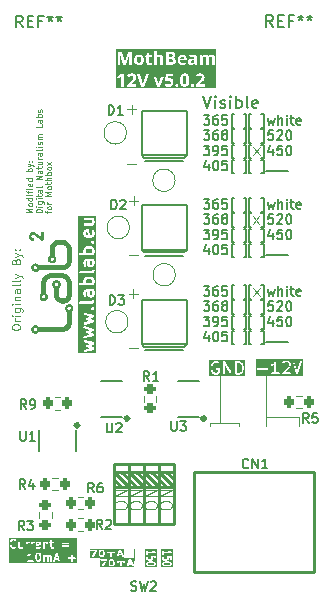
<source format=gbr>
%TF.GenerationSoftware,KiCad,Pcbnew,9.0.2*%
%TF.CreationDate,2025-12-28T15:56:16-05:00*%
%TF.ProjectId,Mothbeam,4d6f7468-6265-4616-9d2e-6b696361645f,rev?*%
%TF.SameCoordinates,Original*%
%TF.FileFunction,Legend,Top*%
%TF.FilePolarity,Positive*%
%FSLAX46Y46*%
G04 Gerber Fmt 4.6, Leading zero omitted, Abs format (unit mm)*
G04 Created by KiCad (PCBNEW 9.0.2) date 2025-12-28 15:56:16*
%MOMM*%
%LPD*%
G01*
G04 APERTURE LIST*
G04 Aperture macros list*
%AMRoundRect*
0 Rectangle with rounded corners*
0 $1 Rounding radius*
0 $2 $3 $4 $5 $6 $7 $8 $9 X,Y pos of 4 corners*
0 Add a 4 corners polygon primitive as box body*
4,1,4,$2,$3,$4,$5,$6,$7,$8,$9,$2,$3,0*
0 Add four circle primitives for the rounded corners*
1,1,$1+$1,$2,$3*
1,1,$1+$1,$4,$5*
1,1,$1+$1,$6,$7*
1,1,$1+$1,$8,$9*
0 Add four rect primitives between the rounded corners*
20,1,$1+$1,$2,$3,$4,$5,0*
20,1,$1+$1,$4,$5,$6,$7,0*
20,1,$1+$1,$6,$7,$8,$9,0*
20,1,$1+$1,$8,$9,$2,$3,0*%
G04 Aperture macros list end*
%ADD10C,0.100000*%
%ADD11C,0.087500*%
%ADD12C,0.150000*%
%ADD13C,0.125000*%
%ADD14C,0.062500*%
%ADD15C,0.200000*%
%ADD16C,0.250000*%
%ADD17C,0.140000*%
%ADD18C,0.080000*%
%ADD19C,0.120000*%
%ADD20C,0.300000*%
%ADD21C,0.000000*%
%ADD22C,3.200000*%
%ADD23R,0.760000X1.500000*%
%ADD24RoundRect,0.200000X0.200000X0.275000X-0.200000X0.275000X-0.200000X-0.275000X0.200000X-0.275000X0*%
%ADD25C,1.500000*%
%ADD26R,0.530000X1.070000*%
%ADD27RoundRect,0.200000X0.275000X-0.200000X0.275000X0.200000X-0.275000X0.200000X-0.275000X-0.200000X0*%
%ADD28RoundRect,0.200000X-0.200000X-0.275000X0.200000X-0.275000X0.200000X0.275000X-0.200000X0.275000X0*%
%ADD29R,1.000000X2.540000*%
%ADD30R,3.450000X0.700000*%
%ADD31R,3.450000X1.300000*%
%ADD32R,1.070000X0.530000*%
G04 APERTURE END LIST*
D10*
X16400000Y38000000D02*
X19200000Y38000000D01*
X12500000Y37480000D02*
X11630000Y37480000D01*
X11630000Y37480000D02*
X11630000Y36910000D01*
X12500000Y41490000D02*
X12500000Y38390000D01*
X5199768Y25910388D02*
X5199768Y26795157D01*
X14110000Y37480000D02*
X14110000Y37020000D01*
X19200000Y38000000D02*
X19200000Y37000000D01*
X12500000Y38390000D02*
X12500000Y37480000D01*
X16400000Y41590000D02*
X16400000Y36990000D01*
X12500000Y37480000D02*
X14110000Y37480000D01*
D11*
X-5150217Y45549307D02*
X-5150217Y45682641D01*
X-5150217Y45682641D02*
X-5116884Y45749307D01*
X-5116884Y45749307D02*
X-5050217Y45815974D01*
X-5050217Y45815974D02*
X-4916884Y45849307D01*
X-4916884Y45849307D02*
X-4683550Y45849307D01*
X-4683550Y45849307D02*
X-4550217Y45815974D01*
X-4550217Y45815974D02*
X-4483550Y45749307D01*
X-4483550Y45749307D02*
X-4450217Y45682641D01*
X-4450217Y45682641D02*
X-4450217Y45549307D01*
X-4450217Y45549307D02*
X-4483550Y45482641D01*
X-4483550Y45482641D02*
X-4550217Y45415974D01*
X-4550217Y45415974D02*
X-4683550Y45382641D01*
X-4683550Y45382641D02*
X-4916884Y45382641D01*
X-4916884Y45382641D02*
X-5050217Y45415974D01*
X-5050217Y45415974D02*
X-5116884Y45482641D01*
X-5116884Y45482641D02*
X-5150217Y45549307D01*
X-4450217Y46149307D02*
X-4916884Y46149307D01*
X-4783550Y46149307D02*
X-4850217Y46182640D01*
X-4850217Y46182640D02*
X-4883550Y46215974D01*
X-4883550Y46215974D02*
X-4916884Y46282640D01*
X-4916884Y46282640D02*
X-4916884Y46349307D01*
X-4450217Y46582640D02*
X-4916884Y46582640D01*
X-5150217Y46582640D02*
X-5116884Y46549307D01*
X-5116884Y46549307D02*
X-5083550Y46582640D01*
X-5083550Y46582640D02*
X-5116884Y46615973D01*
X-5116884Y46615973D02*
X-5150217Y46582640D01*
X-5150217Y46582640D02*
X-5083550Y46582640D01*
X-4916884Y47215973D02*
X-4350217Y47215973D01*
X-4350217Y47215973D02*
X-4283550Y47182640D01*
X-4283550Y47182640D02*
X-4250217Y47149306D01*
X-4250217Y47149306D02*
X-4216884Y47082640D01*
X-4216884Y47082640D02*
X-4216884Y46982640D01*
X-4216884Y46982640D02*
X-4250217Y46915973D01*
X-4483550Y47215973D02*
X-4450217Y47149306D01*
X-4450217Y47149306D02*
X-4450217Y47015973D01*
X-4450217Y47015973D02*
X-4483550Y46949306D01*
X-4483550Y46949306D02*
X-4516884Y46915973D01*
X-4516884Y46915973D02*
X-4583550Y46882640D01*
X-4583550Y46882640D02*
X-4783550Y46882640D01*
X-4783550Y46882640D02*
X-4850217Y46915973D01*
X-4850217Y46915973D02*
X-4883550Y46949306D01*
X-4883550Y46949306D02*
X-4916884Y47015973D01*
X-4916884Y47015973D02*
X-4916884Y47149306D01*
X-4916884Y47149306D02*
X-4883550Y47215973D01*
X-4450217Y47549306D02*
X-4916884Y47549306D01*
X-5150217Y47549306D02*
X-5116884Y47515973D01*
X-5116884Y47515973D02*
X-5083550Y47549306D01*
X-5083550Y47549306D02*
X-5116884Y47582639D01*
X-5116884Y47582639D02*
X-5150217Y47549306D01*
X-5150217Y47549306D02*
X-5083550Y47549306D01*
X-4916884Y47882639D02*
X-4450217Y47882639D01*
X-4850217Y47882639D02*
X-4883550Y47915972D01*
X-4883550Y47915972D02*
X-4916884Y47982639D01*
X-4916884Y47982639D02*
X-4916884Y48082639D01*
X-4916884Y48082639D02*
X-4883550Y48149306D01*
X-4883550Y48149306D02*
X-4816884Y48182639D01*
X-4816884Y48182639D02*
X-4450217Y48182639D01*
X-4450217Y48815972D02*
X-4816884Y48815972D01*
X-4816884Y48815972D02*
X-4883550Y48782639D01*
X-4883550Y48782639D02*
X-4916884Y48715972D01*
X-4916884Y48715972D02*
X-4916884Y48582639D01*
X-4916884Y48582639D02*
X-4883550Y48515972D01*
X-4483550Y48815972D02*
X-4450217Y48749305D01*
X-4450217Y48749305D02*
X-4450217Y48582639D01*
X-4450217Y48582639D02*
X-4483550Y48515972D01*
X-4483550Y48515972D02*
X-4550217Y48482639D01*
X-4550217Y48482639D02*
X-4616884Y48482639D01*
X-4616884Y48482639D02*
X-4683550Y48515972D01*
X-4683550Y48515972D02*
X-4716884Y48582639D01*
X-4716884Y48582639D02*
X-4716884Y48749305D01*
X-4716884Y48749305D02*
X-4750217Y48815972D01*
X-4450217Y49249305D02*
X-4483550Y49182638D01*
X-4483550Y49182638D02*
X-4550217Y49149305D01*
X-4550217Y49149305D02*
X-5150217Y49149305D01*
X-4450217Y49615972D02*
X-4483550Y49549305D01*
X-4483550Y49549305D02*
X-4550217Y49515972D01*
X-4550217Y49515972D02*
X-5150217Y49515972D01*
X-4916884Y49815972D02*
X-4450217Y49982639D01*
X-4916884Y50149306D02*
X-4450217Y49982639D01*
X-4450217Y49982639D02*
X-4283550Y49915972D01*
X-4283550Y49915972D02*
X-4250217Y49882639D01*
X-4250217Y49882639D02*
X-4216884Y49815972D01*
X-4816884Y51182638D02*
X-4783550Y51282638D01*
X-4783550Y51282638D02*
X-4750217Y51315972D01*
X-4750217Y51315972D02*
X-4683550Y51349305D01*
X-4683550Y51349305D02*
X-4583550Y51349305D01*
X-4583550Y51349305D02*
X-4516884Y51315972D01*
X-4516884Y51315972D02*
X-4483550Y51282638D01*
X-4483550Y51282638D02*
X-4450217Y51215972D01*
X-4450217Y51215972D02*
X-4450217Y50949305D01*
X-4450217Y50949305D02*
X-5150217Y50949305D01*
X-5150217Y50949305D02*
X-5150217Y51182638D01*
X-5150217Y51182638D02*
X-5116884Y51249305D01*
X-5116884Y51249305D02*
X-5083550Y51282638D01*
X-5083550Y51282638D02*
X-5016884Y51315972D01*
X-5016884Y51315972D02*
X-4950217Y51315972D01*
X-4950217Y51315972D02*
X-4883550Y51282638D01*
X-4883550Y51282638D02*
X-4850217Y51249305D01*
X-4850217Y51249305D02*
X-4816884Y51182638D01*
X-4816884Y51182638D02*
X-4816884Y50949305D01*
X-4916884Y51582638D02*
X-4450217Y51749305D01*
X-4916884Y51915972D02*
X-4450217Y51749305D01*
X-4450217Y51749305D02*
X-4283550Y51682638D01*
X-4283550Y51682638D02*
X-4250217Y51649305D01*
X-4250217Y51649305D02*
X-4216884Y51582638D01*
X-4516884Y52182638D02*
X-4483550Y52215971D01*
X-4483550Y52215971D02*
X-4450217Y52182638D01*
X-4450217Y52182638D02*
X-4483550Y52149305D01*
X-4483550Y52149305D02*
X-4516884Y52182638D01*
X-4516884Y52182638D02*
X-4450217Y52182638D01*
X-4883550Y52182638D02*
X-4850217Y52215971D01*
X-4850217Y52215971D02*
X-4816884Y52182638D01*
X-4816884Y52182638D02*
X-4850217Y52149305D01*
X-4850217Y52149305D02*
X-4883550Y52182638D01*
X-4883550Y52182638D02*
X-4816884Y52182638D01*
D12*
G36*
X19538967Y41514070D02*
G01*
X15502109Y41514070D01*
X15502109Y42095766D01*
X15613220Y42095766D01*
X15613220Y42066502D01*
X15624419Y42039466D01*
X15645111Y42018774D01*
X15672147Y42007575D01*
X15686779Y42006134D01*
X15992731Y42006134D01*
X15992731Y41700181D01*
X15994172Y41685549D01*
X16005371Y41658513D01*
X16026063Y41637821D01*
X16053099Y41626622D01*
X16082363Y41626622D01*
X16109399Y41637821D01*
X16130091Y41658513D01*
X16141290Y41685549D01*
X16142731Y41700181D01*
X16142731Y42006134D01*
X16448684Y42006134D01*
X16463316Y42007575D01*
X16490352Y42018774D01*
X16511044Y42039466D01*
X16522243Y42066502D01*
X16522243Y42095766D01*
X16511044Y42122802D01*
X16490352Y42143494D01*
X16463316Y42154693D01*
X16448684Y42156134D01*
X16142731Y42156134D01*
X16142731Y42423848D01*
X16802844Y42423848D01*
X16804918Y42394658D01*
X16818005Y42368483D01*
X16840113Y42349310D01*
X16867874Y42340056D01*
X16897064Y42342130D01*
X16910796Y42347385D01*
X17006034Y42395004D01*
X17012333Y42398969D01*
X17014161Y42399726D01*
X17016217Y42401415D01*
X17018477Y42402836D01*
X17019776Y42404335D01*
X17025526Y42409053D01*
X17087969Y42471496D01*
X17087969Y41775181D01*
X16877255Y41775181D01*
X16862623Y41773740D01*
X16835587Y41762541D01*
X16814895Y41741849D01*
X16803696Y41714813D01*
X16803696Y41685549D01*
X16814895Y41658513D01*
X16835587Y41637821D01*
X16862623Y41626622D01*
X16877255Y41625181D01*
X17448683Y41625181D01*
X17463315Y41626622D01*
X17490351Y41637821D01*
X17511043Y41658513D01*
X17522242Y41685549D01*
X17522242Y41714813D01*
X17708458Y41714813D01*
X17708458Y41685549D01*
X17719657Y41658513D01*
X17740349Y41637821D01*
X17767385Y41626622D01*
X17782017Y41625181D01*
X18401064Y41625181D01*
X18415696Y41626622D01*
X18442732Y41637821D01*
X18463424Y41658513D01*
X18474623Y41685549D01*
X18474623Y41714813D01*
X18463424Y41741849D01*
X18442732Y41762541D01*
X18415696Y41773740D01*
X18401064Y41775181D01*
X17963083Y41775181D01*
X18406478Y42218577D01*
X18415806Y42229942D01*
X18416837Y42232433D01*
X18418602Y42234467D01*
X18424596Y42247893D01*
X18472215Y42390749D01*
X18473864Y42398005D01*
X18474623Y42399835D01*
X18474884Y42402489D01*
X18475475Y42405086D01*
X18475334Y42407061D01*
X18476064Y42414467D01*
X18476064Y42509705D01*
X18474623Y42524337D01*
X18473592Y42526826D01*
X18473401Y42529515D01*
X18468146Y42543246D01*
X18420527Y42638484D01*
X18416562Y42644784D01*
X18415805Y42646611D01*
X18414116Y42648668D01*
X18412695Y42650927D01*
X18411196Y42652227D01*
X18406478Y42657976D01*
X18373653Y42690801D01*
X18612368Y42690801D01*
X18615628Y42676464D01*
X18948961Y41676464D01*
X18954955Y41663039D01*
X18958465Y41658992D01*
X18960862Y41654198D01*
X18967970Y41648033D01*
X18974129Y41640932D01*
X18978918Y41638538D01*
X18982969Y41635024D01*
X18991894Y41632050D01*
X19000302Y41627845D01*
X19005646Y41627466D01*
X19010732Y41625770D01*
X19020112Y41626437D01*
X19029492Y41625770D01*
X19034577Y41627466D01*
X19039922Y41627845D01*
X19048332Y41632051D01*
X19057254Y41635024D01*
X19061301Y41638535D01*
X19066095Y41640931D01*
X19072258Y41648037D01*
X19079362Y41654198D01*
X19081757Y41658990D01*
X19085269Y41663038D01*
X19091263Y41676464D01*
X19424596Y42676464D01*
X19427856Y42690800D01*
X19425781Y42719990D01*
X19412695Y42746164D01*
X19390587Y42765338D01*
X19362825Y42774592D01*
X19333635Y42772517D01*
X19307462Y42759430D01*
X19288288Y42737323D01*
X19282294Y42723898D01*
X19020112Y41937352D01*
X18757930Y42723898D01*
X18751936Y42737324D01*
X18732762Y42759431D01*
X18706589Y42772517D01*
X18677399Y42774592D01*
X18649636Y42765338D01*
X18627529Y42746164D01*
X18614443Y42719991D01*
X18612368Y42690801D01*
X18373653Y42690801D01*
X18358859Y42705595D01*
X18353109Y42710314D01*
X18351810Y42711812D01*
X18349550Y42713234D01*
X18347494Y42714922D01*
X18345666Y42715680D01*
X18339367Y42719644D01*
X18244129Y42767263D01*
X18230397Y42772518D01*
X18227709Y42772709D01*
X18225220Y42773740D01*
X18210588Y42775181D01*
X17972493Y42775181D01*
X17957861Y42773740D01*
X17955372Y42772710D01*
X17952683Y42772518D01*
X17938952Y42767263D01*
X17843714Y42719644D01*
X17837414Y42715680D01*
X17835587Y42714922D01*
X17833530Y42713234D01*
X17831271Y42711812D01*
X17829971Y42710314D01*
X17824222Y42705595D01*
X17776603Y42657976D01*
X17767276Y42646611D01*
X17756077Y42619574D01*
X17756077Y42590312D01*
X17767276Y42563275D01*
X17787968Y42542583D01*
X17815005Y42531384D01*
X17844267Y42531384D01*
X17871304Y42542583D01*
X17882669Y42551910D01*
X17921682Y42590923D01*
X17990198Y42625181D01*
X18192883Y42625181D01*
X18261399Y42590923D01*
X18291806Y42560516D01*
X18326064Y42492000D01*
X18326064Y42426637D01*
X18287892Y42312124D01*
X17728984Y41753214D01*
X17719657Y41741849D01*
X17708458Y41714813D01*
X17522242Y41714813D01*
X17511043Y41741849D01*
X17490351Y41762541D01*
X17463315Y41773740D01*
X17448683Y41775181D01*
X17237969Y41775181D01*
X17237969Y42700181D01*
X17237963Y42700234D01*
X17237969Y42700260D01*
X17237953Y42700337D01*
X17236528Y42714813D01*
X17233686Y42721674D01*
X17232230Y42728955D01*
X17228140Y42735062D01*
X17225329Y42741849D01*
X17220080Y42747098D01*
X17215947Y42753270D01*
X17209830Y42757348D01*
X17204637Y42762541D01*
X17197777Y42765383D01*
X17191598Y42769502D01*
X17184389Y42770928D01*
X17177601Y42773740D01*
X17170174Y42773740D01*
X17162890Y42775181D01*
X17155685Y42773740D01*
X17148337Y42773740D01*
X17141476Y42770899D01*
X17134196Y42769442D01*
X17128090Y42765354D01*
X17121301Y42762541D01*
X17116050Y42757291D01*
X17109881Y42753159D01*
X17100660Y42741901D01*
X17100609Y42741849D01*
X17100599Y42741827D01*
X17100565Y42741784D01*
X17009445Y42605104D01*
X16928066Y42523725D01*
X16843714Y42481549D01*
X16831271Y42473717D01*
X16812098Y42451609D01*
X16802844Y42423848D01*
X16142731Y42423848D01*
X16142731Y42462086D01*
X16141290Y42476718D01*
X16130091Y42503754D01*
X16109399Y42524446D01*
X16082363Y42535645D01*
X16053099Y42535645D01*
X16026063Y42524446D01*
X16005371Y42503754D01*
X15994172Y42476718D01*
X15992731Y42462086D01*
X15992731Y42156134D01*
X15686779Y42156134D01*
X15672147Y42154693D01*
X15645111Y42143494D01*
X15624419Y42122802D01*
X15613220Y42095766D01*
X15502109Y42095766D01*
X15502109Y42886292D01*
X19538967Y42886292D01*
X19538967Y41514070D01*
G37*
X15137731Y62492904D02*
X14947255Y62492904D01*
X14947255Y62492904D02*
X14947255Y63635761D01*
X14947255Y63635761D02*
X15137731Y63635761D01*
X15975826Y62492904D02*
X16166302Y62492904D01*
X16166302Y62492904D02*
X16166302Y63635761D01*
X16166302Y63635761D02*
X15975826Y63635761D01*
X16509159Y63292904D02*
X16661540Y62759570D01*
X16661540Y62759570D02*
X16813921Y63140523D01*
X16813921Y63140523D02*
X16966302Y62759570D01*
X16966302Y62759570D02*
X17118683Y63292904D01*
X17423445Y62759570D02*
X17423445Y63559570D01*
X17766302Y62759570D02*
X17766302Y63178618D01*
X17766302Y63178618D02*
X17728207Y63254808D01*
X17728207Y63254808D02*
X17652016Y63292904D01*
X17652016Y63292904D02*
X17537730Y63292904D01*
X17537730Y63292904D02*
X17461540Y63254808D01*
X17461540Y63254808D02*
X17423445Y63216713D01*
X18147255Y62759570D02*
X18147255Y63292904D01*
X18147255Y63559570D02*
X18109159Y63521475D01*
X18109159Y63521475D02*
X18147255Y63483380D01*
X18147255Y63483380D02*
X18185350Y63521475D01*
X18185350Y63521475D02*
X18147255Y63559570D01*
X18147255Y63559570D02*
X18147255Y63483380D01*
X18413921Y63292904D02*
X18718683Y63292904D01*
X18528207Y63559570D02*
X18528207Y62873856D01*
X18528207Y62873856D02*
X18566302Y62797665D01*
X18566302Y62797665D02*
X18642492Y62759570D01*
X18642492Y62759570D02*
X18718683Y62759570D01*
X19290112Y62797665D02*
X19213921Y62759570D01*
X19213921Y62759570D02*
X19061540Y62759570D01*
X19061540Y62759570D02*
X18985350Y62797665D01*
X18985350Y62797665D02*
X18947254Y62873856D01*
X18947254Y62873856D02*
X18947254Y63178618D01*
X18947254Y63178618D02*
X18985350Y63254808D01*
X18985350Y63254808D02*
X19061540Y63292904D01*
X19061540Y63292904D02*
X19213921Y63292904D01*
X19213921Y63292904D02*
X19290112Y63254808D01*
X19290112Y63254808D02*
X19328207Y63178618D01*
X19328207Y63178618D02*
X19328207Y63102427D01*
X19328207Y63102427D02*
X18947254Y63026237D01*
X15137731Y61204949D02*
X14947255Y61204949D01*
X14947255Y61204949D02*
X14947255Y62347806D01*
X14947255Y62347806D02*
X15137731Y62347806D01*
X15975826Y61204949D02*
X16166302Y61204949D01*
X16166302Y61204949D02*
X16166302Y62347806D01*
X16166302Y62347806D02*
X15975826Y62347806D01*
X16966302Y62271615D02*
X16585350Y62271615D01*
X16585350Y62271615D02*
X16547254Y61890663D01*
X16547254Y61890663D02*
X16585350Y61928758D01*
X16585350Y61928758D02*
X16661540Y61966853D01*
X16661540Y61966853D02*
X16852016Y61966853D01*
X16852016Y61966853D02*
X16928207Y61928758D01*
X16928207Y61928758D02*
X16966302Y61890663D01*
X16966302Y61890663D02*
X17004397Y61814472D01*
X17004397Y61814472D02*
X17004397Y61623996D01*
X17004397Y61623996D02*
X16966302Y61547806D01*
X16966302Y61547806D02*
X16928207Y61509710D01*
X16928207Y61509710D02*
X16852016Y61471615D01*
X16852016Y61471615D02*
X16661540Y61471615D01*
X16661540Y61471615D02*
X16585350Y61509710D01*
X16585350Y61509710D02*
X16547254Y61547806D01*
X17309159Y62195425D02*
X17347255Y62233520D01*
X17347255Y62233520D02*
X17423445Y62271615D01*
X17423445Y62271615D02*
X17613921Y62271615D01*
X17613921Y62271615D02*
X17690112Y62233520D01*
X17690112Y62233520D02*
X17728207Y62195425D01*
X17728207Y62195425D02*
X17766302Y62119234D01*
X17766302Y62119234D02*
X17766302Y62043044D01*
X17766302Y62043044D02*
X17728207Y61928758D01*
X17728207Y61928758D02*
X17271064Y61471615D01*
X17271064Y61471615D02*
X17766302Y61471615D01*
X18261541Y62271615D02*
X18337731Y62271615D01*
X18337731Y62271615D02*
X18413922Y62233520D01*
X18413922Y62233520D02*
X18452017Y62195425D01*
X18452017Y62195425D02*
X18490112Y62119234D01*
X18490112Y62119234D02*
X18528207Y61966853D01*
X18528207Y61966853D02*
X18528207Y61776377D01*
X18528207Y61776377D02*
X18490112Y61623996D01*
X18490112Y61623996D02*
X18452017Y61547806D01*
X18452017Y61547806D02*
X18413922Y61509710D01*
X18413922Y61509710D02*
X18337731Y61471615D01*
X18337731Y61471615D02*
X18261541Y61471615D01*
X18261541Y61471615D02*
X18185350Y61509710D01*
X18185350Y61509710D02*
X18147255Y61547806D01*
X18147255Y61547806D02*
X18109160Y61623996D01*
X18109160Y61623996D02*
X18071064Y61776377D01*
X18071064Y61776377D02*
X18071064Y61966853D01*
X18071064Y61966853D02*
X18109160Y62119234D01*
X18109160Y62119234D02*
X18147255Y62195425D01*
X18147255Y62195425D02*
X18185350Y62233520D01*
X18185350Y62233520D02*
X18261541Y62271615D01*
X15137731Y59916994D02*
X14947255Y59916994D01*
X14947255Y59916994D02*
X14947255Y61059851D01*
X14947255Y61059851D02*
X15137731Y61059851D01*
X15975826Y59916994D02*
X16166302Y59916994D01*
X16166302Y59916994D02*
X16166302Y61059851D01*
X16166302Y61059851D02*
X15975826Y61059851D01*
X16928207Y60716994D02*
X16928207Y60183660D01*
X16737731Y61021755D02*
X16547254Y60450327D01*
X16547254Y60450327D02*
X17042493Y60450327D01*
X17728207Y60983660D02*
X17347255Y60983660D01*
X17347255Y60983660D02*
X17309159Y60602708D01*
X17309159Y60602708D02*
X17347255Y60640803D01*
X17347255Y60640803D02*
X17423445Y60678898D01*
X17423445Y60678898D02*
X17613921Y60678898D01*
X17613921Y60678898D02*
X17690112Y60640803D01*
X17690112Y60640803D02*
X17728207Y60602708D01*
X17728207Y60602708D02*
X17766302Y60526517D01*
X17766302Y60526517D02*
X17766302Y60336041D01*
X17766302Y60336041D02*
X17728207Y60259851D01*
X17728207Y60259851D02*
X17690112Y60221755D01*
X17690112Y60221755D02*
X17613921Y60183660D01*
X17613921Y60183660D02*
X17423445Y60183660D01*
X17423445Y60183660D02*
X17347255Y60221755D01*
X17347255Y60221755D02*
X17309159Y60259851D01*
X18261541Y60983660D02*
X18337731Y60983660D01*
X18337731Y60983660D02*
X18413922Y60945565D01*
X18413922Y60945565D02*
X18452017Y60907470D01*
X18452017Y60907470D02*
X18490112Y60831279D01*
X18490112Y60831279D02*
X18528207Y60678898D01*
X18528207Y60678898D02*
X18528207Y60488422D01*
X18528207Y60488422D02*
X18490112Y60336041D01*
X18490112Y60336041D02*
X18452017Y60259851D01*
X18452017Y60259851D02*
X18413922Y60221755D01*
X18413922Y60221755D02*
X18337731Y60183660D01*
X18337731Y60183660D02*
X18261541Y60183660D01*
X18261541Y60183660D02*
X18185350Y60221755D01*
X18185350Y60221755D02*
X18147255Y60259851D01*
X18147255Y60259851D02*
X18109160Y60336041D01*
X18109160Y60336041D02*
X18071064Y60488422D01*
X18071064Y60488422D02*
X18071064Y60678898D01*
X18071064Y60678898D02*
X18109160Y60831279D01*
X18109160Y60831279D02*
X18147255Y60907470D01*
X18147255Y60907470D02*
X18185350Y60945565D01*
X18185350Y60945565D02*
X18261541Y60983660D01*
X15137731Y58629039D02*
X14947255Y58629039D01*
X14947255Y58629039D02*
X14947255Y59771896D01*
X14947255Y59771896D02*
X15137731Y59771896D01*
X15975826Y58629039D02*
X16166302Y58629039D01*
X16166302Y58629039D02*
X16166302Y59771896D01*
X16166302Y59771896D02*
X15975826Y59771896D01*
X16394874Y58819515D02*
X17004397Y58819515D01*
X17004398Y58819515D02*
X17613921Y58819515D01*
X17613922Y58819515D02*
X18223445Y58819515D01*
G36*
X14184836Y42557010D02*
G01*
X14258949Y42482897D01*
X14297442Y42405910D01*
X14340826Y42232376D01*
X14340826Y42107987D01*
X14297442Y41934453D01*
X14258948Y41857466D01*
X14184836Y41783353D01*
X14070323Y41745181D01*
X13919398Y41745181D01*
X13919398Y42595181D01*
X14070323Y42595181D01*
X14184836Y42557010D01*
G37*
G36*
X14601937Y41484070D02*
G01*
X11563049Y41484070D01*
X11563049Y42241610D01*
X11674160Y42241610D01*
X11674160Y42098753D01*
X11674411Y42096200D01*
X11674249Y42095107D01*
X11675058Y42089634D01*
X11675601Y42084121D01*
X11676023Y42083100D01*
X11676399Y42080563D01*
X11724018Y41890087D01*
X11724403Y41889008D01*
X11724442Y41888468D01*
X11726769Y41882387D01*
X11728965Y41876241D01*
X11729287Y41875806D01*
X11729697Y41874736D01*
X11777316Y41779498D01*
X11781279Y41773202D01*
X11782037Y41771372D01*
X11783726Y41769314D01*
X11785148Y41767055D01*
X11786646Y41765756D01*
X11791365Y41760006D01*
X11886603Y41664767D01*
X11897968Y41655439D01*
X11900458Y41654408D01*
X11902493Y41652643D01*
X11915919Y41646649D01*
X12058775Y41599030D01*
X12066030Y41597381D01*
X12067861Y41596622D01*
X12070514Y41596361D01*
X12073112Y41595770D01*
X12075086Y41595911D01*
X12082493Y41595181D01*
X12177731Y41595181D01*
X12185136Y41595911D01*
X12187111Y41595770D01*
X12189708Y41596361D01*
X12192363Y41596622D01*
X12194194Y41597381D01*
X12201448Y41599030D01*
X12344305Y41646649D01*
X12357730Y41652643D01*
X12359765Y41654409D01*
X12362256Y41655440D01*
X12373622Y41664768D01*
X12421240Y41712387D01*
X12430568Y41723753D01*
X12437849Y41741332D01*
X12441766Y41750788D01*
X12443207Y41765420D01*
X12443207Y42098753D01*
X12441766Y42113385D01*
X12430567Y42140421D01*
X12409875Y42161113D01*
X12382839Y42172312D01*
X12368207Y42173753D01*
X12177731Y42173753D01*
X12163099Y42172312D01*
X12136063Y42161113D01*
X12115371Y42140421D01*
X12104172Y42113385D01*
X12104172Y42084121D01*
X12115371Y42057085D01*
X12136063Y42036393D01*
X12163099Y42025194D01*
X12177731Y42023753D01*
X12293207Y42023753D01*
X12293207Y41796486D01*
X12280074Y41783353D01*
X12165561Y41745181D01*
X12094663Y41745181D01*
X11980150Y41783352D01*
X11906037Y41857466D01*
X11867543Y41934453D01*
X11824160Y42107987D01*
X11824160Y42232376D01*
X11867543Y42405910D01*
X11906037Y42482897D01*
X11980150Y42557010D01*
X12094663Y42595181D01*
X12207645Y42595181D01*
X12287047Y42555480D01*
X12300778Y42550225D01*
X12329968Y42548151D01*
X12357730Y42557405D01*
X12379837Y42576578D01*
X12392925Y42602753D01*
X12394999Y42631943D01*
X12385745Y42659704D01*
X12376659Y42670181D01*
X12721779Y42670181D01*
X12721779Y41670181D01*
X12723220Y41655549D01*
X12734419Y41628513D01*
X12755111Y41607821D01*
X12782147Y41596622D01*
X12811411Y41596622D01*
X12838447Y41607821D01*
X12859139Y41628513D01*
X12870338Y41655549D01*
X12871779Y41670181D01*
X12871779Y42387765D01*
X13303089Y41632970D01*
X13305278Y41629886D01*
X13305847Y41628513D01*
X13307244Y41627116D01*
X13311599Y41620981D01*
X13319487Y41614873D01*
X13326539Y41607821D01*
X13330957Y41605991D01*
X13334737Y41603064D01*
X13344358Y41600440D01*
X13353575Y41596622D01*
X13358356Y41596622D01*
X13362968Y41595364D01*
X13372865Y41596622D01*
X13382839Y41596622D01*
X13387254Y41598452D01*
X13391998Y41599054D01*
X13400662Y41604005D01*
X13409875Y41607821D01*
X13413253Y41611200D01*
X13417407Y41613573D01*
X13423516Y41621463D01*
X13430567Y41628513D01*
X13432396Y41632930D01*
X13435324Y41636710D01*
X13437948Y41646334D01*
X13441766Y41655549D01*
X13442502Y41663032D01*
X13443024Y41664942D01*
X13442836Y41666418D01*
X13443207Y41670181D01*
X13443207Y42670181D01*
X13769398Y42670181D01*
X13769398Y41670181D01*
X13770839Y41655549D01*
X13782038Y41628513D01*
X13802730Y41607821D01*
X13829766Y41596622D01*
X13844398Y41595181D01*
X14082493Y41595181D01*
X14089898Y41595911D01*
X14091873Y41595770D01*
X14094470Y41596361D01*
X14097125Y41596622D01*
X14098956Y41597381D01*
X14106210Y41599030D01*
X14249067Y41646649D01*
X14262492Y41652643D01*
X14264527Y41654409D01*
X14267018Y41655440D01*
X14278383Y41664767D01*
X14373622Y41760007D01*
X14378339Y41765756D01*
X14379838Y41767055D01*
X14381259Y41769314D01*
X14382949Y41771372D01*
X14383706Y41773202D01*
X14387670Y41779498D01*
X14435289Y41874736D01*
X14435698Y41875806D01*
X14436021Y41876241D01*
X14438213Y41882378D01*
X14440544Y41888467D01*
X14440582Y41889008D01*
X14440968Y41890087D01*
X14488587Y42080563D01*
X14488962Y42083100D01*
X14489385Y42084121D01*
X14489927Y42089634D01*
X14490737Y42095107D01*
X14490574Y42096200D01*
X14490826Y42098753D01*
X14490826Y42241610D01*
X14490574Y42244164D01*
X14490737Y42245256D01*
X14489927Y42250730D01*
X14489385Y42256242D01*
X14488962Y42257264D01*
X14488587Y42259800D01*
X14440968Y42450276D01*
X14440582Y42451356D01*
X14440544Y42451896D01*
X14438213Y42457986D01*
X14436021Y42464122D01*
X14435698Y42464558D01*
X14435289Y42465627D01*
X14387670Y42560865D01*
X14383707Y42567160D01*
X14382949Y42568992D01*
X14381257Y42571054D01*
X14379838Y42573308D01*
X14378341Y42574607D01*
X14373621Y42580357D01*
X14278383Y42675595D01*
X14267018Y42684922D01*
X14264527Y42685954D01*
X14262492Y42687719D01*
X14249067Y42693713D01*
X14106210Y42741332D01*
X14098956Y42742982D01*
X14097125Y42743740D01*
X14094470Y42744002D01*
X14091873Y42744592D01*
X14089898Y42744452D01*
X14082493Y42745181D01*
X13844398Y42745181D01*
X13829766Y42743740D01*
X13802730Y42732541D01*
X13782038Y42711849D01*
X13770839Y42684813D01*
X13769398Y42670181D01*
X13443207Y42670181D01*
X13441766Y42684813D01*
X13430567Y42711849D01*
X13409875Y42732541D01*
X13382839Y42743740D01*
X13353575Y42743740D01*
X13326539Y42732541D01*
X13305847Y42711849D01*
X13294648Y42684813D01*
X13293207Y42670181D01*
X13293207Y41952598D01*
X12861897Y42707391D01*
X12859708Y42710475D01*
X12859139Y42711849D01*
X12857739Y42713249D01*
X12853387Y42719381D01*
X12845497Y42725491D01*
X12838447Y42732541D01*
X12834030Y42734371D01*
X12830250Y42737298D01*
X12820626Y42739923D01*
X12811411Y42743740D01*
X12806630Y42743740D01*
X12802018Y42744998D01*
X12792121Y42743740D01*
X12782147Y42743740D01*
X12777731Y42741911D01*
X12772988Y42741308D01*
X12764323Y42736358D01*
X12755111Y42732541D01*
X12751732Y42729163D01*
X12747579Y42726789D01*
X12741469Y42718900D01*
X12734419Y42711849D01*
X12732589Y42707433D01*
X12729662Y42703652D01*
X12727037Y42694029D01*
X12723220Y42684813D01*
X12722483Y42677331D01*
X12721962Y42675420D01*
X12722149Y42673945D01*
X12721779Y42670181D01*
X12376659Y42670181D01*
X12366572Y42681812D01*
X12354129Y42689644D01*
X12258891Y42737263D01*
X12245159Y42742518D01*
X12242471Y42742709D01*
X12239982Y42743740D01*
X12225350Y42745181D01*
X12082493Y42745181D01*
X12075086Y42744452D01*
X12073112Y42744592D01*
X12070514Y42744002D01*
X12067861Y42743740D01*
X12066030Y42742982D01*
X12058775Y42741332D01*
X11915919Y42693713D01*
X11902493Y42687719D01*
X11900458Y42685955D01*
X11897968Y42684923D01*
X11886603Y42675595D01*
X11791365Y42580357D01*
X11786646Y42574608D01*
X11785148Y42573308D01*
X11783726Y42571049D01*
X11782038Y42568992D01*
X11781280Y42567165D01*
X11777316Y42560865D01*
X11729697Y42465627D01*
X11729287Y42464558D01*
X11728965Y42464122D01*
X11726769Y42457977D01*
X11724442Y42451895D01*
X11724403Y42451356D01*
X11724018Y42450276D01*
X11676399Y42259800D01*
X11676023Y42257264D01*
X11675601Y42256242D01*
X11675058Y42250730D01*
X11674249Y42245256D01*
X11674411Y42244164D01*
X11674160Y42241610D01*
X11563049Y42241610D01*
X11563049Y42856292D01*
X14601937Y42856292D01*
X14601937Y41484070D01*
G37*
D10*
X4753884Y43858534D02*
X5515789Y43858534D01*
D13*
G36*
X8192718Y25628768D02*
G01*
X8246267Y25609643D01*
X8263781Y25597133D01*
X8279666Y25574441D01*
X8279666Y25566223D01*
X8263780Y25543529D01*
X8246266Y25531019D01*
X8192719Y25511896D01*
X8069962Y25489974D01*
X7914371Y25489974D01*
X7791614Y25511896D01*
X7738065Y25531020D01*
X7720553Y25543529D01*
X7704666Y25566225D01*
X7704666Y25574439D01*
X7720553Y25597135D01*
X7738063Y25609643D01*
X7791614Y25628768D01*
X7914371Y25650688D01*
X8069962Y25650688D01*
X8192718Y25628768D01*
G37*
G36*
X8482444Y25287196D02*
G01*
X7501888Y25287196D01*
X7501888Y25594141D01*
X7579666Y25594141D01*
X7579666Y25546522D01*
X7581714Y25536225D01*
X7581146Y25533003D01*
X7583354Y25527983D01*
X7584424Y25522604D01*
X7586736Y25520292D01*
X7590964Y25510680D01*
X7624298Y25463061D01*
X7631935Y25455749D01*
X7639172Y25448045D01*
X7672505Y25424235D01*
X7680388Y25420678D01*
X7687812Y25416234D01*
X7754480Y25392425D01*
X7759647Y25391662D01*
X7764513Y25389757D01*
X7897846Y25365947D01*
X7903392Y25366057D01*
X7908833Y25364974D01*
X8075500Y25364974D01*
X8080940Y25366057D01*
X8086487Y25365947D01*
X8219820Y25389757D01*
X8224685Y25391662D01*
X8229854Y25392425D01*
X8296521Y25416234D01*
X8303944Y25420678D01*
X8311828Y25424235D01*
X8345161Y25448045D01*
X8352402Y25455754D01*
X8360035Y25463062D01*
X8393368Y25510681D01*
X8397594Y25520291D01*
X8399908Y25522604D01*
X8400978Y25527985D01*
X8403186Y25533004D01*
X8402617Y25536225D01*
X8404666Y25546522D01*
X8404666Y25594141D01*
X8402617Y25604439D01*
X8403186Y25607659D01*
X8400978Y25612679D01*
X8399908Y25618059D01*
X8397594Y25620373D01*
X8393368Y25629982D01*
X8360035Y25677601D01*
X8352401Y25684911D01*
X8345160Y25692618D01*
X8311827Y25716428D01*
X8303938Y25719988D01*
X8296521Y25724428D01*
X8229854Y25748238D01*
X8224685Y25749002D01*
X8219820Y25750906D01*
X8086487Y25774715D01*
X8080940Y25774606D01*
X8075500Y25775688D01*
X7908833Y25775688D01*
X7903392Y25774606D01*
X7897846Y25774715D01*
X7764513Y25750906D01*
X7759647Y25749002D01*
X7754478Y25748238D01*
X7687812Y25724428D01*
X7680392Y25719987D01*
X7672506Y25716428D01*
X7639173Y25692619D01*
X7631931Y25684912D01*
X7624298Y25677602D01*
X7590964Y25629983D01*
X7586736Y25620372D01*
X7584424Y25618059D01*
X7583354Y25612681D01*
X7581146Y25607660D01*
X7581714Y25604439D01*
X7579666Y25594141D01*
X7501888Y25594141D01*
X7501888Y26117950D01*
X7579666Y26117950D01*
X7579666Y25998902D01*
X7581714Y25988605D01*
X7581146Y25985383D01*
X7583354Y25980363D01*
X7584424Y25974984D01*
X7586736Y25972672D01*
X7590964Y25963060D01*
X7624298Y25915441D01*
X7631931Y25908132D01*
X7639173Y25900424D01*
X7672506Y25876615D01*
X7680392Y25873057D01*
X7687812Y25868615D01*
X7754478Y25844805D01*
X7765034Y25843246D01*
X7775500Y25841164D01*
X7942166Y25841164D01*
X7952626Y25843245D01*
X7963187Y25844805D01*
X8029854Y25868615D01*
X8037271Y25873056D01*
X8045160Y25876615D01*
X8078493Y25900425D01*
X8085728Y25908127D01*
X8093368Y25915441D01*
X8126702Y25963060D01*
X8130929Y25972672D01*
X8133242Y25974984D01*
X8134311Y25980363D01*
X8136520Y25985383D01*
X8135951Y25988605D01*
X8138000Y25998902D01*
X8138000Y26117493D01*
X8279666Y26107375D01*
X8279666Y25927474D01*
X8284424Y25903556D01*
X8318248Y25869732D01*
X8366084Y25869732D01*
X8399908Y25903556D01*
X8404666Y25927474D01*
X8404666Y26165569D01*
X8401273Y26182625D01*
X8401465Y26185312D01*
X8400522Y26186400D01*
X8399908Y26189487D01*
X8384449Y26204946D01*
X8370137Y26221460D01*
X8367102Y26222293D01*
X8366084Y26223311D01*
X8363388Y26223311D01*
X8346619Y26227910D01*
X8013286Y26251719D01*
X7989090Y26248677D01*
X7983303Y26243663D01*
X7975748Y26242403D01*
X7965831Y26228520D01*
X7952942Y26217349D01*
X7952396Y26209711D01*
X7947944Y26203477D01*
X7950749Y26186647D01*
X7949534Y26169635D01*
X7954548Y26163849D01*
X7955808Y26156293D01*
X7972506Y26138519D01*
X7997113Y26120943D01*
X8013000Y26098248D01*
X8013000Y26018605D01*
X7997113Y25995910D01*
X7979600Y25983401D01*
X7931339Y25966164D01*
X7786326Y25966164D01*
X7738063Y25983401D01*
X7720553Y25995909D01*
X7704666Y26018605D01*
X7704666Y26098248D01*
X7720553Y26120944D01*
X7745160Y26138520D01*
X7761858Y26156293D01*
X7769722Y26203477D01*
X7741918Y26242403D01*
X7694734Y26250267D01*
X7672506Y26240237D01*
X7639173Y26216428D01*
X7631931Y26208721D01*
X7624298Y26201411D01*
X7590964Y26153792D01*
X7586736Y26144181D01*
X7584424Y26141868D01*
X7583354Y26136490D01*
X7581146Y26131469D01*
X7581714Y26128248D01*
X7579666Y26117950D01*
X7501888Y26117950D01*
X7501888Y26665568D01*
X7579666Y26665568D01*
X7579666Y26379854D01*
X7584424Y26355936D01*
X7618248Y26322112D01*
X7666084Y26322112D01*
X7699908Y26355936D01*
X7704666Y26379854D01*
X7704666Y26460211D01*
X8342166Y26460211D01*
X8366084Y26464969D01*
X8373770Y26472656D01*
X8384016Y26476291D01*
X8390024Y26488910D01*
X8399908Y26498793D01*
X8399908Y26509665D01*
X8404582Y26519480D01*
X8399908Y26532653D01*
X8399908Y26546629D01*
X8392221Y26554316D01*
X8388586Y26564561D01*
X8369037Y26579140D01*
X8274007Y26624393D01*
X8220553Y26662575D01*
X8193368Y26701410D01*
X8175753Y26718276D01*
X8128647Y26726588D01*
X8089458Y26699155D01*
X8081146Y26652049D01*
X8090964Y26629726D01*
X8122125Y26585211D01*
X7704666Y26585211D01*
X7704666Y26665568D01*
X7699908Y26689486D01*
X7666084Y26723310D01*
X7618248Y26723310D01*
X7584424Y26689486D01*
X7579666Y26665568D01*
X7501888Y26665568D01*
X7501888Y26804366D01*
X8482444Y26804366D01*
X8482444Y25287196D01*
G37*
D10*
X4603884Y59458534D02*
X5365789Y59458534D01*
D12*
X15137731Y48022904D02*
X14947255Y48022904D01*
X14947255Y48022904D02*
X14947255Y49165761D01*
X14947255Y49165761D02*
X15137731Y49165761D01*
X15975826Y48022904D02*
X16166302Y48022904D01*
X16166302Y48022904D02*
X16166302Y49165761D01*
X16166302Y49165761D02*
X15975826Y49165761D01*
X16509159Y48822904D02*
X16661540Y48289570D01*
X16661540Y48289570D02*
X16813921Y48670523D01*
X16813921Y48670523D02*
X16966302Y48289570D01*
X16966302Y48289570D02*
X17118683Y48822904D01*
X17423445Y48289570D02*
X17423445Y49089570D01*
X17766302Y48289570D02*
X17766302Y48708618D01*
X17766302Y48708618D02*
X17728207Y48784808D01*
X17728207Y48784808D02*
X17652016Y48822904D01*
X17652016Y48822904D02*
X17537730Y48822904D01*
X17537730Y48822904D02*
X17461540Y48784808D01*
X17461540Y48784808D02*
X17423445Y48746713D01*
X18147255Y48289570D02*
X18147255Y48822904D01*
X18147255Y49089570D02*
X18109159Y49051475D01*
X18109159Y49051475D02*
X18147255Y49013380D01*
X18147255Y49013380D02*
X18185350Y49051475D01*
X18185350Y49051475D02*
X18147255Y49089570D01*
X18147255Y49089570D02*
X18147255Y49013380D01*
X18413921Y48822904D02*
X18718683Y48822904D01*
X18528207Y49089570D02*
X18528207Y48403856D01*
X18528207Y48403856D02*
X18566302Y48327665D01*
X18566302Y48327665D02*
X18642492Y48289570D01*
X18642492Y48289570D02*
X18718683Y48289570D01*
X19290112Y48327665D02*
X19213921Y48289570D01*
X19213921Y48289570D02*
X19061540Y48289570D01*
X19061540Y48289570D02*
X18985350Y48327665D01*
X18985350Y48327665D02*
X18947254Y48403856D01*
X18947254Y48403856D02*
X18947254Y48708618D01*
X18947254Y48708618D02*
X18985350Y48784808D01*
X18985350Y48784808D02*
X19061540Y48822904D01*
X19061540Y48822904D02*
X19213921Y48822904D01*
X19213921Y48822904D02*
X19290112Y48784808D01*
X19290112Y48784808D02*
X19328207Y48708618D01*
X19328207Y48708618D02*
X19328207Y48632427D01*
X19328207Y48632427D02*
X18947254Y48556237D01*
X15137731Y46734949D02*
X14947255Y46734949D01*
X14947255Y46734949D02*
X14947255Y47877806D01*
X14947255Y47877806D02*
X15137731Y47877806D01*
X15975826Y46734949D02*
X16166302Y46734949D01*
X16166302Y46734949D02*
X16166302Y47877806D01*
X16166302Y47877806D02*
X15975826Y47877806D01*
X16966302Y47801615D02*
X16585350Y47801615D01*
X16585350Y47801615D02*
X16547254Y47420663D01*
X16547254Y47420663D02*
X16585350Y47458758D01*
X16585350Y47458758D02*
X16661540Y47496853D01*
X16661540Y47496853D02*
X16852016Y47496853D01*
X16852016Y47496853D02*
X16928207Y47458758D01*
X16928207Y47458758D02*
X16966302Y47420663D01*
X16966302Y47420663D02*
X17004397Y47344472D01*
X17004397Y47344472D02*
X17004397Y47153996D01*
X17004397Y47153996D02*
X16966302Y47077806D01*
X16966302Y47077806D02*
X16928207Y47039710D01*
X16928207Y47039710D02*
X16852016Y47001615D01*
X16852016Y47001615D02*
X16661540Y47001615D01*
X16661540Y47001615D02*
X16585350Y47039710D01*
X16585350Y47039710D02*
X16547254Y47077806D01*
X17309159Y47725425D02*
X17347255Y47763520D01*
X17347255Y47763520D02*
X17423445Y47801615D01*
X17423445Y47801615D02*
X17613921Y47801615D01*
X17613921Y47801615D02*
X17690112Y47763520D01*
X17690112Y47763520D02*
X17728207Y47725425D01*
X17728207Y47725425D02*
X17766302Y47649234D01*
X17766302Y47649234D02*
X17766302Y47573044D01*
X17766302Y47573044D02*
X17728207Y47458758D01*
X17728207Y47458758D02*
X17271064Y47001615D01*
X17271064Y47001615D02*
X17766302Y47001615D01*
X18261541Y47801615D02*
X18337731Y47801615D01*
X18337731Y47801615D02*
X18413922Y47763520D01*
X18413922Y47763520D02*
X18452017Y47725425D01*
X18452017Y47725425D02*
X18490112Y47649234D01*
X18490112Y47649234D02*
X18528207Y47496853D01*
X18528207Y47496853D02*
X18528207Y47306377D01*
X18528207Y47306377D02*
X18490112Y47153996D01*
X18490112Y47153996D02*
X18452017Y47077806D01*
X18452017Y47077806D02*
X18413922Y47039710D01*
X18413922Y47039710D02*
X18337731Y47001615D01*
X18337731Y47001615D02*
X18261541Y47001615D01*
X18261541Y47001615D02*
X18185350Y47039710D01*
X18185350Y47039710D02*
X18147255Y47077806D01*
X18147255Y47077806D02*
X18109160Y47153996D01*
X18109160Y47153996D02*
X18071064Y47306377D01*
X18071064Y47306377D02*
X18071064Y47496853D01*
X18071064Y47496853D02*
X18109160Y47649234D01*
X18109160Y47649234D02*
X18147255Y47725425D01*
X18147255Y47725425D02*
X18185350Y47763520D01*
X18185350Y47763520D02*
X18261541Y47801615D01*
X15137731Y45446994D02*
X14947255Y45446994D01*
X14947255Y45446994D02*
X14947255Y46589851D01*
X14947255Y46589851D02*
X15137731Y46589851D01*
X15975826Y45446994D02*
X16166302Y45446994D01*
X16166302Y45446994D02*
X16166302Y46589851D01*
X16166302Y46589851D02*
X15975826Y46589851D01*
X16928207Y46246994D02*
X16928207Y45713660D01*
X16737731Y46551755D02*
X16547254Y45980327D01*
X16547254Y45980327D02*
X17042493Y45980327D01*
X17728207Y46513660D02*
X17347255Y46513660D01*
X17347255Y46513660D02*
X17309159Y46132708D01*
X17309159Y46132708D02*
X17347255Y46170803D01*
X17347255Y46170803D02*
X17423445Y46208898D01*
X17423445Y46208898D02*
X17613921Y46208898D01*
X17613921Y46208898D02*
X17690112Y46170803D01*
X17690112Y46170803D02*
X17728207Y46132708D01*
X17728207Y46132708D02*
X17766302Y46056517D01*
X17766302Y46056517D02*
X17766302Y45866041D01*
X17766302Y45866041D02*
X17728207Y45789851D01*
X17728207Y45789851D02*
X17690112Y45751755D01*
X17690112Y45751755D02*
X17613921Y45713660D01*
X17613921Y45713660D02*
X17423445Y45713660D01*
X17423445Y45713660D02*
X17347255Y45751755D01*
X17347255Y45751755D02*
X17309159Y45789851D01*
X18261541Y46513660D02*
X18337731Y46513660D01*
X18337731Y46513660D02*
X18413922Y46475565D01*
X18413922Y46475565D02*
X18452017Y46437470D01*
X18452017Y46437470D02*
X18490112Y46361279D01*
X18490112Y46361279D02*
X18528207Y46208898D01*
X18528207Y46208898D02*
X18528207Y46018422D01*
X18528207Y46018422D02*
X18490112Y45866041D01*
X18490112Y45866041D02*
X18452017Y45789851D01*
X18452017Y45789851D02*
X18413922Y45751755D01*
X18413922Y45751755D02*
X18337731Y45713660D01*
X18337731Y45713660D02*
X18261541Y45713660D01*
X18261541Y45713660D02*
X18185350Y45751755D01*
X18185350Y45751755D02*
X18147255Y45789851D01*
X18147255Y45789851D02*
X18109160Y45866041D01*
X18109160Y45866041D02*
X18071064Y46018422D01*
X18071064Y46018422D02*
X18071064Y46208898D01*
X18071064Y46208898D02*
X18109160Y46361279D01*
X18109160Y46361279D02*
X18147255Y46437470D01*
X18147255Y46437470D02*
X18185350Y46475565D01*
X18185350Y46475565D02*
X18261541Y46513660D01*
X15137731Y44159039D02*
X14947255Y44159039D01*
X14947255Y44159039D02*
X14947255Y45301896D01*
X14947255Y45301896D02*
X15137731Y45301896D01*
X15975826Y44159039D02*
X16166302Y44159039D01*
X16166302Y44159039D02*
X16166302Y45301896D01*
X16166302Y45301896D02*
X15975826Y45301896D01*
X16394874Y44349515D02*
X17004397Y44349515D01*
X17004398Y44349515D02*
X17613921Y44349515D01*
X17613922Y44349515D02*
X18223445Y44349515D01*
X11082969Y63559570D02*
X11578207Y63559570D01*
X11578207Y63559570D02*
X11311541Y63254808D01*
X11311541Y63254808D02*
X11425826Y63254808D01*
X11425826Y63254808D02*
X11502017Y63216713D01*
X11502017Y63216713D02*
X11540112Y63178618D01*
X11540112Y63178618D02*
X11578207Y63102427D01*
X11578207Y63102427D02*
X11578207Y62911951D01*
X11578207Y62911951D02*
X11540112Y62835761D01*
X11540112Y62835761D02*
X11502017Y62797665D01*
X11502017Y62797665D02*
X11425826Y62759570D01*
X11425826Y62759570D02*
X11197255Y62759570D01*
X11197255Y62759570D02*
X11121064Y62797665D01*
X11121064Y62797665D02*
X11082969Y62835761D01*
X12263922Y63559570D02*
X12111541Y63559570D01*
X12111541Y63559570D02*
X12035350Y63521475D01*
X12035350Y63521475D02*
X11997255Y63483380D01*
X11997255Y63483380D02*
X11921065Y63369094D01*
X11921065Y63369094D02*
X11882969Y63216713D01*
X11882969Y63216713D02*
X11882969Y62911951D01*
X11882969Y62911951D02*
X11921065Y62835761D01*
X11921065Y62835761D02*
X11959160Y62797665D01*
X11959160Y62797665D02*
X12035350Y62759570D01*
X12035350Y62759570D02*
X12187731Y62759570D01*
X12187731Y62759570D02*
X12263922Y62797665D01*
X12263922Y62797665D02*
X12302017Y62835761D01*
X12302017Y62835761D02*
X12340112Y62911951D01*
X12340112Y62911951D02*
X12340112Y63102427D01*
X12340112Y63102427D02*
X12302017Y63178618D01*
X12302017Y63178618D02*
X12263922Y63216713D01*
X12263922Y63216713D02*
X12187731Y63254808D01*
X12187731Y63254808D02*
X12035350Y63254808D01*
X12035350Y63254808D02*
X11959160Y63216713D01*
X11959160Y63216713D02*
X11921065Y63178618D01*
X11921065Y63178618D02*
X11882969Y63102427D01*
X13063922Y63559570D02*
X12682970Y63559570D01*
X12682970Y63559570D02*
X12644874Y63178618D01*
X12644874Y63178618D02*
X12682970Y63216713D01*
X12682970Y63216713D02*
X12759160Y63254808D01*
X12759160Y63254808D02*
X12949636Y63254808D01*
X12949636Y63254808D02*
X13025827Y63216713D01*
X13025827Y63216713D02*
X13063922Y63178618D01*
X13063922Y63178618D02*
X13102017Y63102427D01*
X13102017Y63102427D02*
X13102017Y62911951D01*
X13102017Y62911951D02*
X13063922Y62835761D01*
X13063922Y62835761D02*
X13025827Y62797665D01*
X13025827Y62797665D02*
X12949636Y62759570D01*
X12949636Y62759570D02*
X12759160Y62759570D01*
X12759160Y62759570D02*
X12682970Y62797665D01*
X12682970Y62797665D02*
X12644874Y62835761D01*
X13673446Y62492904D02*
X13482970Y62492904D01*
X13482970Y62492904D02*
X13482970Y63635761D01*
X13482970Y63635761D02*
X13673446Y63635761D01*
X14511541Y62492904D02*
X14702017Y62492904D01*
X14702017Y62492904D02*
X14702017Y63635761D01*
X14702017Y63635761D02*
X14511541Y63635761D01*
X11082969Y62271615D02*
X11578207Y62271615D01*
X11578207Y62271615D02*
X11311541Y61966853D01*
X11311541Y61966853D02*
X11425826Y61966853D01*
X11425826Y61966853D02*
X11502017Y61928758D01*
X11502017Y61928758D02*
X11540112Y61890663D01*
X11540112Y61890663D02*
X11578207Y61814472D01*
X11578207Y61814472D02*
X11578207Y61623996D01*
X11578207Y61623996D02*
X11540112Y61547806D01*
X11540112Y61547806D02*
X11502017Y61509710D01*
X11502017Y61509710D02*
X11425826Y61471615D01*
X11425826Y61471615D02*
X11197255Y61471615D01*
X11197255Y61471615D02*
X11121064Y61509710D01*
X11121064Y61509710D02*
X11082969Y61547806D01*
X12263922Y62271615D02*
X12111541Y62271615D01*
X12111541Y62271615D02*
X12035350Y62233520D01*
X12035350Y62233520D02*
X11997255Y62195425D01*
X11997255Y62195425D02*
X11921065Y62081139D01*
X11921065Y62081139D02*
X11882969Y61928758D01*
X11882969Y61928758D02*
X11882969Y61623996D01*
X11882969Y61623996D02*
X11921065Y61547806D01*
X11921065Y61547806D02*
X11959160Y61509710D01*
X11959160Y61509710D02*
X12035350Y61471615D01*
X12035350Y61471615D02*
X12187731Y61471615D01*
X12187731Y61471615D02*
X12263922Y61509710D01*
X12263922Y61509710D02*
X12302017Y61547806D01*
X12302017Y61547806D02*
X12340112Y61623996D01*
X12340112Y61623996D02*
X12340112Y61814472D01*
X12340112Y61814472D02*
X12302017Y61890663D01*
X12302017Y61890663D02*
X12263922Y61928758D01*
X12263922Y61928758D02*
X12187731Y61966853D01*
X12187731Y61966853D02*
X12035350Y61966853D01*
X12035350Y61966853D02*
X11959160Y61928758D01*
X11959160Y61928758D02*
X11921065Y61890663D01*
X11921065Y61890663D02*
X11882969Y61814472D01*
X12797255Y61928758D02*
X12721065Y61966853D01*
X12721065Y61966853D02*
X12682970Y62004949D01*
X12682970Y62004949D02*
X12644874Y62081139D01*
X12644874Y62081139D02*
X12644874Y62119234D01*
X12644874Y62119234D02*
X12682970Y62195425D01*
X12682970Y62195425D02*
X12721065Y62233520D01*
X12721065Y62233520D02*
X12797255Y62271615D01*
X12797255Y62271615D02*
X12949636Y62271615D01*
X12949636Y62271615D02*
X13025827Y62233520D01*
X13025827Y62233520D02*
X13063922Y62195425D01*
X13063922Y62195425D02*
X13102017Y62119234D01*
X13102017Y62119234D02*
X13102017Y62081139D01*
X13102017Y62081139D02*
X13063922Y62004949D01*
X13063922Y62004949D02*
X13025827Y61966853D01*
X13025827Y61966853D02*
X12949636Y61928758D01*
X12949636Y61928758D02*
X12797255Y61928758D01*
X12797255Y61928758D02*
X12721065Y61890663D01*
X12721065Y61890663D02*
X12682970Y61852568D01*
X12682970Y61852568D02*
X12644874Y61776377D01*
X12644874Y61776377D02*
X12644874Y61623996D01*
X12644874Y61623996D02*
X12682970Y61547806D01*
X12682970Y61547806D02*
X12721065Y61509710D01*
X12721065Y61509710D02*
X12797255Y61471615D01*
X12797255Y61471615D02*
X12949636Y61471615D01*
X12949636Y61471615D02*
X13025827Y61509710D01*
X13025827Y61509710D02*
X13063922Y61547806D01*
X13063922Y61547806D02*
X13102017Y61623996D01*
X13102017Y61623996D02*
X13102017Y61776377D01*
X13102017Y61776377D02*
X13063922Y61852568D01*
X13063922Y61852568D02*
X13025827Y61890663D01*
X13025827Y61890663D02*
X12949636Y61928758D01*
X13673446Y61204949D02*
X13482970Y61204949D01*
X13482970Y61204949D02*
X13482970Y62347806D01*
X13482970Y62347806D02*
X13673446Y62347806D01*
X14511541Y61204949D02*
X14702017Y61204949D01*
X14702017Y61204949D02*
X14702017Y62347806D01*
X14702017Y62347806D02*
X14511541Y62347806D01*
X11082969Y60983660D02*
X11578207Y60983660D01*
X11578207Y60983660D02*
X11311541Y60678898D01*
X11311541Y60678898D02*
X11425826Y60678898D01*
X11425826Y60678898D02*
X11502017Y60640803D01*
X11502017Y60640803D02*
X11540112Y60602708D01*
X11540112Y60602708D02*
X11578207Y60526517D01*
X11578207Y60526517D02*
X11578207Y60336041D01*
X11578207Y60336041D02*
X11540112Y60259851D01*
X11540112Y60259851D02*
X11502017Y60221755D01*
X11502017Y60221755D02*
X11425826Y60183660D01*
X11425826Y60183660D02*
X11197255Y60183660D01*
X11197255Y60183660D02*
X11121064Y60221755D01*
X11121064Y60221755D02*
X11082969Y60259851D01*
X11959160Y60183660D02*
X12111541Y60183660D01*
X12111541Y60183660D02*
X12187731Y60221755D01*
X12187731Y60221755D02*
X12225827Y60259851D01*
X12225827Y60259851D02*
X12302017Y60374136D01*
X12302017Y60374136D02*
X12340112Y60526517D01*
X12340112Y60526517D02*
X12340112Y60831279D01*
X12340112Y60831279D02*
X12302017Y60907470D01*
X12302017Y60907470D02*
X12263922Y60945565D01*
X12263922Y60945565D02*
X12187731Y60983660D01*
X12187731Y60983660D02*
X12035350Y60983660D01*
X12035350Y60983660D02*
X11959160Y60945565D01*
X11959160Y60945565D02*
X11921065Y60907470D01*
X11921065Y60907470D02*
X11882969Y60831279D01*
X11882969Y60831279D02*
X11882969Y60640803D01*
X11882969Y60640803D02*
X11921065Y60564613D01*
X11921065Y60564613D02*
X11959160Y60526517D01*
X11959160Y60526517D02*
X12035350Y60488422D01*
X12035350Y60488422D02*
X12187731Y60488422D01*
X12187731Y60488422D02*
X12263922Y60526517D01*
X12263922Y60526517D02*
X12302017Y60564613D01*
X12302017Y60564613D02*
X12340112Y60640803D01*
X13063922Y60983660D02*
X12682970Y60983660D01*
X12682970Y60983660D02*
X12644874Y60602708D01*
X12644874Y60602708D02*
X12682970Y60640803D01*
X12682970Y60640803D02*
X12759160Y60678898D01*
X12759160Y60678898D02*
X12949636Y60678898D01*
X12949636Y60678898D02*
X13025827Y60640803D01*
X13025827Y60640803D02*
X13063922Y60602708D01*
X13063922Y60602708D02*
X13102017Y60526517D01*
X13102017Y60526517D02*
X13102017Y60336041D01*
X13102017Y60336041D02*
X13063922Y60259851D01*
X13063922Y60259851D02*
X13025827Y60221755D01*
X13025827Y60221755D02*
X12949636Y60183660D01*
X12949636Y60183660D02*
X12759160Y60183660D01*
X12759160Y60183660D02*
X12682970Y60221755D01*
X12682970Y60221755D02*
X12644874Y60259851D01*
X13673446Y59916994D02*
X13482970Y59916994D01*
X13482970Y59916994D02*
X13482970Y61059851D01*
X13482970Y61059851D02*
X13673446Y61059851D01*
X14511541Y59916994D02*
X14702017Y59916994D01*
X14702017Y59916994D02*
X14702017Y61059851D01*
X14702017Y61059851D02*
X14511541Y61059851D01*
X11502017Y59429039D02*
X11502017Y58895705D01*
X11311541Y59733800D02*
X11121064Y59162372D01*
X11121064Y59162372D02*
X11616303Y59162372D01*
X12073446Y59695705D02*
X12149636Y59695705D01*
X12149636Y59695705D02*
X12225827Y59657610D01*
X12225827Y59657610D02*
X12263922Y59619515D01*
X12263922Y59619515D02*
X12302017Y59543324D01*
X12302017Y59543324D02*
X12340112Y59390943D01*
X12340112Y59390943D02*
X12340112Y59200467D01*
X12340112Y59200467D02*
X12302017Y59048086D01*
X12302017Y59048086D02*
X12263922Y58971896D01*
X12263922Y58971896D02*
X12225827Y58933800D01*
X12225827Y58933800D02*
X12149636Y58895705D01*
X12149636Y58895705D02*
X12073446Y58895705D01*
X12073446Y58895705D02*
X11997255Y58933800D01*
X11997255Y58933800D02*
X11959160Y58971896D01*
X11959160Y58971896D02*
X11921065Y59048086D01*
X11921065Y59048086D02*
X11882969Y59200467D01*
X11882969Y59200467D02*
X11882969Y59390943D01*
X11882969Y59390943D02*
X11921065Y59543324D01*
X11921065Y59543324D02*
X11959160Y59619515D01*
X11959160Y59619515D02*
X11997255Y59657610D01*
X11997255Y59657610D02*
X12073446Y59695705D01*
X13063922Y59695705D02*
X12682970Y59695705D01*
X12682970Y59695705D02*
X12644874Y59314753D01*
X12644874Y59314753D02*
X12682970Y59352848D01*
X12682970Y59352848D02*
X12759160Y59390943D01*
X12759160Y59390943D02*
X12949636Y59390943D01*
X12949636Y59390943D02*
X13025827Y59352848D01*
X13025827Y59352848D02*
X13063922Y59314753D01*
X13063922Y59314753D02*
X13102017Y59238562D01*
X13102017Y59238562D02*
X13102017Y59048086D01*
X13102017Y59048086D02*
X13063922Y58971896D01*
X13063922Y58971896D02*
X13025827Y58933800D01*
X13025827Y58933800D02*
X12949636Y58895705D01*
X12949636Y58895705D02*
X12759160Y58895705D01*
X12759160Y58895705D02*
X12682970Y58933800D01*
X12682970Y58933800D02*
X12644874Y58971896D01*
X13673446Y58629039D02*
X13482970Y58629039D01*
X13482970Y58629039D02*
X13482970Y59771896D01*
X13482970Y59771896D02*
X13673446Y59771896D01*
X14511541Y58629039D02*
X14702017Y58629039D01*
X14702017Y58629039D02*
X14702017Y59771896D01*
X14702017Y59771896D02*
X14511541Y59771896D01*
D10*
X15258646Y54327581D02*
X15782455Y54994248D01*
X15258646Y54994248D02*
X15782455Y54327581D01*
D12*
X15137731Y55382904D02*
X14947255Y55382904D01*
X14947255Y55382904D02*
X14947255Y56525761D01*
X14947255Y56525761D02*
X15137731Y56525761D01*
X15975826Y55382904D02*
X16166302Y55382904D01*
X16166302Y55382904D02*
X16166302Y56525761D01*
X16166302Y56525761D02*
X15975826Y56525761D01*
X16509159Y56182904D02*
X16661540Y55649570D01*
X16661540Y55649570D02*
X16813921Y56030523D01*
X16813921Y56030523D02*
X16966302Y55649570D01*
X16966302Y55649570D02*
X17118683Y56182904D01*
X17423445Y55649570D02*
X17423445Y56449570D01*
X17766302Y55649570D02*
X17766302Y56068618D01*
X17766302Y56068618D02*
X17728207Y56144808D01*
X17728207Y56144808D02*
X17652016Y56182904D01*
X17652016Y56182904D02*
X17537730Y56182904D01*
X17537730Y56182904D02*
X17461540Y56144808D01*
X17461540Y56144808D02*
X17423445Y56106713D01*
X18147255Y55649570D02*
X18147255Y56182904D01*
X18147255Y56449570D02*
X18109159Y56411475D01*
X18109159Y56411475D02*
X18147255Y56373380D01*
X18147255Y56373380D02*
X18185350Y56411475D01*
X18185350Y56411475D02*
X18147255Y56449570D01*
X18147255Y56449570D02*
X18147255Y56373380D01*
X18413921Y56182904D02*
X18718683Y56182904D01*
X18528207Y56449570D02*
X18528207Y55763856D01*
X18528207Y55763856D02*
X18566302Y55687665D01*
X18566302Y55687665D02*
X18642492Y55649570D01*
X18642492Y55649570D02*
X18718683Y55649570D01*
X19290112Y55687665D02*
X19213921Y55649570D01*
X19213921Y55649570D02*
X19061540Y55649570D01*
X19061540Y55649570D02*
X18985350Y55687665D01*
X18985350Y55687665D02*
X18947254Y55763856D01*
X18947254Y55763856D02*
X18947254Y56068618D01*
X18947254Y56068618D02*
X18985350Y56144808D01*
X18985350Y56144808D02*
X19061540Y56182904D01*
X19061540Y56182904D02*
X19213921Y56182904D01*
X19213921Y56182904D02*
X19290112Y56144808D01*
X19290112Y56144808D02*
X19328207Y56068618D01*
X19328207Y56068618D02*
X19328207Y55992427D01*
X19328207Y55992427D02*
X18947254Y55916237D01*
X15137731Y54094949D02*
X14947255Y54094949D01*
X14947255Y54094949D02*
X14947255Y55237806D01*
X14947255Y55237806D02*
X15137731Y55237806D01*
X15975826Y54094949D02*
X16166302Y54094949D01*
X16166302Y54094949D02*
X16166302Y55237806D01*
X16166302Y55237806D02*
X15975826Y55237806D01*
X16966302Y55161615D02*
X16585350Y55161615D01*
X16585350Y55161615D02*
X16547254Y54780663D01*
X16547254Y54780663D02*
X16585350Y54818758D01*
X16585350Y54818758D02*
X16661540Y54856853D01*
X16661540Y54856853D02*
X16852016Y54856853D01*
X16852016Y54856853D02*
X16928207Y54818758D01*
X16928207Y54818758D02*
X16966302Y54780663D01*
X16966302Y54780663D02*
X17004397Y54704472D01*
X17004397Y54704472D02*
X17004397Y54513996D01*
X17004397Y54513996D02*
X16966302Y54437806D01*
X16966302Y54437806D02*
X16928207Y54399710D01*
X16928207Y54399710D02*
X16852016Y54361615D01*
X16852016Y54361615D02*
X16661540Y54361615D01*
X16661540Y54361615D02*
X16585350Y54399710D01*
X16585350Y54399710D02*
X16547254Y54437806D01*
X17309159Y55085425D02*
X17347255Y55123520D01*
X17347255Y55123520D02*
X17423445Y55161615D01*
X17423445Y55161615D02*
X17613921Y55161615D01*
X17613921Y55161615D02*
X17690112Y55123520D01*
X17690112Y55123520D02*
X17728207Y55085425D01*
X17728207Y55085425D02*
X17766302Y55009234D01*
X17766302Y55009234D02*
X17766302Y54933044D01*
X17766302Y54933044D02*
X17728207Y54818758D01*
X17728207Y54818758D02*
X17271064Y54361615D01*
X17271064Y54361615D02*
X17766302Y54361615D01*
X18261541Y55161615D02*
X18337731Y55161615D01*
X18337731Y55161615D02*
X18413922Y55123520D01*
X18413922Y55123520D02*
X18452017Y55085425D01*
X18452017Y55085425D02*
X18490112Y55009234D01*
X18490112Y55009234D02*
X18528207Y54856853D01*
X18528207Y54856853D02*
X18528207Y54666377D01*
X18528207Y54666377D02*
X18490112Y54513996D01*
X18490112Y54513996D02*
X18452017Y54437806D01*
X18452017Y54437806D02*
X18413922Y54399710D01*
X18413922Y54399710D02*
X18337731Y54361615D01*
X18337731Y54361615D02*
X18261541Y54361615D01*
X18261541Y54361615D02*
X18185350Y54399710D01*
X18185350Y54399710D02*
X18147255Y54437806D01*
X18147255Y54437806D02*
X18109160Y54513996D01*
X18109160Y54513996D02*
X18071064Y54666377D01*
X18071064Y54666377D02*
X18071064Y54856853D01*
X18071064Y54856853D02*
X18109160Y55009234D01*
X18109160Y55009234D02*
X18147255Y55085425D01*
X18147255Y55085425D02*
X18185350Y55123520D01*
X18185350Y55123520D02*
X18261541Y55161615D01*
X15137731Y52806994D02*
X14947255Y52806994D01*
X14947255Y52806994D02*
X14947255Y53949851D01*
X14947255Y53949851D02*
X15137731Y53949851D01*
X15975826Y52806994D02*
X16166302Y52806994D01*
X16166302Y52806994D02*
X16166302Y53949851D01*
X16166302Y53949851D02*
X15975826Y53949851D01*
X16928207Y53606994D02*
X16928207Y53073660D01*
X16737731Y53911755D02*
X16547254Y53340327D01*
X16547254Y53340327D02*
X17042493Y53340327D01*
X17728207Y53873660D02*
X17347255Y53873660D01*
X17347255Y53873660D02*
X17309159Y53492708D01*
X17309159Y53492708D02*
X17347255Y53530803D01*
X17347255Y53530803D02*
X17423445Y53568898D01*
X17423445Y53568898D02*
X17613921Y53568898D01*
X17613921Y53568898D02*
X17690112Y53530803D01*
X17690112Y53530803D02*
X17728207Y53492708D01*
X17728207Y53492708D02*
X17766302Y53416517D01*
X17766302Y53416517D02*
X17766302Y53226041D01*
X17766302Y53226041D02*
X17728207Y53149851D01*
X17728207Y53149851D02*
X17690112Y53111755D01*
X17690112Y53111755D02*
X17613921Y53073660D01*
X17613921Y53073660D02*
X17423445Y53073660D01*
X17423445Y53073660D02*
X17347255Y53111755D01*
X17347255Y53111755D02*
X17309159Y53149851D01*
X18261541Y53873660D02*
X18337731Y53873660D01*
X18337731Y53873660D02*
X18413922Y53835565D01*
X18413922Y53835565D02*
X18452017Y53797470D01*
X18452017Y53797470D02*
X18490112Y53721279D01*
X18490112Y53721279D02*
X18528207Y53568898D01*
X18528207Y53568898D02*
X18528207Y53378422D01*
X18528207Y53378422D02*
X18490112Y53226041D01*
X18490112Y53226041D02*
X18452017Y53149851D01*
X18452017Y53149851D02*
X18413922Y53111755D01*
X18413922Y53111755D02*
X18337731Y53073660D01*
X18337731Y53073660D02*
X18261541Y53073660D01*
X18261541Y53073660D02*
X18185350Y53111755D01*
X18185350Y53111755D02*
X18147255Y53149851D01*
X18147255Y53149851D02*
X18109160Y53226041D01*
X18109160Y53226041D02*
X18071064Y53378422D01*
X18071064Y53378422D02*
X18071064Y53568898D01*
X18071064Y53568898D02*
X18109160Y53721279D01*
X18109160Y53721279D02*
X18147255Y53797470D01*
X18147255Y53797470D02*
X18185350Y53835565D01*
X18185350Y53835565D02*
X18261541Y53873660D01*
X15137731Y51519039D02*
X14947255Y51519039D01*
X14947255Y51519039D02*
X14947255Y52661896D01*
X14947255Y52661896D02*
X15137731Y52661896D01*
X15975826Y51519039D02*
X16166302Y51519039D01*
X16166302Y51519039D02*
X16166302Y52661896D01*
X16166302Y52661896D02*
X15975826Y52661896D01*
X16394874Y51709515D02*
X17004397Y51709515D01*
X17004398Y51709515D02*
X17613921Y51709515D01*
X17613922Y51709515D02*
X18223445Y51709515D01*
D13*
G36*
X3371864Y25837955D02*
G01*
X3389377Y25825446D01*
X3411620Y25793671D01*
X3438597Y25716594D01*
X3438597Y25618789D01*
X3411620Y25541712D01*
X3389376Y25509936D01*
X3371863Y25497426D01*
X3323604Y25480191D01*
X3278590Y25480191D01*
X3230329Y25497427D01*
X3212817Y25509936D01*
X3190573Y25541712D01*
X3163597Y25618789D01*
X3163597Y25716594D01*
X3190573Y25793671D01*
X3212817Y25825447D01*
X3230327Y25837955D01*
X3278590Y25855191D01*
X3323603Y25855191D01*
X3371864Y25837955D01*
G37*
G36*
X4936294Y25623048D02*
G01*
X4799234Y25623048D01*
X4867763Y25769898D01*
X4936294Y25623048D01*
G37*
G36*
X5226037Y25292691D02*
G01*
X2280855Y25292691D01*
X2280855Y25941609D01*
X2343355Y25941609D01*
X2343355Y25893773D01*
X2377179Y25859949D01*
X2401097Y25855191D01*
X2757376Y25855191D01*
X2514170Y25449847D01*
X2505944Y25426889D01*
X2517545Y25380483D01*
X2558565Y25355872D01*
X2604971Y25367473D01*
X2621356Y25385535D01*
X2826364Y25727215D01*
X3038597Y25727215D01*
X3038597Y25608167D01*
X3040640Y25597895D01*
X3042106Y25587520D01*
X3075439Y25492282D01*
X3079783Y25484919D01*
X3083228Y25477087D01*
X3116562Y25429468D01*
X3124199Y25422156D01*
X3131436Y25414452D01*
X3164769Y25390642D01*
X3172652Y25387085D01*
X3180076Y25382641D01*
X3246744Y25358832D01*
X3257302Y25357273D01*
X3267764Y25355191D01*
X3334430Y25355191D01*
X3344890Y25357272D01*
X3355451Y25358832D01*
X3422118Y25382641D01*
X3429541Y25387085D01*
X3437425Y25390642D01*
X3470758Y25414452D01*
X3477994Y25422156D01*
X3485632Y25429468D01*
X3518966Y25477087D01*
X3522410Y25484919D01*
X3526755Y25492282D01*
X3560088Y25587520D01*
X3561553Y25597894D01*
X3563597Y25608167D01*
X3563597Y25727215D01*
X3561553Y25737489D01*
X3560088Y25747862D01*
X3558981Y25751024D01*
X3738597Y25751024D01*
X3738597Y25417691D01*
X3743355Y25393773D01*
X3777179Y25359949D01*
X3825015Y25359949D01*
X3858839Y25393773D01*
X3863597Y25417691D01*
X3863597Y25671242D01*
X3863663Y25671289D01*
X3911923Y25688524D01*
X3990271Y25688524D01*
X4027984Y25675056D01*
X4038597Y25659896D01*
X4038597Y25417691D01*
X4043355Y25393773D01*
X4077179Y25359949D01*
X4125015Y25359949D01*
X4158839Y25393773D01*
X4163597Y25417691D01*
X4163597Y25659894D01*
X4174210Y25675056D01*
X4211923Y25688524D01*
X4290271Y25688524D01*
X4327984Y25675056D01*
X4338597Y25659896D01*
X4338597Y25417691D01*
X4343355Y25393773D01*
X4377179Y25359949D01*
X4425015Y25359949D01*
X4458839Y25393773D01*
X4463597Y25417691D01*
X4463597Y25420435D01*
X4571991Y25420435D01*
X4588338Y25375481D01*
X4631686Y25355252D01*
X4676640Y25371599D01*
X4691066Y25391261D01*
X4740900Y25498048D01*
X4994627Y25498048D01*
X5044461Y25391260D01*
X5058887Y25371598D01*
X5103841Y25355251D01*
X5147189Y25375480D01*
X5163537Y25420435D01*
X5157734Y25444121D01*
X4924400Y25944121D01*
X4914871Y25957108D01*
X4913856Y25959901D01*
X4912283Y25960635D01*
X4909974Y25963783D01*
X4889878Y25971091D01*
X4870508Y25980130D01*
X4867764Y25979133D01*
X4865020Y25980130D01*
X4845649Y25971091D01*
X4825554Y25963783D01*
X4823244Y25960635D01*
X4821672Y25959901D01*
X4820656Y25957108D01*
X4811128Y25944121D01*
X4577794Y25444121D01*
X4571991Y25420435D01*
X4463597Y25420435D01*
X4463597Y25679596D01*
X4461548Y25689894D01*
X4462117Y25693114D01*
X4459909Y25698134D01*
X4458839Y25703514D01*
X4456525Y25705828D01*
X4452299Y25715437D01*
X4418966Y25763056D01*
X4411121Y25770568D01*
X4409709Y25773549D01*
X4405170Y25776266D01*
X4401352Y25779922D01*
X4398105Y25780495D01*
X4388785Y25786074D01*
X4322118Y25809883D01*
X4311557Y25811444D01*
X4301097Y25813524D01*
X4201097Y25813524D01*
X4190636Y25811444D01*
X4180076Y25809883D01*
X4113410Y25786074D01*
X4104091Y25780497D01*
X4101095Y25779968D01*
X4098105Y25780495D01*
X4088785Y25786074D01*
X4022118Y25809883D01*
X4011557Y25811444D01*
X4001097Y25813524D01*
X3901097Y25813524D01*
X3890636Y25811444D01*
X3880076Y25809883D01*
X3838681Y25795100D01*
X3825015Y25808766D01*
X3777179Y25808766D01*
X3743355Y25774942D01*
X3738597Y25751024D01*
X3558981Y25751024D01*
X3526755Y25843100D01*
X3522410Y25850464D01*
X3518966Y25858295D01*
X3485632Y25905914D01*
X3477992Y25913229D01*
X3470757Y25920930D01*
X3437424Y25944740D01*
X3429535Y25948300D01*
X3422118Y25952740D01*
X3355451Y25976550D01*
X3344890Y25978111D01*
X3334430Y25980191D01*
X3267764Y25980191D01*
X3257298Y25978110D01*
X3246742Y25976550D01*
X3180076Y25952740D01*
X3172656Y25948299D01*
X3164770Y25944740D01*
X3131437Y25920931D01*
X3124195Y25913224D01*
X3116562Y25905914D01*
X3083228Y25858295D01*
X3079783Y25850464D01*
X3075439Y25843100D01*
X3042106Y25747862D01*
X3040640Y25737488D01*
X3038597Y25727215D01*
X2826364Y25727215D01*
X2921356Y25885535D01*
X2923639Y25891908D01*
X2925505Y25893773D01*
X2925505Y25897114D01*
X2929582Y25908492D01*
X2925505Y25924800D01*
X2925505Y25941609D01*
X2919901Y25947213D01*
X2917980Y25954898D01*
X2903569Y25963545D01*
X2891681Y25975433D01*
X2879825Y25977792D01*
X2876961Y25979510D01*
X2874402Y25978871D01*
X2867763Y25980191D01*
X2401097Y25980191D01*
X2377179Y25975433D01*
X2343355Y25941609D01*
X2280855Y25941609D01*
X2280855Y26042691D01*
X5226037Y26042691D01*
X5226037Y25292691D01*
G37*
D10*
X4803884Y51708534D02*
X5565789Y51708534D01*
D13*
G36*
X2521864Y26637955D02*
G01*
X2539377Y26625446D01*
X2561620Y26593671D01*
X2588597Y26516594D01*
X2588597Y26418789D01*
X2561620Y26341712D01*
X2539376Y26309936D01*
X2521863Y26297426D01*
X2473604Y26280191D01*
X2428590Y26280191D01*
X2380329Y26297427D01*
X2362817Y26309936D01*
X2340573Y26341712D01*
X2313597Y26418789D01*
X2313597Y26516594D01*
X2340573Y26593671D01*
X2362817Y26625447D01*
X2380327Y26637955D01*
X2428590Y26655191D01*
X2473603Y26655191D01*
X2521864Y26637955D01*
G37*
G36*
X4086294Y26423048D02*
G01*
X3949234Y26423048D01*
X4017763Y26569898D01*
X4086294Y26423048D01*
G37*
G36*
X4376037Y26092691D02*
G01*
X1430855Y26092691D01*
X1430855Y26741609D01*
X1493355Y26741609D01*
X1493355Y26693773D01*
X1527179Y26659949D01*
X1551097Y26655191D01*
X1907376Y26655191D01*
X1664170Y26249847D01*
X1655944Y26226889D01*
X1667545Y26180483D01*
X1708565Y26155872D01*
X1754971Y26167473D01*
X1771356Y26185535D01*
X1976364Y26527215D01*
X2188597Y26527215D01*
X2188597Y26408167D01*
X2190640Y26397895D01*
X2192106Y26387520D01*
X2225439Y26292282D01*
X2229783Y26284919D01*
X2233228Y26277087D01*
X2266562Y26229468D01*
X2274199Y26222156D01*
X2281436Y26214452D01*
X2314769Y26190642D01*
X2322652Y26187085D01*
X2330076Y26182641D01*
X2396744Y26158832D01*
X2407302Y26157273D01*
X2417764Y26155191D01*
X2484430Y26155191D01*
X2494890Y26157272D01*
X2505451Y26158832D01*
X2572118Y26182641D01*
X2579541Y26187085D01*
X2587425Y26190642D01*
X2620758Y26214452D01*
X2627994Y26222156D01*
X2635632Y26229468D01*
X2668966Y26277087D01*
X2672410Y26284919D01*
X2676755Y26292282D01*
X2710088Y26387520D01*
X2711553Y26397894D01*
X2713597Y26408167D01*
X2713597Y26527215D01*
X2711553Y26537489D01*
X2710088Y26547862D01*
X2708981Y26551024D01*
X2888597Y26551024D01*
X2888597Y26217691D01*
X2893355Y26193773D01*
X2927179Y26159949D01*
X2975015Y26159949D01*
X3008839Y26193773D01*
X3013597Y26217691D01*
X3013597Y26471242D01*
X3013663Y26471289D01*
X3061923Y26488524D01*
X3140271Y26488524D01*
X3177984Y26475056D01*
X3188597Y26459896D01*
X3188597Y26217691D01*
X3193355Y26193773D01*
X3227179Y26159949D01*
X3275015Y26159949D01*
X3308839Y26193773D01*
X3313597Y26217691D01*
X3313597Y26459894D01*
X3324210Y26475056D01*
X3361923Y26488524D01*
X3440271Y26488524D01*
X3477984Y26475056D01*
X3488597Y26459896D01*
X3488597Y26217691D01*
X3493355Y26193773D01*
X3527179Y26159949D01*
X3575015Y26159949D01*
X3608839Y26193773D01*
X3613597Y26217691D01*
X3613597Y26220435D01*
X3721991Y26220435D01*
X3738338Y26175481D01*
X3781686Y26155252D01*
X3826640Y26171599D01*
X3841066Y26191261D01*
X3890900Y26298048D01*
X4144627Y26298048D01*
X4194461Y26191260D01*
X4208887Y26171598D01*
X4253841Y26155251D01*
X4297189Y26175480D01*
X4313537Y26220435D01*
X4307734Y26244121D01*
X4074400Y26744121D01*
X4064871Y26757108D01*
X4063856Y26759901D01*
X4062283Y26760635D01*
X4059974Y26763783D01*
X4039878Y26771091D01*
X4020508Y26780130D01*
X4017764Y26779133D01*
X4015020Y26780130D01*
X3995649Y26771091D01*
X3975554Y26763783D01*
X3973244Y26760635D01*
X3971672Y26759901D01*
X3970656Y26757108D01*
X3961128Y26744121D01*
X3727794Y26244121D01*
X3721991Y26220435D01*
X3613597Y26220435D01*
X3613597Y26479596D01*
X3611548Y26489894D01*
X3612117Y26493114D01*
X3609909Y26498134D01*
X3608839Y26503514D01*
X3606525Y26505828D01*
X3602299Y26515437D01*
X3568966Y26563056D01*
X3561121Y26570568D01*
X3559709Y26573549D01*
X3555170Y26576266D01*
X3551352Y26579922D01*
X3548105Y26580495D01*
X3538785Y26586074D01*
X3472118Y26609883D01*
X3461557Y26611444D01*
X3451097Y26613524D01*
X3351097Y26613524D01*
X3340636Y26611444D01*
X3330076Y26609883D01*
X3263410Y26586074D01*
X3254091Y26580497D01*
X3251095Y26579968D01*
X3248105Y26580495D01*
X3238785Y26586074D01*
X3172118Y26609883D01*
X3161557Y26611444D01*
X3151097Y26613524D01*
X3051097Y26613524D01*
X3040636Y26611444D01*
X3030076Y26609883D01*
X2988681Y26595100D01*
X2975015Y26608766D01*
X2927179Y26608766D01*
X2893355Y26574942D01*
X2888597Y26551024D01*
X2708981Y26551024D01*
X2676755Y26643100D01*
X2672410Y26650464D01*
X2668966Y26658295D01*
X2635632Y26705914D01*
X2627992Y26713229D01*
X2620757Y26720930D01*
X2587424Y26744740D01*
X2579535Y26748300D01*
X2572118Y26752740D01*
X2505451Y26776550D01*
X2494890Y26778111D01*
X2484430Y26780191D01*
X2417764Y26780191D01*
X2407298Y26778110D01*
X2396742Y26776550D01*
X2330076Y26752740D01*
X2322656Y26748299D01*
X2314770Y26744740D01*
X2281437Y26720931D01*
X2274195Y26713224D01*
X2266562Y26705914D01*
X2233228Y26658295D01*
X2229783Y26650464D01*
X2225439Y26643100D01*
X2192106Y26547862D01*
X2190640Y26537488D01*
X2188597Y26527215D01*
X1976364Y26527215D01*
X2071356Y26685535D01*
X2073639Y26691908D01*
X2075505Y26693773D01*
X2075505Y26697114D01*
X2079582Y26708492D01*
X2075505Y26724800D01*
X2075505Y26741609D01*
X2069901Y26747213D01*
X2067980Y26754898D01*
X2053569Y26763545D01*
X2041681Y26775433D01*
X2029825Y26777792D01*
X2026961Y26779510D01*
X2024402Y26778871D01*
X2017763Y26780191D01*
X1551097Y26780191D01*
X1527179Y26775433D01*
X1493355Y26741609D01*
X1430855Y26741609D01*
X1430855Y26842691D01*
X4376037Y26842691D01*
X4376037Y26092691D01*
G37*
G36*
X6842718Y25628768D02*
G01*
X6896267Y25609643D01*
X6913781Y25597133D01*
X6929666Y25574441D01*
X6929666Y25566223D01*
X6913780Y25543529D01*
X6896266Y25531019D01*
X6842719Y25511896D01*
X6719962Y25489974D01*
X6564371Y25489974D01*
X6441614Y25511896D01*
X6388065Y25531020D01*
X6370553Y25543529D01*
X6354666Y25566225D01*
X6354666Y25574439D01*
X6370553Y25597135D01*
X6388063Y25609643D01*
X6441614Y25628768D01*
X6564371Y25650688D01*
X6719962Y25650688D01*
X6842718Y25628768D01*
G37*
G36*
X7132444Y25287196D02*
G01*
X6151888Y25287196D01*
X6151888Y25594141D01*
X6229666Y25594141D01*
X6229666Y25546522D01*
X6231714Y25536225D01*
X6231146Y25533003D01*
X6233354Y25527983D01*
X6234424Y25522604D01*
X6236736Y25520292D01*
X6240964Y25510680D01*
X6274298Y25463061D01*
X6281935Y25455749D01*
X6289172Y25448045D01*
X6322505Y25424235D01*
X6330388Y25420678D01*
X6337812Y25416234D01*
X6404480Y25392425D01*
X6409647Y25391662D01*
X6414513Y25389757D01*
X6547846Y25365947D01*
X6553392Y25366057D01*
X6558833Y25364974D01*
X6725500Y25364974D01*
X6730940Y25366057D01*
X6736487Y25365947D01*
X6869820Y25389757D01*
X6874685Y25391662D01*
X6879854Y25392425D01*
X6946521Y25416234D01*
X6953944Y25420678D01*
X6961828Y25424235D01*
X6995161Y25448045D01*
X7002402Y25455754D01*
X7010035Y25463062D01*
X7043368Y25510681D01*
X7047594Y25520291D01*
X7049908Y25522604D01*
X7050978Y25527985D01*
X7053186Y25533004D01*
X7052617Y25536225D01*
X7054666Y25546522D01*
X7054666Y25594141D01*
X7052617Y25604439D01*
X7053186Y25607659D01*
X7050978Y25612679D01*
X7049908Y25618059D01*
X7047594Y25620373D01*
X7043368Y25629982D01*
X7010035Y25677601D01*
X7002401Y25684911D01*
X6995160Y25692618D01*
X6961827Y25716428D01*
X6953938Y25719988D01*
X6946521Y25724428D01*
X6879854Y25748238D01*
X6874685Y25749002D01*
X6869820Y25750906D01*
X6736487Y25774715D01*
X6730940Y25774606D01*
X6725500Y25775688D01*
X6558833Y25775688D01*
X6553392Y25774606D01*
X6547846Y25774715D01*
X6414513Y25750906D01*
X6409647Y25749002D01*
X6404478Y25748238D01*
X6337812Y25724428D01*
X6330392Y25719987D01*
X6322506Y25716428D01*
X6289173Y25692619D01*
X6281931Y25684912D01*
X6274298Y25677602D01*
X6240964Y25629983D01*
X6236736Y25620372D01*
X6234424Y25618059D01*
X6233354Y25612681D01*
X6231146Y25607660D01*
X6231714Y25604439D01*
X6229666Y25594141D01*
X6151888Y25594141D01*
X6151888Y26117950D01*
X6229666Y26117950D01*
X6229666Y25998902D01*
X6231714Y25988605D01*
X6231146Y25985383D01*
X6233354Y25980363D01*
X6234424Y25974984D01*
X6236736Y25972672D01*
X6240964Y25963060D01*
X6274298Y25915441D01*
X6281931Y25908132D01*
X6289173Y25900424D01*
X6322506Y25876615D01*
X6330392Y25873057D01*
X6337812Y25868615D01*
X6404478Y25844805D01*
X6415034Y25843246D01*
X6425500Y25841164D01*
X6592166Y25841164D01*
X6602626Y25843245D01*
X6613187Y25844805D01*
X6679854Y25868615D01*
X6687271Y25873056D01*
X6695160Y25876615D01*
X6728493Y25900425D01*
X6735728Y25908127D01*
X6743368Y25915441D01*
X6776702Y25963060D01*
X6780929Y25972672D01*
X6783242Y25974984D01*
X6784311Y25980363D01*
X6786520Y25985383D01*
X6785951Y25988605D01*
X6788000Y25998902D01*
X6788000Y26117493D01*
X6929666Y26107375D01*
X6929666Y25927474D01*
X6934424Y25903556D01*
X6968248Y25869732D01*
X7016084Y25869732D01*
X7049908Y25903556D01*
X7054666Y25927474D01*
X7054666Y26165569D01*
X7051273Y26182625D01*
X7051465Y26185312D01*
X7050522Y26186400D01*
X7049908Y26189487D01*
X7034449Y26204946D01*
X7020137Y26221460D01*
X7017102Y26222293D01*
X7016084Y26223311D01*
X7013388Y26223311D01*
X6996619Y26227910D01*
X6663286Y26251719D01*
X6639090Y26248677D01*
X6633303Y26243663D01*
X6625748Y26242403D01*
X6615831Y26228520D01*
X6602942Y26217349D01*
X6602396Y26209711D01*
X6597944Y26203477D01*
X6600749Y26186647D01*
X6599534Y26169635D01*
X6604548Y26163849D01*
X6605808Y26156293D01*
X6622506Y26138519D01*
X6647113Y26120943D01*
X6663000Y26098248D01*
X6663000Y26018605D01*
X6647113Y25995910D01*
X6629600Y25983401D01*
X6581339Y25966164D01*
X6436326Y25966164D01*
X6388063Y25983401D01*
X6370553Y25995909D01*
X6354666Y26018605D01*
X6354666Y26098248D01*
X6370553Y26120944D01*
X6395160Y26138520D01*
X6411858Y26156293D01*
X6419722Y26203477D01*
X6391918Y26242403D01*
X6344734Y26250267D01*
X6322506Y26240237D01*
X6289173Y26216428D01*
X6281931Y26208721D01*
X6274298Y26201411D01*
X6240964Y26153792D01*
X6236736Y26144181D01*
X6234424Y26141868D01*
X6233354Y26136490D01*
X6231146Y26131469D01*
X6231714Y26128248D01*
X6229666Y26117950D01*
X6151888Y26117950D01*
X6151888Y26665568D01*
X6229666Y26665568D01*
X6229666Y26379854D01*
X6234424Y26355936D01*
X6268248Y26322112D01*
X6316084Y26322112D01*
X6349908Y26355936D01*
X6354666Y26379854D01*
X6354666Y26460211D01*
X6992166Y26460211D01*
X7016084Y26464969D01*
X7023770Y26472656D01*
X7034016Y26476291D01*
X7040024Y26488910D01*
X7049908Y26498793D01*
X7049908Y26509665D01*
X7054582Y26519480D01*
X7049908Y26532653D01*
X7049908Y26546629D01*
X7042221Y26554316D01*
X7038586Y26564561D01*
X7019037Y26579140D01*
X6924007Y26624393D01*
X6870553Y26662575D01*
X6843368Y26701410D01*
X6825753Y26718276D01*
X6778647Y26726588D01*
X6739458Y26699155D01*
X6731146Y26652049D01*
X6740964Y26629726D01*
X6772125Y26585211D01*
X6354666Y26585211D01*
X6354666Y26665568D01*
X6349908Y26689486D01*
X6316084Y26723310D01*
X6268248Y26723310D01*
X6234424Y26689486D01*
X6229666Y26665568D01*
X6151888Y26665568D01*
X6151888Y26804366D01*
X7132444Y26804366D01*
X7132444Y25287196D01*
G37*
D10*
X4753884Y48458534D02*
X5515789Y48458534D01*
X5134836Y48077581D02*
X5134836Y48839486D01*
D12*
X11082969Y56449570D02*
X11578207Y56449570D01*
X11578207Y56449570D02*
X11311541Y56144808D01*
X11311541Y56144808D02*
X11425826Y56144808D01*
X11425826Y56144808D02*
X11502017Y56106713D01*
X11502017Y56106713D02*
X11540112Y56068618D01*
X11540112Y56068618D02*
X11578207Y55992427D01*
X11578207Y55992427D02*
X11578207Y55801951D01*
X11578207Y55801951D02*
X11540112Y55725761D01*
X11540112Y55725761D02*
X11502017Y55687665D01*
X11502017Y55687665D02*
X11425826Y55649570D01*
X11425826Y55649570D02*
X11197255Y55649570D01*
X11197255Y55649570D02*
X11121064Y55687665D01*
X11121064Y55687665D02*
X11082969Y55725761D01*
X12263922Y56449570D02*
X12111541Y56449570D01*
X12111541Y56449570D02*
X12035350Y56411475D01*
X12035350Y56411475D02*
X11997255Y56373380D01*
X11997255Y56373380D02*
X11921065Y56259094D01*
X11921065Y56259094D02*
X11882969Y56106713D01*
X11882969Y56106713D02*
X11882969Y55801951D01*
X11882969Y55801951D02*
X11921065Y55725761D01*
X11921065Y55725761D02*
X11959160Y55687665D01*
X11959160Y55687665D02*
X12035350Y55649570D01*
X12035350Y55649570D02*
X12187731Y55649570D01*
X12187731Y55649570D02*
X12263922Y55687665D01*
X12263922Y55687665D02*
X12302017Y55725761D01*
X12302017Y55725761D02*
X12340112Y55801951D01*
X12340112Y55801951D02*
X12340112Y55992427D01*
X12340112Y55992427D02*
X12302017Y56068618D01*
X12302017Y56068618D02*
X12263922Y56106713D01*
X12263922Y56106713D02*
X12187731Y56144808D01*
X12187731Y56144808D02*
X12035350Y56144808D01*
X12035350Y56144808D02*
X11959160Y56106713D01*
X11959160Y56106713D02*
X11921065Y56068618D01*
X11921065Y56068618D02*
X11882969Y55992427D01*
X13063922Y56449570D02*
X12682970Y56449570D01*
X12682970Y56449570D02*
X12644874Y56068618D01*
X12644874Y56068618D02*
X12682970Y56106713D01*
X12682970Y56106713D02*
X12759160Y56144808D01*
X12759160Y56144808D02*
X12949636Y56144808D01*
X12949636Y56144808D02*
X13025827Y56106713D01*
X13025827Y56106713D02*
X13063922Y56068618D01*
X13063922Y56068618D02*
X13102017Y55992427D01*
X13102017Y55992427D02*
X13102017Y55801951D01*
X13102017Y55801951D02*
X13063922Y55725761D01*
X13063922Y55725761D02*
X13025827Y55687665D01*
X13025827Y55687665D02*
X12949636Y55649570D01*
X12949636Y55649570D02*
X12759160Y55649570D01*
X12759160Y55649570D02*
X12682970Y55687665D01*
X12682970Y55687665D02*
X12644874Y55725761D01*
X13673446Y55382904D02*
X13482970Y55382904D01*
X13482970Y55382904D02*
X13482970Y56525761D01*
X13482970Y56525761D02*
X13673446Y56525761D01*
X14511541Y55382904D02*
X14702017Y55382904D01*
X14702017Y55382904D02*
X14702017Y56525761D01*
X14702017Y56525761D02*
X14511541Y56525761D01*
X11082969Y55161615D02*
X11578207Y55161615D01*
X11578207Y55161615D02*
X11311541Y54856853D01*
X11311541Y54856853D02*
X11425826Y54856853D01*
X11425826Y54856853D02*
X11502017Y54818758D01*
X11502017Y54818758D02*
X11540112Y54780663D01*
X11540112Y54780663D02*
X11578207Y54704472D01*
X11578207Y54704472D02*
X11578207Y54513996D01*
X11578207Y54513996D02*
X11540112Y54437806D01*
X11540112Y54437806D02*
X11502017Y54399710D01*
X11502017Y54399710D02*
X11425826Y54361615D01*
X11425826Y54361615D02*
X11197255Y54361615D01*
X11197255Y54361615D02*
X11121064Y54399710D01*
X11121064Y54399710D02*
X11082969Y54437806D01*
X12263922Y55161615D02*
X12111541Y55161615D01*
X12111541Y55161615D02*
X12035350Y55123520D01*
X12035350Y55123520D02*
X11997255Y55085425D01*
X11997255Y55085425D02*
X11921065Y54971139D01*
X11921065Y54971139D02*
X11882969Y54818758D01*
X11882969Y54818758D02*
X11882969Y54513996D01*
X11882969Y54513996D02*
X11921065Y54437806D01*
X11921065Y54437806D02*
X11959160Y54399710D01*
X11959160Y54399710D02*
X12035350Y54361615D01*
X12035350Y54361615D02*
X12187731Y54361615D01*
X12187731Y54361615D02*
X12263922Y54399710D01*
X12263922Y54399710D02*
X12302017Y54437806D01*
X12302017Y54437806D02*
X12340112Y54513996D01*
X12340112Y54513996D02*
X12340112Y54704472D01*
X12340112Y54704472D02*
X12302017Y54780663D01*
X12302017Y54780663D02*
X12263922Y54818758D01*
X12263922Y54818758D02*
X12187731Y54856853D01*
X12187731Y54856853D02*
X12035350Y54856853D01*
X12035350Y54856853D02*
X11959160Y54818758D01*
X11959160Y54818758D02*
X11921065Y54780663D01*
X11921065Y54780663D02*
X11882969Y54704472D01*
X12797255Y54818758D02*
X12721065Y54856853D01*
X12721065Y54856853D02*
X12682970Y54894949D01*
X12682970Y54894949D02*
X12644874Y54971139D01*
X12644874Y54971139D02*
X12644874Y55009234D01*
X12644874Y55009234D02*
X12682970Y55085425D01*
X12682970Y55085425D02*
X12721065Y55123520D01*
X12721065Y55123520D02*
X12797255Y55161615D01*
X12797255Y55161615D02*
X12949636Y55161615D01*
X12949636Y55161615D02*
X13025827Y55123520D01*
X13025827Y55123520D02*
X13063922Y55085425D01*
X13063922Y55085425D02*
X13102017Y55009234D01*
X13102017Y55009234D02*
X13102017Y54971139D01*
X13102017Y54971139D02*
X13063922Y54894949D01*
X13063922Y54894949D02*
X13025827Y54856853D01*
X13025827Y54856853D02*
X12949636Y54818758D01*
X12949636Y54818758D02*
X12797255Y54818758D01*
X12797255Y54818758D02*
X12721065Y54780663D01*
X12721065Y54780663D02*
X12682970Y54742568D01*
X12682970Y54742568D02*
X12644874Y54666377D01*
X12644874Y54666377D02*
X12644874Y54513996D01*
X12644874Y54513996D02*
X12682970Y54437806D01*
X12682970Y54437806D02*
X12721065Y54399710D01*
X12721065Y54399710D02*
X12797255Y54361615D01*
X12797255Y54361615D02*
X12949636Y54361615D01*
X12949636Y54361615D02*
X13025827Y54399710D01*
X13025827Y54399710D02*
X13063922Y54437806D01*
X13063922Y54437806D02*
X13102017Y54513996D01*
X13102017Y54513996D02*
X13102017Y54666377D01*
X13102017Y54666377D02*
X13063922Y54742568D01*
X13063922Y54742568D02*
X13025827Y54780663D01*
X13025827Y54780663D02*
X12949636Y54818758D01*
X13673446Y54094949D02*
X13482970Y54094949D01*
X13482970Y54094949D02*
X13482970Y55237806D01*
X13482970Y55237806D02*
X13673446Y55237806D01*
X14511541Y54094949D02*
X14702017Y54094949D01*
X14702017Y54094949D02*
X14702017Y55237806D01*
X14702017Y55237806D02*
X14511541Y55237806D01*
X11082969Y53873660D02*
X11578207Y53873660D01*
X11578207Y53873660D02*
X11311541Y53568898D01*
X11311541Y53568898D02*
X11425826Y53568898D01*
X11425826Y53568898D02*
X11502017Y53530803D01*
X11502017Y53530803D02*
X11540112Y53492708D01*
X11540112Y53492708D02*
X11578207Y53416517D01*
X11578207Y53416517D02*
X11578207Y53226041D01*
X11578207Y53226041D02*
X11540112Y53149851D01*
X11540112Y53149851D02*
X11502017Y53111755D01*
X11502017Y53111755D02*
X11425826Y53073660D01*
X11425826Y53073660D02*
X11197255Y53073660D01*
X11197255Y53073660D02*
X11121064Y53111755D01*
X11121064Y53111755D02*
X11082969Y53149851D01*
X11959160Y53073660D02*
X12111541Y53073660D01*
X12111541Y53073660D02*
X12187731Y53111755D01*
X12187731Y53111755D02*
X12225827Y53149851D01*
X12225827Y53149851D02*
X12302017Y53264136D01*
X12302017Y53264136D02*
X12340112Y53416517D01*
X12340112Y53416517D02*
X12340112Y53721279D01*
X12340112Y53721279D02*
X12302017Y53797470D01*
X12302017Y53797470D02*
X12263922Y53835565D01*
X12263922Y53835565D02*
X12187731Y53873660D01*
X12187731Y53873660D02*
X12035350Y53873660D01*
X12035350Y53873660D02*
X11959160Y53835565D01*
X11959160Y53835565D02*
X11921065Y53797470D01*
X11921065Y53797470D02*
X11882969Y53721279D01*
X11882969Y53721279D02*
X11882969Y53530803D01*
X11882969Y53530803D02*
X11921065Y53454613D01*
X11921065Y53454613D02*
X11959160Y53416517D01*
X11959160Y53416517D02*
X12035350Y53378422D01*
X12035350Y53378422D02*
X12187731Y53378422D01*
X12187731Y53378422D02*
X12263922Y53416517D01*
X12263922Y53416517D02*
X12302017Y53454613D01*
X12302017Y53454613D02*
X12340112Y53530803D01*
X13063922Y53873660D02*
X12682970Y53873660D01*
X12682970Y53873660D02*
X12644874Y53492708D01*
X12644874Y53492708D02*
X12682970Y53530803D01*
X12682970Y53530803D02*
X12759160Y53568898D01*
X12759160Y53568898D02*
X12949636Y53568898D01*
X12949636Y53568898D02*
X13025827Y53530803D01*
X13025827Y53530803D02*
X13063922Y53492708D01*
X13063922Y53492708D02*
X13102017Y53416517D01*
X13102017Y53416517D02*
X13102017Y53226041D01*
X13102017Y53226041D02*
X13063922Y53149851D01*
X13063922Y53149851D02*
X13025827Y53111755D01*
X13025827Y53111755D02*
X12949636Y53073660D01*
X12949636Y53073660D02*
X12759160Y53073660D01*
X12759160Y53073660D02*
X12682970Y53111755D01*
X12682970Y53111755D02*
X12644874Y53149851D01*
X13673446Y52806994D02*
X13482970Y52806994D01*
X13482970Y52806994D02*
X13482970Y53949851D01*
X13482970Y53949851D02*
X13673446Y53949851D01*
X14511541Y52806994D02*
X14702017Y52806994D01*
X14702017Y52806994D02*
X14702017Y53949851D01*
X14702017Y53949851D02*
X14511541Y53949851D01*
X11502017Y52319039D02*
X11502017Y51785705D01*
X11311541Y52623800D02*
X11121064Y52052372D01*
X11121064Y52052372D02*
X11616303Y52052372D01*
X12073446Y52585705D02*
X12149636Y52585705D01*
X12149636Y52585705D02*
X12225827Y52547610D01*
X12225827Y52547610D02*
X12263922Y52509515D01*
X12263922Y52509515D02*
X12302017Y52433324D01*
X12302017Y52433324D02*
X12340112Y52280943D01*
X12340112Y52280943D02*
X12340112Y52090467D01*
X12340112Y52090467D02*
X12302017Y51938086D01*
X12302017Y51938086D02*
X12263922Y51861896D01*
X12263922Y51861896D02*
X12225827Y51823800D01*
X12225827Y51823800D02*
X12149636Y51785705D01*
X12149636Y51785705D02*
X12073446Y51785705D01*
X12073446Y51785705D02*
X11997255Y51823800D01*
X11997255Y51823800D02*
X11959160Y51861896D01*
X11959160Y51861896D02*
X11921065Y51938086D01*
X11921065Y51938086D02*
X11882969Y52090467D01*
X11882969Y52090467D02*
X11882969Y52280943D01*
X11882969Y52280943D02*
X11921065Y52433324D01*
X11921065Y52433324D02*
X11959160Y52509515D01*
X11959160Y52509515D02*
X11997255Y52547610D01*
X11997255Y52547610D02*
X12073446Y52585705D01*
X13063922Y52585705D02*
X12682970Y52585705D01*
X12682970Y52585705D02*
X12644874Y52204753D01*
X12644874Y52204753D02*
X12682970Y52242848D01*
X12682970Y52242848D02*
X12759160Y52280943D01*
X12759160Y52280943D02*
X12949636Y52280943D01*
X12949636Y52280943D02*
X13025827Y52242848D01*
X13025827Y52242848D02*
X13063922Y52204753D01*
X13063922Y52204753D02*
X13102017Y52128562D01*
X13102017Y52128562D02*
X13102017Y51938086D01*
X13102017Y51938086D02*
X13063922Y51861896D01*
X13063922Y51861896D02*
X13025827Y51823800D01*
X13025827Y51823800D02*
X12949636Y51785705D01*
X12949636Y51785705D02*
X12759160Y51785705D01*
X12759160Y51785705D02*
X12682970Y51823800D01*
X12682970Y51823800D02*
X12644874Y51861896D01*
X13673446Y51519039D02*
X13482970Y51519039D01*
X13482970Y51519039D02*
X13482970Y52661896D01*
X13482970Y52661896D02*
X13673446Y52661896D01*
X14511541Y51519039D02*
X14702017Y51519039D01*
X14702017Y51519039D02*
X14702017Y52661896D01*
X14702017Y52661896D02*
X14511541Y52661896D01*
D14*
X-3414385Y55320166D02*
X-3914385Y55320166D01*
X-3914385Y55320166D02*
X-3557242Y55486833D01*
X-3557242Y55486833D02*
X-3914385Y55653499D01*
X-3914385Y55653499D02*
X-3414385Y55653499D01*
X-3414385Y55963024D02*
X-3438194Y55915405D01*
X-3438194Y55915405D02*
X-3462004Y55891595D01*
X-3462004Y55891595D02*
X-3509623Y55867786D01*
X-3509623Y55867786D02*
X-3652480Y55867786D01*
X-3652480Y55867786D02*
X-3700099Y55891595D01*
X-3700099Y55891595D02*
X-3723909Y55915405D01*
X-3723909Y55915405D02*
X-3747718Y55963024D01*
X-3747718Y55963024D02*
X-3747718Y56034452D01*
X-3747718Y56034452D02*
X-3723909Y56082071D01*
X-3723909Y56082071D02*
X-3700099Y56105881D01*
X-3700099Y56105881D02*
X-3652480Y56129690D01*
X-3652480Y56129690D02*
X-3509623Y56129690D01*
X-3509623Y56129690D02*
X-3462004Y56105881D01*
X-3462004Y56105881D02*
X-3438194Y56082071D01*
X-3438194Y56082071D02*
X-3414385Y56034452D01*
X-3414385Y56034452D02*
X-3414385Y55963024D01*
X-3414385Y56558262D02*
X-3914385Y56558262D01*
X-3438194Y56558262D02*
X-3414385Y56510643D01*
X-3414385Y56510643D02*
X-3414385Y56415405D01*
X-3414385Y56415405D02*
X-3438194Y56367786D01*
X-3438194Y56367786D02*
X-3462004Y56343976D01*
X-3462004Y56343976D02*
X-3509623Y56320167D01*
X-3509623Y56320167D02*
X-3652480Y56320167D01*
X-3652480Y56320167D02*
X-3700099Y56343976D01*
X-3700099Y56343976D02*
X-3723909Y56367786D01*
X-3723909Y56367786D02*
X-3747718Y56415405D01*
X-3747718Y56415405D02*
X-3747718Y56510643D01*
X-3747718Y56510643D02*
X-3723909Y56558262D01*
X-3414385Y56796357D02*
X-3747718Y56796357D01*
X-3914385Y56796357D02*
X-3890575Y56772548D01*
X-3890575Y56772548D02*
X-3866766Y56796357D01*
X-3866766Y56796357D02*
X-3890575Y56820167D01*
X-3890575Y56820167D02*
X-3914385Y56796357D01*
X-3914385Y56796357D02*
X-3866766Y56796357D01*
X-3747718Y56963024D02*
X-3747718Y57153500D01*
X-3414385Y57034452D02*
X-3842956Y57034452D01*
X-3842956Y57034452D02*
X-3890575Y57058262D01*
X-3890575Y57058262D02*
X-3914385Y57105881D01*
X-3914385Y57105881D02*
X-3914385Y57153500D01*
X-3414385Y57320166D02*
X-3747718Y57320166D01*
X-3914385Y57320166D02*
X-3890575Y57296357D01*
X-3890575Y57296357D02*
X-3866766Y57320166D01*
X-3866766Y57320166D02*
X-3890575Y57343976D01*
X-3890575Y57343976D02*
X-3914385Y57320166D01*
X-3914385Y57320166D02*
X-3866766Y57320166D01*
X-3438194Y57748737D02*
X-3414385Y57701118D01*
X-3414385Y57701118D02*
X-3414385Y57605880D01*
X-3414385Y57605880D02*
X-3438194Y57558261D01*
X-3438194Y57558261D02*
X-3485814Y57534452D01*
X-3485814Y57534452D02*
X-3676290Y57534452D01*
X-3676290Y57534452D02*
X-3723909Y57558261D01*
X-3723909Y57558261D02*
X-3747718Y57605880D01*
X-3747718Y57605880D02*
X-3747718Y57701118D01*
X-3747718Y57701118D02*
X-3723909Y57748737D01*
X-3723909Y57748737D02*
X-3676290Y57772547D01*
X-3676290Y57772547D02*
X-3628671Y57772547D01*
X-3628671Y57772547D02*
X-3581052Y57534452D01*
X-3414385Y58201118D02*
X-3914385Y58201118D01*
X-3438194Y58201118D02*
X-3414385Y58153499D01*
X-3414385Y58153499D02*
X-3414385Y58058261D01*
X-3414385Y58058261D02*
X-3438194Y58010642D01*
X-3438194Y58010642D02*
X-3462004Y57986832D01*
X-3462004Y57986832D02*
X-3509623Y57963023D01*
X-3509623Y57963023D02*
X-3652480Y57963023D01*
X-3652480Y57963023D02*
X-3700099Y57986832D01*
X-3700099Y57986832D02*
X-3723909Y58010642D01*
X-3723909Y58010642D02*
X-3747718Y58058261D01*
X-3747718Y58058261D02*
X-3747718Y58153499D01*
X-3747718Y58153499D02*
X-3723909Y58201118D01*
X-3414385Y58820165D02*
X-3914385Y58820165D01*
X-3723909Y58820165D02*
X-3747718Y58867784D01*
X-3747718Y58867784D02*
X-3747718Y58963022D01*
X-3747718Y58963022D02*
X-3723909Y59010641D01*
X-3723909Y59010641D02*
X-3700099Y59034451D01*
X-3700099Y59034451D02*
X-3652480Y59058260D01*
X-3652480Y59058260D02*
X-3509623Y59058260D01*
X-3509623Y59058260D02*
X-3462004Y59034451D01*
X-3462004Y59034451D02*
X-3438194Y59010641D01*
X-3438194Y59010641D02*
X-3414385Y58963022D01*
X-3414385Y58963022D02*
X-3414385Y58867784D01*
X-3414385Y58867784D02*
X-3438194Y58820165D01*
X-3747718Y59224927D02*
X-3414385Y59343975D01*
X-3747718Y59463022D02*
X-3414385Y59343975D01*
X-3414385Y59343975D02*
X-3295337Y59296356D01*
X-3295337Y59296356D02*
X-3271528Y59272546D01*
X-3271528Y59272546D02*
X-3247718Y59224927D01*
X-3462004Y59653498D02*
X-3438194Y59677308D01*
X-3438194Y59677308D02*
X-3414385Y59653498D01*
X-3414385Y59653498D02*
X-3438194Y59629689D01*
X-3438194Y59629689D02*
X-3462004Y59653498D01*
X-3462004Y59653498D02*
X-3414385Y59653498D01*
X-3723909Y59653498D02*
X-3700099Y59677308D01*
X-3700099Y59677308D02*
X-3676290Y59653498D01*
X-3676290Y59653498D02*
X-3700099Y59629689D01*
X-3700099Y59629689D02*
X-3723909Y59653498D01*
X-3723909Y59653498D02*
X-3676290Y59653498D01*
X-2609413Y55320166D02*
X-3109413Y55320166D01*
X-3109413Y55320166D02*
X-3109413Y55439214D01*
X-3109413Y55439214D02*
X-3085603Y55510642D01*
X-3085603Y55510642D02*
X-3037984Y55558261D01*
X-3037984Y55558261D02*
X-2990365Y55582071D01*
X-2990365Y55582071D02*
X-2895127Y55605880D01*
X-2895127Y55605880D02*
X-2823699Y55605880D01*
X-2823699Y55605880D02*
X-2728461Y55582071D01*
X-2728461Y55582071D02*
X-2680842Y55558261D01*
X-2680842Y55558261D02*
X-2633222Y55510642D01*
X-2633222Y55510642D02*
X-2609413Y55439214D01*
X-2609413Y55439214D02*
X-2609413Y55320166D01*
X-2609413Y55820166D02*
X-2942746Y55820166D01*
X-3109413Y55820166D02*
X-3085603Y55796357D01*
X-3085603Y55796357D02*
X-3061794Y55820166D01*
X-3061794Y55820166D02*
X-3085603Y55843976D01*
X-3085603Y55843976D02*
X-3109413Y55820166D01*
X-3109413Y55820166D02*
X-3061794Y55820166D01*
X-2942746Y56272547D02*
X-2537984Y56272547D01*
X-2537984Y56272547D02*
X-2490365Y56248737D01*
X-2490365Y56248737D02*
X-2466556Y56224928D01*
X-2466556Y56224928D02*
X-2442746Y56177309D01*
X-2442746Y56177309D02*
X-2442746Y56105880D01*
X-2442746Y56105880D02*
X-2466556Y56058261D01*
X-2633222Y56272547D02*
X-2609413Y56224928D01*
X-2609413Y56224928D02*
X-2609413Y56129690D01*
X-2609413Y56129690D02*
X-2633222Y56082071D01*
X-2633222Y56082071D02*
X-2657032Y56058261D01*
X-2657032Y56058261D02*
X-2704651Y56034452D01*
X-2704651Y56034452D02*
X-2847508Y56034452D01*
X-2847508Y56034452D02*
X-2895127Y56058261D01*
X-2895127Y56058261D02*
X-2918937Y56082071D01*
X-2918937Y56082071D02*
X-2942746Y56129690D01*
X-2942746Y56129690D02*
X-2942746Y56224928D01*
X-2942746Y56224928D02*
X-2918937Y56272547D01*
X-2609413Y56510642D02*
X-2942746Y56510642D01*
X-3109413Y56510642D02*
X-3085603Y56486833D01*
X-3085603Y56486833D02*
X-3061794Y56510642D01*
X-3061794Y56510642D02*
X-3085603Y56534452D01*
X-3085603Y56534452D02*
X-3109413Y56510642D01*
X-3109413Y56510642D02*
X-3061794Y56510642D01*
X-2942746Y56677309D02*
X-2942746Y56867785D01*
X-3109413Y56748737D02*
X-2680842Y56748737D01*
X-2680842Y56748737D02*
X-2633222Y56772547D01*
X-2633222Y56772547D02*
X-2609413Y56820166D01*
X-2609413Y56820166D02*
X-2609413Y56867785D01*
X-2609413Y57248737D02*
X-2871318Y57248737D01*
X-2871318Y57248737D02*
X-2918937Y57224927D01*
X-2918937Y57224927D02*
X-2942746Y57177308D01*
X-2942746Y57177308D02*
X-2942746Y57082070D01*
X-2942746Y57082070D02*
X-2918937Y57034451D01*
X-2633222Y57248737D02*
X-2609413Y57201118D01*
X-2609413Y57201118D02*
X-2609413Y57082070D01*
X-2609413Y57082070D02*
X-2633222Y57034451D01*
X-2633222Y57034451D02*
X-2680842Y57010642D01*
X-2680842Y57010642D02*
X-2728461Y57010642D01*
X-2728461Y57010642D02*
X-2776080Y57034451D01*
X-2776080Y57034451D02*
X-2799889Y57082070D01*
X-2799889Y57082070D02*
X-2799889Y57201118D01*
X-2799889Y57201118D02*
X-2823699Y57248737D01*
X-2609413Y57558261D02*
X-2633222Y57510642D01*
X-2633222Y57510642D02*
X-2680842Y57486832D01*
X-2680842Y57486832D02*
X-3109413Y57486832D01*
X-2609413Y58129689D02*
X-3109413Y58129689D01*
X-3109413Y58129689D02*
X-2609413Y58415403D01*
X-2609413Y58415403D02*
X-3109413Y58415403D01*
X-2609413Y58867785D02*
X-2871318Y58867785D01*
X-2871318Y58867785D02*
X-2918937Y58843975D01*
X-2918937Y58843975D02*
X-2942746Y58796356D01*
X-2942746Y58796356D02*
X-2942746Y58701118D01*
X-2942746Y58701118D02*
X-2918937Y58653499D01*
X-2633222Y58867785D02*
X-2609413Y58820166D01*
X-2609413Y58820166D02*
X-2609413Y58701118D01*
X-2609413Y58701118D02*
X-2633222Y58653499D01*
X-2633222Y58653499D02*
X-2680842Y58629690D01*
X-2680842Y58629690D02*
X-2728461Y58629690D01*
X-2728461Y58629690D02*
X-2776080Y58653499D01*
X-2776080Y58653499D02*
X-2799889Y58701118D01*
X-2799889Y58701118D02*
X-2799889Y58820166D01*
X-2799889Y58820166D02*
X-2823699Y58867785D01*
X-2942746Y59034452D02*
X-2942746Y59224928D01*
X-3109413Y59105880D02*
X-2680842Y59105880D01*
X-2680842Y59105880D02*
X-2633222Y59129690D01*
X-2633222Y59129690D02*
X-2609413Y59177309D01*
X-2609413Y59177309D02*
X-2609413Y59224928D01*
X-2942746Y59605880D02*
X-2609413Y59605880D01*
X-2942746Y59391594D02*
X-2680842Y59391594D01*
X-2680842Y59391594D02*
X-2633222Y59415404D01*
X-2633222Y59415404D02*
X-2609413Y59463023D01*
X-2609413Y59463023D02*
X-2609413Y59534451D01*
X-2609413Y59534451D02*
X-2633222Y59582070D01*
X-2633222Y59582070D02*
X-2657032Y59605880D01*
X-2609413Y59843975D02*
X-2942746Y59843975D01*
X-2847508Y59843975D02*
X-2895127Y59867785D01*
X-2895127Y59867785D02*
X-2918937Y59891594D01*
X-2918937Y59891594D02*
X-2942746Y59939213D01*
X-2942746Y59939213D02*
X-2942746Y59986832D01*
X-2609413Y60367785D02*
X-2871318Y60367785D01*
X-2871318Y60367785D02*
X-2918937Y60343975D01*
X-2918937Y60343975D02*
X-2942746Y60296356D01*
X-2942746Y60296356D02*
X-2942746Y60201118D01*
X-2942746Y60201118D02*
X-2918937Y60153499D01*
X-2633222Y60367785D02*
X-2609413Y60320166D01*
X-2609413Y60320166D02*
X-2609413Y60201118D01*
X-2609413Y60201118D02*
X-2633222Y60153499D01*
X-2633222Y60153499D02*
X-2680842Y60129690D01*
X-2680842Y60129690D02*
X-2728461Y60129690D01*
X-2728461Y60129690D02*
X-2776080Y60153499D01*
X-2776080Y60153499D02*
X-2799889Y60201118D01*
X-2799889Y60201118D02*
X-2799889Y60320166D01*
X-2799889Y60320166D02*
X-2823699Y60367785D01*
X-2609413Y60677309D02*
X-2633222Y60629690D01*
X-2633222Y60629690D02*
X-2680842Y60605880D01*
X-2680842Y60605880D02*
X-3109413Y60605880D01*
X-2609413Y60867785D02*
X-2942746Y60867785D01*
X-3109413Y60867785D02*
X-3085603Y60843976D01*
X-3085603Y60843976D02*
X-3061794Y60867785D01*
X-3061794Y60867785D02*
X-3085603Y60891595D01*
X-3085603Y60891595D02*
X-3109413Y60867785D01*
X-3109413Y60867785D02*
X-3061794Y60867785D01*
X-2633222Y61082071D02*
X-2609413Y61129690D01*
X-2609413Y61129690D02*
X-2609413Y61224928D01*
X-2609413Y61224928D02*
X-2633222Y61272547D01*
X-2633222Y61272547D02*
X-2680842Y61296356D01*
X-2680842Y61296356D02*
X-2704651Y61296356D01*
X-2704651Y61296356D02*
X-2752270Y61272547D01*
X-2752270Y61272547D02*
X-2776080Y61224928D01*
X-2776080Y61224928D02*
X-2776080Y61153499D01*
X-2776080Y61153499D02*
X-2799889Y61105880D01*
X-2799889Y61105880D02*
X-2847508Y61082071D01*
X-2847508Y61082071D02*
X-2871318Y61082071D01*
X-2871318Y61082071D02*
X-2918937Y61105880D01*
X-2918937Y61105880D02*
X-2942746Y61153499D01*
X-2942746Y61153499D02*
X-2942746Y61224928D01*
X-2942746Y61224928D02*
X-2918937Y61272547D01*
X-2609413Y61510642D02*
X-2942746Y61510642D01*
X-2895127Y61510642D02*
X-2918937Y61534452D01*
X-2918937Y61534452D02*
X-2942746Y61582071D01*
X-2942746Y61582071D02*
X-2942746Y61653499D01*
X-2942746Y61653499D02*
X-2918937Y61701118D01*
X-2918937Y61701118D02*
X-2871318Y61724928D01*
X-2871318Y61724928D02*
X-2609413Y61724928D01*
X-2871318Y61724928D02*
X-2918937Y61748737D01*
X-2918937Y61748737D02*
X-2942746Y61796356D01*
X-2942746Y61796356D02*
X-2942746Y61867785D01*
X-2942746Y61867785D02*
X-2918937Y61915404D01*
X-2918937Y61915404D02*
X-2871318Y61939214D01*
X-2871318Y61939214D02*
X-2609413Y61939214D01*
X-2609413Y62796356D02*
X-2609413Y62558261D01*
X-2609413Y62558261D02*
X-3109413Y62558261D01*
X-2609413Y63177309D02*
X-2871318Y63177309D01*
X-2871318Y63177309D02*
X-2918937Y63153499D01*
X-2918937Y63153499D02*
X-2942746Y63105880D01*
X-2942746Y63105880D02*
X-2942746Y63010642D01*
X-2942746Y63010642D02*
X-2918937Y62963023D01*
X-2633222Y63177309D02*
X-2609413Y63129690D01*
X-2609413Y63129690D02*
X-2609413Y63010642D01*
X-2609413Y63010642D02*
X-2633222Y62963023D01*
X-2633222Y62963023D02*
X-2680842Y62939214D01*
X-2680842Y62939214D02*
X-2728461Y62939214D01*
X-2728461Y62939214D02*
X-2776080Y62963023D01*
X-2776080Y62963023D02*
X-2799889Y63010642D01*
X-2799889Y63010642D02*
X-2799889Y63129690D01*
X-2799889Y63129690D02*
X-2823699Y63177309D01*
X-2609413Y63415404D02*
X-3109413Y63415404D01*
X-2918937Y63415404D02*
X-2942746Y63463023D01*
X-2942746Y63463023D02*
X-2942746Y63558261D01*
X-2942746Y63558261D02*
X-2918937Y63605880D01*
X-2918937Y63605880D02*
X-2895127Y63629690D01*
X-2895127Y63629690D02*
X-2847508Y63653499D01*
X-2847508Y63653499D02*
X-2704651Y63653499D01*
X-2704651Y63653499D02*
X-2657032Y63629690D01*
X-2657032Y63629690D02*
X-2633222Y63605880D01*
X-2633222Y63605880D02*
X-2609413Y63558261D01*
X-2609413Y63558261D02*
X-2609413Y63463023D01*
X-2609413Y63463023D02*
X-2633222Y63415404D01*
X-2633222Y63843976D02*
X-2609413Y63891595D01*
X-2609413Y63891595D02*
X-2609413Y63986833D01*
X-2609413Y63986833D02*
X-2633222Y64034452D01*
X-2633222Y64034452D02*
X-2680842Y64058261D01*
X-2680842Y64058261D02*
X-2704651Y64058261D01*
X-2704651Y64058261D02*
X-2752270Y64034452D01*
X-2752270Y64034452D02*
X-2776080Y63986833D01*
X-2776080Y63986833D02*
X-2776080Y63915404D01*
X-2776080Y63915404D02*
X-2799889Y63867785D01*
X-2799889Y63867785D02*
X-2847508Y63843976D01*
X-2847508Y63843976D02*
X-2871318Y63843976D01*
X-2871318Y63843976D02*
X-2918937Y63867785D01*
X-2918937Y63867785D02*
X-2942746Y63915404D01*
X-2942746Y63915404D02*
X-2942746Y63986833D01*
X-2942746Y63986833D02*
X-2918937Y64034452D01*
X-2137774Y55248738D02*
X-2137774Y55439214D01*
X-1804441Y55320166D02*
X-2233012Y55320166D01*
X-2233012Y55320166D02*
X-2280631Y55343976D01*
X-2280631Y55343976D02*
X-2304441Y55391595D01*
X-2304441Y55391595D02*
X-2304441Y55439214D01*
X-1804441Y55677309D02*
X-1828250Y55629690D01*
X-1828250Y55629690D02*
X-1852060Y55605880D01*
X-1852060Y55605880D02*
X-1899679Y55582071D01*
X-1899679Y55582071D02*
X-2042536Y55582071D01*
X-2042536Y55582071D02*
X-2090155Y55605880D01*
X-2090155Y55605880D02*
X-2113965Y55629690D01*
X-2113965Y55629690D02*
X-2137774Y55677309D01*
X-2137774Y55677309D02*
X-2137774Y55748737D01*
X-2137774Y55748737D02*
X-2113965Y55796356D01*
X-2113965Y55796356D02*
X-2090155Y55820166D01*
X-2090155Y55820166D02*
X-2042536Y55843975D01*
X-2042536Y55843975D02*
X-1899679Y55843975D01*
X-1899679Y55843975D02*
X-1852060Y55820166D01*
X-1852060Y55820166D02*
X-1828250Y55796356D01*
X-1828250Y55796356D02*
X-1804441Y55748737D01*
X-1804441Y55748737D02*
X-1804441Y55677309D01*
X-1804441Y56058261D02*
X-2137774Y56058261D01*
X-2042536Y56058261D02*
X-2090155Y56082071D01*
X-2090155Y56082071D02*
X-2113965Y56105880D01*
X-2113965Y56105880D02*
X-2137774Y56153499D01*
X-2137774Y56153499D02*
X-2137774Y56201118D01*
X-1804441Y56748737D02*
X-2304441Y56748737D01*
X-2304441Y56748737D02*
X-1947298Y56915404D01*
X-1947298Y56915404D02*
X-2304441Y57082070D01*
X-2304441Y57082070D02*
X-1804441Y57082070D01*
X-1804441Y57391595D02*
X-1828250Y57343976D01*
X-1828250Y57343976D02*
X-1852060Y57320166D01*
X-1852060Y57320166D02*
X-1899679Y57296357D01*
X-1899679Y57296357D02*
X-2042536Y57296357D01*
X-2042536Y57296357D02*
X-2090155Y57320166D01*
X-2090155Y57320166D02*
X-2113965Y57343976D01*
X-2113965Y57343976D02*
X-2137774Y57391595D01*
X-2137774Y57391595D02*
X-2137774Y57463023D01*
X-2137774Y57463023D02*
X-2113965Y57510642D01*
X-2113965Y57510642D02*
X-2090155Y57534452D01*
X-2090155Y57534452D02*
X-2042536Y57558261D01*
X-2042536Y57558261D02*
X-1899679Y57558261D01*
X-1899679Y57558261D02*
X-1852060Y57534452D01*
X-1852060Y57534452D02*
X-1828250Y57510642D01*
X-1828250Y57510642D02*
X-1804441Y57463023D01*
X-1804441Y57463023D02*
X-1804441Y57391595D01*
X-2137774Y57701119D02*
X-2137774Y57891595D01*
X-2304441Y57772547D02*
X-1875870Y57772547D01*
X-1875870Y57772547D02*
X-1828250Y57796357D01*
X-1828250Y57796357D02*
X-1804441Y57843976D01*
X-1804441Y57843976D02*
X-1804441Y57891595D01*
X-1804441Y58058261D02*
X-2304441Y58058261D01*
X-1804441Y58272547D02*
X-2066346Y58272547D01*
X-2066346Y58272547D02*
X-2113965Y58248737D01*
X-2113965Y58248737D02*
X-2137774Y58201118D01*
X-2137774Y58201118D02*
X-2137774Y58129690D01*
X-2137774Y58129690D02*
X-2113965Y58082071D01*
X-2113965Y58082071D02*
X-2090155Y58058261D01*
X-1804441Y58510642D02*
X-2304441Y58510642D01*
X-2113965Y58510642D02*
X-2137774Y58558261D01*
X-2137774Y58558261D02*
X-2137774Y58653499D01*
X-2137774Y58653499D02*
X-2113965Y58701118D01*
X-2113965Y58701118D02*
X-2090155Y58724928D01*
X-2090155Y58724928D02*
X-2042536Y58748737D01*
X-2042536Y58748737D02*
X-1899679Y58748737D01*
X-1899679Y58748737D02*
X-1852060Y58724928D01*
X-1852060Y58724928D02*
X-1828250Y58701118D01*
X-1828250Y58701118D02*
X-1804441Y58653499D01*
X-1804441Y58653499D02*
X-1804441Y58558261D01*
X-1804441Y58558261D02*
X-1828250Y58510642D01*
X-1804441Y59034452D02*
X-1828250Y58986833D01*
X-1828250Y58986833D02*
X-1852060Y58963023D01*
X-1852060Y58963023D02*
X-1899679Y58939214D01*
X-1899679Y58939214D02*
X-2042536Y58939214D01*
X-2042536Y58939214D02*
X-2090155Y58963023D01*
X-2090155Y58963023D02*
X-2113965Y58986833D01*
X-2113965Y58986833D02*
X-2137774Y59034452D01*
X-2137774Y59034452D02*
X-2137774Y59105880D01*
X-2137774Y59105880D02*
X-2113965Y59153499D01*
X-2113965Y59153499D02*
X-2090155Y59177309D01*
X-2090155Y59177309D02*
X-2042536Y59201118D01*
X-2042536Y59201118D02*
X-1899679Y59201118D01*
X-1899679Y59201118D02*
X-1852060Y59177309D01*
X-1852060Y59177309D02*
X-1828250Y59153499D01*
X-1828250Y59153499D02*
X-1804441Y59105880D01*
X-1804441Y59105880D02*
X-1804441Y59034452D01*
X-1804441Y59367785D02*
X-2137774Y59629690D01*
X-2137774Y59367785D02*
X-1804441Y59629690D01*
D10*
X4603884Y64058534D02*
X5365789Y64058534D01*
X4984836Y63677581D02*
X4984836Y64439486D01*
X4803884Y56308534D02*
X5565789Y56308534D01*
X5184836Y55927581D02*
X5184836Y56689486D01*
X15308646Y48277581D02*
X15832455Y48944248D01*
X15308646Y48944248D02*
X15832455Y48277581D01*
D12*
X11082969Y49089570D02*
X11578207Y49089570D01*
X11578207Y49089570D02*
X11311541Y48784808D01*
X11311541Y48784808D02*
X11425826Y48784808D01*
X11425826Y48784808D02*
X11502017Y48746713D01*
X11502017Y48746713D02*
X11540112Y48708618D01*
X11540112Y48708618D02*
X11578207Y48632427D01*
X11578207Y48632427D02*
X11578207Y48441951D01*
X11578207Y48441951D02*
X11540112Y48365761D01*
X11540112Y48365761D02*
X11502017Y48327665D01*
X11502017Y48327665D02*
X11425826Y48289570D01*
X11425826Y48289570D02*
X11197255Y48289570D01*
X11197255Y48289570D02*
X11121064Y48327665D01*
X11121064Y48327665D02*
X11082969Y48365761D01*
X12263922Y49089570D02*
X12111541Y49089570D01*
X12111541Y49089570D02*
X12035350Y49051475D01*
X12035350Y49051475D02*
X11997255Y49013380D01*
X11997255Y49013380D02*
X11921065Y48899094D01*
X11921065Y48899094D02*
X11882969Y48746713D01*
X11882969Y48746713D02*
X11882969Y48441951D01*
X11882969Y48441951D02*
X11921065Y48365761D01*
X11921065Y48365761D02*
X11959160Y48327665D01*
X11959160Y48327665D02*
X12035350Y48289570D01*
X12035350Y48289570D02*
X12187731Y48289570D01*
X12187731Y48289570D02*
X12263922Y48327665D01*
X12263922Y48327665D02*
X12302017Y48365761D01*
X12302017Y48365761D02*
X12340112Y48441951D01*
X12340112Y48441951D02*
X12340112Y48632427D01*
X12340112Y48632427D02*
X12302017Y48708618D01*
X12302017Y48708618D02*
X12263922Y48746713D01*
X12263922Y48746713D02*
X12187731Y48784808D01*
X12187731Y48784808D02*
X12035350Y48784808D01*
X12035350Y48784808D02*
X11959160Y48746713D01*
X11959160Y48746713D02*
X11921065Y48708618D01*
X11921065Y48708618D02*
X11882969Y48632427D01*
X13063922Y49089570D02*
X12682970Y49089570D01*
X12682970Y49089570D02*
X12644874Y48708618D01*
X12644874Y48708618D02*
X12682970Y48746713D01*
X12682970Y48746713D02*
X12759160Y48784808D01*
X12759160Y48784808D02*
X12949636Y48784808D01*
X12949636Y48784808D02*
X13025827Y48746713D01*
X13025827Y48746713D02*
X13063922Y48708618D01*
X13063922Y48708618D02*
X13102017Y48632427D01*
X13102017Y48632427D02*
X13102017Y48441951D01*
X13102017Y48441951D02*
X13063922Y48365761D01*
X13063922Y48365761D02*
X13025827Y48327665D01*
X13025827Y48327665D02*
X12949636Y48289570D01*
X12949636Y48289570D02*
X12759160Y48289570D01*
X12759160Y48289570D02*
X12682970Y48327665D01*
X12682970Y48327665D02*
X12644874Y48365761D01*
X13673446Y48022904D02*
X13482970Y48022904D01*
X13482970Y48022904D02*
X13482970Y49165761D01*
X13482970Y49165761D02*
X13673446Y49165761D01*
X14511541Y48022904D02*
X14702017Y48022904D01*
X14702017Y48022904D02*
X14702017Y49165761D01*
X14702017Y49165761D02*
X14511541Y49165761D01*
X11082969Y47801615D02*
X11578207Y47801615D01*
X11578207Y47801615D02*
X11311541Y47496853D01*
X11311541Y47496853D02*
X11425826Y47496853D01*
X11425826Y47496853D02*
X11502017Y47458758D01*
X11502017Y47458758D02*
X11540112Y47420663D01*
X11540112Y47420663D02*
X11578207Y47344472D01*
X11578207Y47344472D02*
X11578207Y47153996D01*
X11578207Y47153996D02*
X11540112Y47077806D01*
X11540112Y47077806D02*
X11502017Y47039710D01*
X11502017Y47039710D02*
X11425826Y47001615D01*
X11425826Y47001615D02*
X11197255Y47001615D01*
X11197255Y47001615D02*
X11121064Y47039710D01*
X11121064Y47039710D02*
X11082969Y47077806D01*
X12263922Y47801615D02*
X12111541Y47801615D01*
X12111541Y47801615D02*
X12035350Y47763520D01*
X12035350Y47763520D02*
X11997255Y47725425D01*
X11997255Y47725425D02*
X11921065Y47611139D01*
X11921065Y47611139D02*
X11882969Y47458758D01*
X11882969Y47458758D02*
X11882969Y47153996D01*
X11882969Y47153996D02*
X11921065Y47077806D01*
X11921065Y47077806D02*
X11959160Y47039710D01*
X11959160Y47039710D02*
X12035350Y47001615D01*
X12035350Y47001615D02*
X12187731Y47001615D01*
X12187731Y47001615D02*
X12263922Y47039710D01*
X12263922Y47039710D02*
X12302017Y47077806D01*
X12302017Y47077806D02*
X12340112Y47153996D01*
X12340112Y47153996D02*
X12340112Y47344472D01*
X12340112Y47344472D02*
X12302017Y47420663D01*
X12302017Y47420663D02*
X12263922Y47458758D01*
X12263922Y47458758D02*
X12187731Y47496853D01*
X12187731Y47496853D02*
X12035350Y47496853D01*
X12035350Y47496853D02*
X11959160Y47458758D01*
X11959160Y47458758D02*
X11921065Y47420663D01*
X11921065Y47420663D02*
X11882969Y47344472D01*
X12797255Y47458758D02*
X12721065Y47496853D01*
X12721065Y47496853D02*
X12682970Y47534949D01*
X12682970Y47534949D02*
X12644874Y47611139D01*
X12644874Y47611139D02*
X12644874Y47649234D01*
X12644874Y47649234D02*
X12682970Y47725425D01*
X12682970Y47725425D02*
X12721065Y47763520D01*
X12721065Y47763520D02*
X12797255Y47801615D01*
X12797255Y47801615D02*
X12949636Y47801615D01*
X12949636Y47801615D02*
X13025827Y47763520D01*
X13025827Y47763520D02*
X13063922Y47725425D01*
X13063922Y47725425D02*
X13102017Y47649234D01*
X13102017Y47649234D02*
X13102017Y47611139D01*
X13102017Y47611139D02*
X13063922Y47534949D01*
X13063922Y47534949D02*
X13025827Y47496853D01*
X13025827Y47496853D02*
X12949636Y47458758D01*
X12949636Y47458758D02*
X12797255Y47458758D01*
X12797255Y47458758D02*
X12721065Y47420663D01*
X12721065Y47420663D02*
X12682970Y47382568D01*
X12682970Y47382568D02*
X12644874Y47306377D01*
X12644874Y47306377D02*
X12644874Y47153996D01*
X12644874Y47153996D02*
X12682970Y47077806D01*
X12682970Y47077806D02*
X12721065Y47039710D01*
X12721065Y47039710D02*
X12797255Y47001615D01*
X12797255Y47001615D02*
X12949636Y47001615D01*
X12949636Y47001615D02*
X13025827Y47039710D01*
X13025827Y47039710D02*
X13063922Y47077806D01*
X13063922Y47077806D02*
X13102017Y47153996D01*
X13102017Y47153996D02*
X13102017Y47306377D01*
X13102017Y47306377D02*
X13063922Y47382568D01*
X13063922Y47382568D02*
X13025827Y47420663D01*
X13025827Y47420663D02*
X12949636Y47458758D01*
X13673446Y46734949D02*
X13482970Y46734949D01*
X13482970Y46734949D02*
X13482970Y47877806D01*
X13482970Y47877806D02*
X13673446Y47877806D01*
X14511541Y46734949D02*
X14702017Y46734949D01*
X14702017Y46734949D02*
X14702017Y47877806D01*
X14702017Y47877806D02*
X14511541Y47877806D01*
X11082969Y46513660D02*
X11578207Y46513660D01*
X11578207Y46513660D02*
X11311541Y46208898D01*
X11311541Y46208898D02*
X11425826Y46208898D01*
X11425826Y46208898D02*
X11502017Y46170803D01*
X11502017Y46170803D02*
X11540112Y46132708D01*
X11540112Y46132708D02*
X11578207Y46056517D01*
X11578207Y46056517D02*
X11578207Y45866041D01*
X11578207Y45866041D02*
X11540112Y45789851D01*
X11540112Y45789851D02*
X11502017Y45751755D01*
X11502017Y45751755D02*
X11425826Y45713660D01*
X11425826Y45713660D02*
X11197255Y45713660D01*
X11197255Y45713660D02*
X11121064Y45751755D01*
X11121064Y45751755D02*
X11082969Y45789851D01*
X11959160Y45713660D02*
X12111541Y45713660D01*
X12111541Y45713660D02*
X12187731Y45751755D01*
X12187731Y45751755D02*
X12225827Y45789851D01*
X12225827Y45789851D02*
X12302017Y45904136D01*
X12302017Y45904136D02*
X12340112Y46056517D01*
X12340112Y46056517D02*
X12340112Y46361279D01*
X12340112Y46361279D02*
X12302017Y46437470D01*
X12302017Y46437470D02*
X12263922Y46475565D01*
X12263922Y46475565D02*
X12187731Y46513660D01*
X12187731Y46513660D02*
X12035350Y46513660D01*
X12035350Y46513660D02*
X11959160Y46475565D01*
X11959160Y46475565D02*
X11921065Y46437470D01*
X11921065Y46437470D02*
X11882969Y46361279D01*
X11882969Y46361279D02*
X11882969Y46170803D01*
X11882969Y46170803D02*
X11921065Y46094613D01*
X11921065Y46094613D02*
X11959160Y46056517D01*
X11959160Y46056517D02*
X12035350Y46018422D01*
X12035350Y46018422D02*
X12187731Y46018422D01*
X12187731Y46018422D02*
X12263922Y46056517D01*
X12263922Y46056517D02*
X12302017Y46094613D01*
X12302017Y46094613D02*
X12340112Y46170803D01*
X13063922Y46513660D02*
X12682970Y46513660D01*
X12682970Y46513660D02*
X12644874Y46132708D01*
X12644874Y46132708D02*
X12682970Y46170803D01*
X12682970Y46170803D02*
X12759160Y46208898D01*
X12759160Y46208898D02*
X12949636Y46208898D01*
X12949636Y46208898D02*
X13025827Y46170803D01*
X13025827Y46170803D02*
X13063922Y46132708D01*
X13063922Y46132708D02*
X13102017Y46056517D01*
X13102017Y46056517D02*
X13102017Y45866041D01*
X13102017Y45866041D02*
X13063922Y45789851D01*
X13063922Y45789851D02*
X13025827Y45751755D01*
X13025827Y45751755D02*
X12949636Y45713660D01*
X12949636Y45713660D02*
X12759160Y45713660D01*
X12759160Y45713660D02*
X12682970Y45751755D01*
X12682970Y45751755D02*
X12644874Y45789851D01*
X13673446Y45446994D02*
X13482970Y45446994D01*
X13482970Y45446994D02*
X13482970Y46589851D01*
X13482970Y46589851D02*
X13673446Y46589851D01*
X14511541Y45446994D02*
X14702017Y45446994D01*
X14702017Y45446994D02*
X14702017Y46589851D01*
X14702017Y46589851D02*
X14511541Y46589851D01*
X11502017Y44959039D02*
X11502017Y44425705D01*
X11311541Y45263800D02*
X11121064Y44692372D01*
X11121064Y44692372D02*
X11616303Y44692372D01*
X12073446Y45225705D02*
X12149636Y45225705D01*
X12149636Y45225705D02*
X12225827Y45187610D01*
X12225827Y45187610D02*
X12263922Y45149515D01*
X12263922Y45149515D02*
X12302017Y45073324D01*
X12302017Y45073324D02*
X12340112Y44920943D01*
X12340112Y44920943D02*
X12340112Y44730467D01*
X12340112Y44730467D02*
X12302017Y44578086D01*
X12302017Y44578086D02*
X12263922Y44501896D01*
X12263922Y44501896D02*
X12225827Y44463800D01*
X12225827Y44463800D02*
X12149636Y44425705D01*
X12149636Y44425705D02*
X12073446Y44425705D01*
X12073446Y44425705D02*
X11997255Y44463800D01*
X11997255Y44463800D02*
X11959160Y44501896D01*
X11959160Y44501896D02*
X11921065Y44578086D01*
X11921065Y44578086D02*
X11882969Y44730467D01*
X11882969Y44730467D02*
X11882969Y44920943D01*
X11882969Y44920943D02*
X11921065Y45073324D01*
X11921065Y45073324D02*
X11959160Y45149515D01*
X11959160Y45149515D02*
X11997255Y45187610D01*
X11997255Y45187610D02*
X12073446Y45225705D01*
X13063922Y45225705D02*
X12682970Y45225705D01*
X12682970Y45225705D02*
X12644874Y44844753D01*
X12644874Y44844753D02*
X12682970Y44882848D01*
X12682970Y44882848D02*
X12759160Y44920943D01*
X12759160Y44920943D02*
X12949636Y44920943D01*
X12949636Y44920943D02*
X13025827Y44882848D01*
X13025827Y44882848D02*
X13063922Y44844753D01*
X13063922Y44844753D02*
X13102017Y44768562D01*
X13102017Y44768562D02*
X13102017Y44578086D01*
X13102017Y44578086D02*
X13063922Y44501896D01*
X13063922Y44501896D02*
X13025827Y44463800D01*
X13025827Y44463800D02*
X12949636Y44425705D01*
X12949636Y44425705D02*
X12759160Y44425705D01*
X12759160Y44425705D02*
X12682970Y44463800D01*
X12682970Y44463800D02*
X12644874Y44501896D01*
X13673446Y44159039D02*
X13482970Y44159039D01*
X13482970Y44159039D02*
X13482970Y45301896D01*
X13482970Y45301896D02*
X13673446Y45301896D01*
X14511541Y44159039D02*
X14702017Y44159039D01*
X14702017Y44159039D02*
X14702017Y45301896D01*
X14702017Y45301896D02*
X14511541Y45301896D01*
D15*
G36*
X1650400Y48610311D02*
G01*
X1650400Y48395619D01*
X1623484Y48341786D01*
X1569651Y48314869D01*
X1512103Y48314869D01*
X1458270Y48341786D01*
X1431353Y48395620D01*
X1431353Y48633917D01*
X1430884Y48638679D01*
X1636216Y48638679D01*
X1650400Y48610311D01*
G37*
G36*
X1586402Y49651732D02*
G01*
X1615834Y49622300D01*
X1650400Y49553168D01*
X1650400Y49390857D01*
X1636216Y49362488D01*
X1131252Y49362488D01*
X1117067Y49390858D01*
X1117067Y49553167D01*
X1151633Y49622300D01*
X1181066Y49651732D01*
X1250198Y49686298D01*
X1517270Y49686298D01*
X1586402Y49651732D01*
G37*
G36*
X1650400Y51176977D02*
G01*
X1650400Y50962285D01*
X1623484Y50908452D01*
X1569651Y50881535D01*
X1512103Y50881535D01*
X1458270Y50908452D01*
X1431353Y50962286D01*
X1431353Y51200583D01*
X1430884Y51205345D01*
X1636216Y51205345D01*
X1650400Y51176977D01*
G37*
G36*
X1586402Y52218398D02*
G01*
X1615834Y52188966D01*
X1650400Y52119834D01*
X1650400Y51957523D01*
X1636216Y51929154D01*
X1131252Y51929154D01*
X1117067Y51957524D01*
X1117067Y52119833D01*
X1151633Y52188966D01*
X1181066Y52218398D01*
X1250198Y52252964D01*
X1517270Y52252964D01*
X1586402Y52218398D01*
G37*
G36*
X1261754Y53395821D02*
G01*
X1197817Y53395821D01*
X1143984Y53422738D01*
X1117067Y53476572D01*
X1117067Y53638881D01*
X1143984Y53692715D01*
X1197066Y53719256D01*
X1261754Y53395821D01*
G37*
G36*
X1972622Y43383458D02*
G01*
X430099Y43383458D01*
X430099Y44451627D01*
X917402Y44451627D01*
X921856Y44412864D01*
X940805Y44378756D01*
X971364Y44354495D01*
X989595Y44347289D01*
X1441664Y44218127D01*
X1189452Y44117241D01*
X1172052Y44108212D01*
X1171162Y44107344D01*
X1170024Y44106856D01*
X1157233Y44093751D01*
X1144128Y44080960D01*
X1143640Y44079822D01*
X1142772Y44078932D01*
X1135952Y44061884D01*
X1128758Y44045096D01*
X1128742Y44043860D01*
X1128281Y44042705D01*
X1128504Y44024393D01*
X1128281Y44006081D01*
X1128742Y44004927D01*
X1128758Y44003690D01*
X1135952Y43986903D01*
X1142772Y43969854D01*
X1143640Y43968965D01*
X1144128Y43967826D01*
X1157233Y43955036D01*
X1170024Y43941930D01*
X1171162Y43941443D01*
X1172052Y43940574D01*
X1189452Y43931545D01*
X1441664Y43830660D01*
X989595Y43701497D01*
X971364Y43694291D01*
X940805Y43670030D01*
X921856Y43635922D01*
X917402Y43597159D01*
X928121Y43559642D01*
X952382Y43529083D01*
X986490Y43510134D01*
X1025253Y43505680D01*
X1044539Y43509193D01*
X1777872Y43718717D01*
X1796103Y43725923D01*
X1801101Y43729892D01*
X1806967Y43732405D01*
X1816252Y43741920D01*
X1826662Y43750184D01*
X1829760Y43755762D01*
X1834219Y43760330D01*
X1839157Y43772675D01*
X1845611Y43784292D01*
X1846339Y43790631D01*
X1848710Y43796557D01*
X1848547Y43809851D01*
X1850065Y43823055D01*
X1848311Y43829192D01*
X1848234Y43835572D01*
X1842998Y43847790D01*
X1839346Y43860572D01*
X1835377Y43865571D01*
X1832864Y43871436D01*
X1823349Y43880722D01*
X1815085Y43891131D01*
X1809507Y43894230D01*
X1804940Y43898687D01*
X1787539Y43907717D01*
X1495849Y44024393D01*
X1787539Y44141069D01*
X1804940Y44150099D01*
X1809507Y44154557D01*
X1815085Y44157655D01*
X1823349Y44168065D01*
X1832864Y44177350D01*
X1835377Y44183216D01*
X1839346Y44188214D01*
X1842998Y44200997D01*
X1848234Y44213214D01*
X1848311Y44219595D01*
X1850065Y44225731D01*
X1848547Y44238936D01*
X1848710Y44252229D01*
X1846339Y44258156D01*
X1845611Y44264494D01*
X1839157Y44276112D01*
X1834219Y44288456D01*
X1829760Y44293025D01*
X1826662Y44298602D01*
X1816252Y44306867D01*
X1806967Y44316381D01*
X1801101Y44318895D01*
X1796103Y44322863D01*
X1777872Y44330069D01*
X1044539Y44539593D01*
X1025253Y44543106D01*
X986490Y44538652D01*
X952382Y44519703D01*
X928121Y44489144D01*
X917402Y44451627D01*
X430099Y44451627D01*
X430099Y45604008D01*
X917402Y45604008D01*
X921856Y45565245D01*
X940805Y45531137D01*
X971364Y45506876D01*
X989595Y45499670D01*
X1441664Y45370508D01*
X1189452Y45269622D01*
X1172052Y45260593D01*
X1171162Y45259725D01*
X1170024Y45259237D01*
X1157233Y45246132D01*
X1144128Y45233341D01*
X1143640Y45232203D01*
X1142772Y45231313D01*
X1135952Y45214265D01*
X1128758Y45197477D01*
X1128742Y45196241D01*
X1128281Y45195086D01*
X1128504Y45176774D01*
X1128281Y45158462D01*
X1128742Y45157308D01*
X1128758Y45156071D01*
X1135952Y45139284D01*
X1142772Y45122235D01*
X1143640Y45121346D01*
X1144128Y45120207D01*
X1157233Y45107417D01*
X1170024Y45094311D01*
X1171162Y45093824D01*
X1172052Y45092955D01*
X1189452Y45083926D01*
X1441664Y44983041D01*
X989595Y44853878D01*
X971364Y44846672D01*
X940805Y44822411D01*
X921856Y44788303D01*
X917402Y44749540D01*
X928121Y44712023D01*
X952382Y44681464D01*
X986490Y44662515D01*
X1025253Y44658061D01*
X1044539Y44661574D01*
X1777872Y44871098D01*
X1796103Y44878304D01*
X1801101Y44882273D01*
X1806967Y44884786D01*
X1816252Y44894301D01*
X1826662Y44902565D01*
X1829760Y44908143D01*
X1834219Y44912711D01*
X1839157Y44925056D01*
X1845611Y44936673D01*
X1846339Y44943012D01*
X1848710Y44948938D01*
X1848547Y44962232D01*
X1850065Y44975436D01*
X1848311Y44981573D01*
X1848234Y44987953D01*
X1842998Y45000171D01*
X1839346Y45012953D01*
X1835377Y45017952D01*
X1832864Y45023817D01*
X1823349Y45033103D01*
X1815085Y45043512D01*
X1809507Y45046611D01*
X1804940Y45051068D01*
X1787539Y45060098D01*
X1495849Y45176774D01*
X1787539Y45293450D01*
X1804940Y45302480D01*
X1809507Y45306938D01*
X1815085Y45310036D01*
X1823349Y45320446D01*
X1832864Y45329731D01*
X1835377Y45335597D01*
X1839346Y45340595D01*
X1842998Y45353378D01*
X1848234Y45365595D01*
X1848311Y45371976D01*
X1850065Y45378112D01*
X1848547Y45391317D01*
X1848710Y45404610D01*
X1846339Y45410537D01*
X1845611Y45416875D01*
X1839157Y45428493D01*
X1834219Y45440837D01*
X1829760Y45445406D01*
X1826662Y45450983D01*
X1816252Y45459248D01*
X1806967Y45468762D01*
X1801101Y45471276D01*
X1796103Y45475244D01*
X1777872Y45482450D01*
X1044539Y45691974D01*
X1025253Y45695487D01*
X986490Y45691033D01*
X952382Y45672084D01*
X928121Y45641525D01*
X917402Y45604008D01*
X430099Y45604008D01*
X430099Y46756389D01*
X917402Y46756389D01*
X921856Y46717626D01*
X940805Y46683518D01*
X971364Y46659257D01*
X989595Y46652051D01*
X1441664Y46522889D01*
X1189452Y46422003D01*
X1172052Y46412974D01*
X1171162Y46412106D01*
X1170024Y46411618D01*
X1157233Y46398513D01*
X1144128Y46385722D01*
X1143640Y46384584D01*
X1142772Y46383694D01*
X1135952Y46366646D01*
X1128758Y46349858D01*
X1128742Y46348622D01*
X1128281Y46347467D01*
X1128504Y46329155D01*
X1128281Y46310843D01*
X1128742Y46309689D01*
X1128758Y46308452D01*
X1135952Y46291665D01*
X1142772Y46274616D01*
X1143640Y46273727D01*
X1144128Y46272588D01*
X1157233Y46259798D01*
X1170024Y46246692D01*
X1171162Y46246205D01*
X1172052Y46245336D01*
X1189452Y46236307D01*
X1441664Y46135422D01*
X989595Y46006259D01*
X971364Y45999053D01*
X940805Y45974792D01*
X921856Y45940684D01*
X917402Y45901921D01*
X928121Y45864404D01*
X952382Y45833845D01*
X986490Y45814896D01*
X1025253Y45810442D01*
X1044539Y45813955D01*
X1777872Y46023479D01*
X1796103Y46030685D01*
X1801101Y46034654D01*
X1806967Y46037167D01*
X1816252Y46046682D01*
X1826662Y46054946D01*
X1829760Y46060524D01*
X1834219Y46065092D01*
X1839157Y46077437D01*
X1845611Y46089054D01*
X1846339Y46095393D01*
X1848710Y46101319D01*
X1848547Y46114613D01*
X1850065Y46127817D01*
X1848311Y46133954D01*
X1848234Y46140334D01*
X1842998Y46152552D01*
X1839346Y46165334D01*
X1835377Y46170333D01*
X1832864Y46176198D01*
X1823349Y46185484D01*
X1815085Y46195893D01*
X1809507Y46198992D01*
X1804940Y46203449D01*
X1787539Y46212479D01*
X1495849Y46329155D01*
X1787539Y46445831D01*
X1804940Y46454861D01*
X1809507Y46459319D01*
X1815085Y46462417D01*
X1823349Y46472827D01*
X1832864Y46482112D01*
X1835377Y46487978D01*
X1839346Y46492976D01*
X1842998Y46505759D01*
X1848234Y46517976D01*
X1848311Y46524357D01*
X1850065Y46530493D01*
X1848547Y46543698D01*
X1848710Y46556991D01*
X1846339Y46562918D01*
X1845611Y46569256D01*
X1839157Y46580874D01*
X1834219Y46593218D01*
X1829760Y46597787D01*
X1826662Y46603364D01*
X1816252Y46611629D01*
X1806967Y46621143D01*
X1801101Y46623657D01*
X1796103Y46627625D01*
X1777872Y46634831D01*
X1044539Y46844355D01*
X1025253Y46847868D01*
X986490Y46843414D01*
X952382Y46824465D01*
X928121Y46793906D01*
X917402Y46756389D01*
X430099Y46756389D01*
X430099Y47186759D01*
X1547560Y47186759D01*
X1547560Y47147741D01*
X1562492Y47111693D01*
X1574928Y47096539D01*
X1627309Y47044158D01*
X1642457Y47031727D01*
X1642463Y47031721D01*
X1667953Y47021164D01*
X1678511Y47016790D01*
X1678512Y47016790D01*
X1717529Y47016790D01*
X1738646Y47025538D01*
X1753578Y47031722D01*
X1768731Y47044159D01*
X1821111Y47096540D01*
X1833548Y47111693D01*
X1844105Y47137184D01*
X1848479Y47147741D01*
X1848479Y47186759D01*
X1842943Y47200123D01*
X1833548Y47222807D01*
X1821111Y47237960D01*
X1768731Y47290341D01*
X1753578Y47302778D01*
X1738646Y47308963D01*
X1717529Y47317710D01*
X1678511Y47317710D01*
X1667953Y47313337D01*
X1642463Y47302779D01*
X1642457Y47302774D01*
X1627309Y47290342D01*
X1574928Y47237961D01*
X1562493Y47222808D01*
X1562492Y47222807D01*
X1547560Y47186759D01*
X430099Y47186759D01*
X430099Y47710569D01*
X552321Y47710569D01*
X552321Y47671551D01*
X567253Y47635503D01*
X594843Y47607913D01*
X630891Y47592981D01*
X650400Y47591060D01*
X1593258Y47591060D01*
X1612767Y47592981D01*
X1616087Y47594357D01*
X1619671Y47594611D01*
X1637979Y47601617D01*
X1742741Y47653998D01*
X1746002Y47656052D01*
X1747544Y47656565D01*
X1749462Y47658230D01*
X1759331Y47664441D01*
X1767545Y47673913D01*
X1777020Y47682130D01*
X1783233Y47692002D01*
X1784896Y47693918D01*
X1785408Y47695457D01*
X1787463Y47698720D01*
X1839843Y47803482D01*
X1846849Y47821791D01*
X1849615Y47860711D01*
X1837276Y47897727D01*
X1811711Y47927203D01*
X1776812Y47944652D01*
X1737892Y47947418D01*
X1700876Y47935079D01*
X1671400Y47909514D01*
X1660957Y47892924D01*
X1623484Y47817977D01*
X1569651Y47791060D01*
X650400Y47791060D01*
X630891Y47789139D01*
X594843Y47774207D01*
X567253Y47746617D01*
X552321Y47710569D01*
X430099Y47710569D01*
X430099Y48581536D01*
X917067Y48581536D01*
X917067Y48372012D01*
X918988Y48352503D01*
X920363Y48349183D01*
X920618Y48345599D01*
X927624Y48327291D01*
X980005Y48222529D01*
X990448Y48205939D01*
X1019925Y48180374D01*
X1056941Y48168036D01*
X1095861Y48170801D01*
X1130759Y48188251D01*
X1156324Y48217727D01*
X1168663Y48254743D01*
X1165897Y48293663D01*
X1158891Y48311972D01*
X1117067Y48395620D01*
X1117067Y48557929D01*
X1143984Y48611763D01*
X1197817Y48638679D01*
X1217168Y48638679D01*
X1231353Y48610310D01*
X1231353Y48372012D01*
X1233274Y48352503D01*
X1234649Y48349183D01*
X1234904Y48345599D01*
X1241910Y48327291D01*
X1294291Y48222529D01*
X1296344Y48219266D01*
X1296858Y48217727D01*
X1298520Y48215811D01*
X1304734Y48205939D01*
X1314204Y48197726D01*
X1322422Y48188250D01*
X1332295Y48182036D01*
X1334211Y48180374D01*
X1335749Y48179862D01*
X1339013Y48177807D01*
X1443774Y48125426D01*
X1462083Y48118420D01*
X1465666Y48118166D01*
X1468987Y48116790D01*
X1488496Y48114869D01*
X1593258Y48114869D01*
X1612767Y48116790D01*
X1616087Y48118166D01*
X1619671Y48118420D01*
X1637979Y48125426D01*
X1742741Y48177807D01*
X1746002Y48179861D01*
X1747544Y48180374D01*
X1749462Y48182039D01*
X1759331Y48188250D01*
X1767545Y48197722D01*
X1777020Y48205939D01*
X1783233Y48215811D01*
X1784896Y48217727D01*
X1785408Y48219266D01*
X1787463Y48222529D01*
X1839843Y48327291D01*
X1846849Y48345600D01*
X1847103Y48349183D01*
X1848479Y48352503D01*
X1850400Y48372012D01*
X1850400Y48633917D01*
X1848479Y48653426D01*
X1847103Y48656747D01*
X1846849Y48660329D01*
X1839843Y48678638D01*
X1835383Y48687557D01*
X1848479Y48719170D01*
X1848479Y48758188D01*
X1833547Y48794236D01*
X1805957Y48821826D01*
X1769909Y48836758D01*
X1750400Y48838679D01*
X1174210Y48838679D01*
X1154701Y48836758D01*
X1151380Y48835383D01*
X1147797Y48835128D01*
X1129488Y48828122D01*
X1024727Y48775741D01*
X1021463Y48773687D01*
X1019925Y48773174D01*
X1018009Y48771513D01*
X1008136Y48765298D01*
X999918Y48755823D01*
X990448Y48747609D01*
X984234Y48737738D01*
X982572Y48735821D01*
X982058Y48734283D01*
X980005Y48731019D01*
X927624Y48626257D01*
X920618Y48607949D01*
X920363Y48604366D01*
X918988Y48601045D01*
X917067Y48581536D01*
X430099Y48581536D01*
X430099Y49281997D01*
X552321Y49281997D01*
X552321Y49242979D01*
X567253Y49206931D01*
X594843Y49179341D01*
X630891Y49164409D01*
X650400Y49162488D01*
X1750400Y49162488D01*
X1769909Y49164409D01*
X1805957Y49179341D01*
X1833547Y49206931D01*
X1848479Y49242979D01*
X1848479Y49281997D01*
X1835383Y49313611D01*
X1839843Y49322529D01*
X1846849Y49340838D01*
X1847103Y49344421D01*
X1848479Y49347741D01*
X1850400Y49367250D01*
X1850400Y49576774D01*
X1848479Y49596283D01*
X1847103Y49599604D01*
X1846849Y49603186D01*
X1839843Y49621495D01*
X1787463Y49726257D01*
X1782177Y49734654D01*
X1781167Y49737093D01*
X1778913Y49739840D01*
X1777020Y49742847D01*
X1775025Y49744578D01*
X1768731Y49752247D01*
X1716350Y49804628D01*
X1708679Y49810923D01*
X1706950Y49812917D01*
X1703942Y49814811D01*
X1701196Y49817064D01*
X1698756Y49818075D01*
X1690360Y49823360D01*
X1585598Y49875741D01*
X1567290Y49882747D01*
X1563706Y49883002D01*
X1560386Y49884377D01*
X1540877Y49886298D01*
X1226591Y49886298D01*
X1207082Y49884377D01*
X1203761Y49883002D01*
X1200178Y49882747D01*
X1181869Y49875741D01*
X1077108Y49823360D01*
X1068709Y49818074D01*
X1066272Y49817064D01*
X1063528Y49814813D01*
X1060517Y49812917D01*
X1058784Y49810920D01*
X1051118Y49804628D01*
X998737Y49752247D01*
X992442Y49744577D01*
X990448Y49742847D01*
X988554Y49739840D01*
X986301Y49737093D01*
X985290Y49734654D01*
X980005Y49726257D01*
X927624Y49621495D01*
X920618Y49603187D01*
X920363Y49599604D01*
X918988Y49596283D01*
X917067Y49576774D01*
X917067Y49367250D01*
X917536Y49362488D01*
X650400Y49362488D01*
X630891Y49360567D01*
X594843Y49345635D01*
X567253Y49318045D01*
X552321Y49281997D01*
X430099Y49281997D01*
X430099Y50277235D01*
X552321Y50277235D01*
X552321Y50238217D01*
X567253Y50202169D01*
X594843Y50174579D01*
X630891Y50159647D01*
X650400Y50157726D01*
X1593258Y50157726D01*
X1612767Y50159647D01*
X1616087Y50161023D01*
X1619671Y50161277D01*
X1637979Y50168283D01*
X1742741Y50220664D01*
X1746002Y50222718D01*
X1747544Y50223231D01*
X1749462Y50224896D01*
X1759331Y50231107D01*
X1767545Y50240579D01*
X1777020Y50248796D01*
X1783233Y50258668D01*
X1784896Y50260584D01*
X1785408Y50262123D01*
X1787463Y50265386D01*
X1839843Y50370148D01*
X1846849Y50388457D01*
X1849615Y50427377D01*
X1837276Y50464393D01*
X1811711Y50493869D01*
X1776812Y50511318D01*
X1737892Y50514084D01*
X1700876Y50501745D01*
X1671400Y50476180D01*
X1660957Y50459590D01*
X1623484Y50384643D01*
X1569651Y50357726D01*
X650400Y50357726D01*
X630891Y50355805D01*
X594843Y50340873D01*
X567253Y50313283D01*
X552321Y50277235D01*
X430099Y50277235D01*
X430099Y51148202D01*
X917067Y51148202D01*
X917067Y50938678D01*
X918988Y50919169D01*
X920363Y50915849D01*
X920618Y50912265D01*
X927624Y50893957D01*
X980005Y50789195D01*
X990448Y50772605D01*
X1019925Y50747040D01*
X1056941Y50734702D01*
X1095861Y50737467D01*
X1130759Y50754917D01*
X1156324Y50784393D01*
X1168663Y50821409D01*
X1165897Y50860329D01*
X1158891Y50878638D01*
X1117067Y50962286D01*
X1117067Y51124595D01*
X1143984Y51178429D01*
X1197817Y51205345D01*
X1217168Y51205345D01*
X1231353Y51176976D01*
X1231353Y50938678D01*
X1233274Y50919169D01*
X1234649Y50915849D01*
X1234904Y50912265D01*
X1241910Y50893957D01*
X1294291Y50789195D01*
X1296344Y50785932D01*
X1296858Y50784393D01*
X1298520Y50782477D01*
X1304734Y50772605D01*
X1314204Y50764392D01*
X1322422Y50754916D01*
X1332295Y50748702D01*
X1334211Y50747040D01*
X1335749Y50746528D01*
X1339013Y50744473D01*
X1443774Y50692092D01*
X1462083Y50685086D01*
X1465666Y50684832D01*
X1468987Y50683456D01*
X1488496Y50681535D01*
X1593258Y50681535D01*
X1612767Y50683456D01*
X1616087Y50684832D01*
X1619671Y50685086D01*
X1637979Y50692092D01*
X1742741Y50744473D01*
X1746002Y50746527D01*
X1747544Y50747040D01*
X1749462Y50748705D01*
X1759331Y50754916D01*
X1767545Y50764388D01*
X1777020Y50772605D01*
X1783233Y50782477D01*
X1784896Y50784393D01*
X1785408Y50785932D01*
X1787463Y50789195D01*
X1839843Y50893957D01*
X1846849Y50912266D01*
X1847103Y50915849D01*
X1848479Y50919169D01*
X1850400Y50938678D01*
X1850400Y51200583D01*
X1848479Y51220092D01*
X1847103Y51223413D01*
X1846849Y51226995D01*
X1839843Y51245304D01*
X1835383Y51254223D01*
X1848479Y51285836D01*
X1848479Y51324854D01*
X1833547Y51360902D01*
X1805957Y51388492D01*
X1769909Y51403424D01*
X1750400Y51405345D01*
X1174210Y51405345D01*
X1154701Y51403424D01*
X1151380Y51402049D01*
X1147797Y51401794D01*
X1129488Y51394788D01*
X1024727Y51342407D01*
X1021463Y51340353D01*
X1019925Y51339840D01*
X1018009Y51338179D01*
X1008136Y51331964D01*
X999918Y51322489D01*
X990448Y51314275D01*
X984234Y51304404D01*
X982572Y51302487D01*
X982058Y51300949D01*
X980005Y51297685D01*
X927624Y51192923D01*
X920618Y51174615D01*
X920363Y51171032D01*
X918988Y51167711D01*
X917067Y51148202D01*
X430099Y51148202D01*
X430099Y51848663D01*
X552321Y51848663D01*
X552321Y51809645D01*
X567253Y51773597D01*
X594843Y51746007D01*
X630891Y51731075D01*
X650400Y51729154D01*
X1750400Y51729154D01*
X1769909Y51731075D01*
X1805957Y51746007D01*
X1833547Y51773597D01*
X1848479Y51809645D01*
X1848479Y51848663D01*
X1835383Y51880277D01*
X1839843Y51889195D01*
X1846849Y51907504D01*
X1847103Y51911087D01*
X1848479Y51914407D01*
X1850400Y51933916D01*
X1850400Y52143440D01*
X1848479Y52162949D01*
X1847103Y52166270D01*
X1846849Y52169852D01*
X1839843Y52188161D01*
X1787463Y52292923D01*
X1782177Y52301320D01*
X1781167Y52303759D01*
X1778913Y52306506D01*
X1777020Y52309513D01*
X1775025Y52311244D01*
X1768731Y52318913D01*
X1716350Y52371294D01*
X1708679Y52377589D01*
X1706950Y52379583D01*
X1703942Y52381477D01*
X1701196Y52383730D01*
X1698756Y52384741D01*
X1690360Y52390026D01*
X1585598Y52442407D01*
X1567290Y52449413D01*
X1563706Y52449668D01*
X1560386Y52451043D01*
X1540877Y52452964D01*
X1226591Y52452964D01*
X1207082Y52451043D01*
X1203761Y52449668D01*
X1200178Y52449413D01*
X1181869Y52442407D01*
X1077108Y52390026D01*
X1068709Y52384740D01*
X1066272Y52383730D01*
X1063528Y52381479D01*
X1060517Y52379583D01*
X1058784Y52377586D01*
X1051118Y52371294D01*
X998737Y52318913D01*
X992442Y52311243D01*
X990448Y52309513D01*
X988554Y52306506D01*
X986301Y52303759D01*
X985290Y52301320D01*
X980005Y52292923D01*
X927624Y52188161D01*
X920618Y52169853D01*
X920363Y52166270D01*
X918988Y52162949D01*
X917067Y52143440D01*
X917067Y51933916D01*
X917536Y51929154D01*
X650400Y51929154D01*
X630891Y51927233D01*
X594843Y51912301D01*
X567253Y51884711D01*
X552321Y51848663D01*
X430099Y51848663D01*
X430099Y52843901D01*
X1547560Y52843901D01*
X1547560Y52804883D01*
X1562492Y52768835D01*
X1574928Y52753681D01*
X1627309Y52701300D01*
X1642457Y52688869D01*
X1642463Y52688863D01*
X1667953Y52678306D01*
X1678511Y52673932D01*
X1678512Y52673932D01*
X1717529Y52673932D01*
X1738646Y52682680D01*
X1753578Y52688864D01*
X1768731Y52701301D01*
X1821111Y52753682D01*
X1833548Y52768835D01*
X1844105Y52794326D01*
X1848479Y52804883D01*
X1848479Y52843901D01*
X1842943Y52857265D01*
X1833548Y52879949D01*
X1821111Y52895102D01*
X1768731Y52947483D01*
X1753578Y52959920D01*
X1738646Y52966105D01*
X1717529Y52974852D01*
X1678511Y52974852D01*
X1667953Y52970479D01*
X1642463Y52959921D01*
X1642457Y52959916D01*
X1627309Y52947484D01*
X1574928Y52895103D01*
X1562493Y52879950D01*
X1562492Y52879949D01*
X1547560Y52843901D01*
X430099Y52843901D01*
X430099Y53662488D01*
X917067Y53662488D01*
X917067Y53452964D01*
X918988Y53433455D01*
X920363Y53430135D01*
X920618Y53426551D01*
X927624Y53408243D01*
X980005Y53303481D01*
X982058Y53300218D01*
X982572Y53298679D01*
X984234Y53296763D01*
X990448Y53286891D01*
X999918Y53278678D01*
X1008136Y53269202D01*
X1018009Y53262988D01*
X1019925Y53261326D01*
X1021463Y53260814D01*
X1024727Y53258759D01*
X1129488Y53206378D01*
X1147797Y53199372D01*
X1151380Y53199118D01*
X1154701Y53197742D01*
X1174210Y53195821D01*
X1383839Y53195821D01*
X1593258Y53195821D01*
X1612767Y53197742D01*
X1616087Y53199118D01*
X1619671Y53199372D01*
X1637979Y53206378D01*
X1742741Y53258759D01*
X1746002Y53260813D01*
X1747544Y53261326D01*
X1749462Y53262991D01*
X1759331Y53269202D01*
X1767545Y53278674D01*
X1777020Y53286891D01*
X1783233Y53296763D01*
X1784896Y53298679D01*
X1785408Y53300218D01*
X1787463Y53303481D01*
X1839843Y53408243D01*
X1846849Y53426552D01*
X1847103Y53430135D01*
X1848479Y53433455D01*
X1850400Y53452964D01*
X1850400Y53662488D01*
X1848479Y53681997D01*
X1847103Y53685318D01*
X1846849Y53688900D01*
X1839843Y53707209D01*
X1787463Y53811971D01*
X1777020Y53828561D01*
X1747544Y53854126D01*
X1710528Y53866465D01*
X1671608Y53863699D01*
X1636709Y53846250D01*
X1611144Y53816774D01*
X1598805Y53779758D01*
X1601571Y53740838D01*
X1608577Y53722529D01*
X1650400Y53638882D01*
X1650400Y53476571D01*
X1623484Y53422738D01*
X1569651Y53395821D01*
X1465714Y53395821D01*
X1377030Y53839243D01*
X1371320Y53857996D01*
X1365868Y53866137D01*
X1362119Y53875188D01*
X1355119Y53882188D01*
X1349609Y53890416D01*
X1341455Y53895852D01*
X1334529Y53902778D01*
X1325382Y53906567D01*
X1317144Y53912059D01*
X1307533Y53913961D01*
X1298481Y53917710D01*
X1278972Y53919631D01*
X1174210Y53919631D01*
X1154701Y53917710D01*
X1151380Y53916335D01*
X1147797Y53916080D01*
X1129488Y53909074D01*
X1024727Y53856693D01*
X1021463Y53854639D01*
X1019925Y53854126D01*
X1018009Y53852465D01*
X1008136Y53846250D01*
X999918Y53836775D01*
X990448Y53828561D01*
X984234Y53818690D01*
X982572Y53816773D01*
X982058Y53815235D01*
X980005Y53811971D01*
X927624Y53707209D01*
X920618Y53688901D01*
X920363Y53685318D01*
X918988Y53681997D01*
X917067Y53662488D01*
X430099Y53662488D01*
X430099Y54781997D01*
X918988Y54781997D01*
X918988Y54742979D01*
X933920Y54706931D01*
X961510Y54679341D01*
X997558Y54664409D01*
X1017067Y54662488D01*
X1604217Y54662488D01*
X1615834Y54650871D01*
X1650400Y54581739D01*
X1650400Y54471809D01*
X1623484Y54417976D01*
X1569651Y54391059D01*
X1017067Y54391059D01*
X997558Y54389138D01*
X961510Y54374206D01*
X933920Y54346616D01*
X918988Y54310568D01*
X918988Y54271550D01*
X933920Y54235502D01*
X961510Y54207912D01*
X997558Y54192980D01*
X1017067Y54191059D01*
X1593258Y54191059D01*
X1612767Y54192980D01*
X1616087Y54194356D01*
X1619671Y54194610D01*
X1637979Y54201616D01*
X1742741Y54253997D01*
X1746002Y54256051D01*
X1747544Y54256564D01*
X1749462Y54258229D01*
X1759331Y54264440D01*
X1767545Y54273912D01*
X1777020Y54282129D01*
X1783233Y54292001D01*
X1784896Y54293917D01*
X1785408Y54295456D01*
X1787463Y54298719D01*
X1839843Y54403481D01*
X1846849Y54421790D01*
X1847103Y54425373D01*
X1848479Y54428693D01*
X1850400Y54448202D01*
X1850400Y54605345D01*
X1848479Y54624854D01*
X1847103Y54628175D01*
X1846849Y54631757D01*
X1839843Y54650066D01*
X1818789Y54692174D01*
X1833547Y54706931D01*
X1848479Y54742979D01*
X1848479Y54781997D01*
X1833547Y54818045D01*
X1805957Y54845635D01*
X1769909Y54860567D01*
X1750400Y54862488D01*
X1017067Y54862488D01*
X997558Y54860567D01*
X961510Y54845635D01*
X933920Y54818045D01*
X918988Y54781997D01*
X430099Y54781997D01*
X430099Y54984710D01*
X1972622Y54984710D01*
X1972622Y43383458D01*
G37*
D16*
G36*
X9523466Y66909783D02*
G01*
X9555669Y66892878D01*
X9582406Y66864063D01*
X9604035Y66820137D01*
X9621220Y66755133D01*
X9633316Y66663103D01*
X9637954Y66536761D01*
X9633285Y66409353D01*
X9621163Y66317475D01*
X9604035Y66253384D01*
X9582491Y66210322D01*
X9555805Y66181974D01*
X9523577Y66165286D01*
X9483941Y66159485D01*
X9443614Y66165380D01*
X9411218Y66182258D01*
X9384766Y66210833D01*
X9363846Y66254190D01*
X9347505Y66318667D01*
X9335970Y66410396D01*
X9331539Y66536761D01*
X9335961Y66663151D01*
X9347488Y66755190D01*
X9363846Y66820137D01*
X9384808Y66863926D01*
X9411286Y66892734D01*
X9443671Y66909721D01*
X9483941Y66915648D01*
X9523466Y66909783D01*
G37*
G36*
X5676002Y68498849D02*
G01*
X5719117Y68477921D01*
X5750945Y68444069D01*
X5772006Y68400355D01*
X5786347Y68339655D01*
X5791782Y68256942D01*
X5786380Y68174251D01*
X5772064Y68112950D01*
X5750945Y68068271D01*
X5727938Y68040808D01*
X5699228Y68021160D01*
X5663643Y68008821D01*
X5619298Y68004395D01*
X5574074Y68008851D01*
X5537980Y68021240D01*
X5509048Y68040895D01*
X5486039Y68068271D01*
X5464957Y68112945D01*
X5450663Y68174246D01*
X5445269Y68256942D01*
X5450696Y68339660D01*
X5465015Y68400360D01*
X5486039Y68444069D01*
X5517824Y68478004D01*
X5560501Y68498892D01*
X5617753Y68506467D01*
X5676002Y68498849D01*
G37*
G36*
X9327721Y68521833D02*
G01*
X9366520Y68504722D01*
X9396154Y68477182D01*
X9417737Y68441469D01*
X9431472Y68399843D01*
X9436991Y68350909D01*
X9115128Y68350909D01*
X9125176Y68409932D01*
X9142491Y68453423D01*
X9165906Y68484906D01*
X9196969Y68508624D01*
X9233408Y68523004D01*
X9276798Y68528027D01*
X9327721Y68521833D01*
G37*
G36*
X10304584Y68155319D02*
G01*
X10298501Y68104254D01*
X10281448Y68063747D01*
X10253739Y68031329D01*
X10217731Y68007187D01*
X10176627Y67992548D01*
X10129010Y67987469D01*
X10082998Y67993421D01*
X10048880Y68009768D01*
X10032465Y68026964D01*
X10022003Y68051053D01*
X10018118Y68084458D01*
X10023073Y68122551D01*
X10037339Y68154399D01*
X10061239Y68181514D01*
X10092562Y68200357D01*
X10141639Y68214472D01*
X10215252Y68221545D01*
X10304584Y68224635D01*
X10304584Y68155319D01*
G37*
G36*
X8363217Y68308651D02*
G01*
X8411934Y68295200D01*
X8442855Y68276219D01*
X8466259Y68248634D01*
X8480329Y68216038D01*
X8485238Y68176879D01*
X8480317Y68133439D01*
X8466385Y68097821D01*
X8443661Y68068271D01*
X8413013Y68047469D01*
X8366294Y68033096D01*
X8297372Y68027500D01*
X8144904Y68027500D01*
X8144904Y68313967D01*
X8289648Y68313967D01*
X8363217Y68308651D01*
G37*
G36*
X8334929Y68739815D02*
G01*
X8382098Y68729948D01*
X8414377Y68715893D01*
X8439668Y68693952D01*
X8455043Y68664509D01*
X8460587Y68625016D01*
X8455796Y68584772D01*
X8442557Y68553964D01*
X8421295Y68530311D01*
X8392963Y68514528D01*
X8348147Y68503225D01*
X8280379Y68498743D01*
X8144904Y68498743D01*
X8144904Y68743633D01*
X8268087Y68743633D01*
X8334929Y68739815D01*
G37*
G36*
X12169204Y65841985D02*
G01*
X3655876Y65841985D01*
X3655876Y66804756D01*
X3780876Y66804756D01*
X3893246Y66664579D01*
X4019587Y66766270D01*
X4066536Y66808585D01*
X4099650Y66841698D01*
X4095015Y66726910D01*
X4093470Y66623003D01*
X4093470Y65987000D01*
X4326002Y65987000D01*
X4326002Y66944866D01*
X4628655Y66944866D01*
X4754929Y66795487D01*
X4821653Y66844582D01*
X4881202Y66878640D01*
X4942505Y66900706D01*
X5004453Y66907924D01*
X5044317Y66903987D01*
X5076332Y66893012D01*
X5102181Y66875550D01*
X5121510Y66851634D01*
X5133848Y66819649D01*
X5138384Y66777016D01*
X5132568Y66724690D01*
X5115279Y66676132D01*
X5087161Y66629151D01*
X5041395Y66571419D01*
X4907397Y66427413D01*
X4631745Y66148671D01*
X4631745Y65987000D01*
X5400200Y65987000D01*
X5400200Y66182590D01*
X4921301Y66182590D01*
X4921301Y66193337D01*
X5062956Y66325790D01*
X5155623Y66414023D01*
X5228455Y66489005D01*
X5290178Y66565099D01*
X5333235Y66638384D01*
X5353161Y66689801D01*
X5365292Y66745012D01*
X5369438Y66804756D01*
X5364597Y66859980D01*
X5350448Y66910198D01*
X5327056Y66956419D01*
X5295371Y66997519D01*
X5255675Y67032845D01*
X5206961Y67062677D01*
X5153744Y67083911D01*
X5141444Y67086588D01*
X5450307Y67086588D01*
X5823015Y65987000D01*
X6077107Y65987000D01*
X6363249Y66827861D01*
X6850600Y66827861D01*
X7170918Y65987000D01*
X7406539Y65987000D01*
X7499828Y66231891D01*
X7801883Y66231891D01*
X7801883Y66031666D01*
X7862064Y66006412D01*
X7935142Y65987000D01*
X8012830Y65975564D01*
X8097618Y65971619D01*
X8207164Y65979091D01*
X8295966Y65999726D01*
X8367773Y66031619D01*
X8425594Y66073981D01*
X8443730Y66094803D01*
X8694395Y66094803D01*
X8699262Y66051378D01*
X8712379Y66019788D01*
X8732882Y65997008D01*
X8774855Y65974736D01*
X8826848Y65966985D01*
X8877445Y65974679D01*
X8919202Y65997008D01*
X8939744Y66019794D01*
X8952882Y66051384D01*
X8957756Y66094803D01*
X8952766Y66140303D01*
X8939540Y66172194D01*
X8919202Y66194143D01*
X8877556Y66215289D01*
X8826848Y66222622D01*
X8774742Y66215234D01*
X8732882Y66194143D01*
X8712583Y66172200D01*
X8699378Y66140309D01*
X8694395Y66094803D01*
X8443730Y66094803D01*
X8473191Y66128627D01*
X8507526Y66192377D01*
X8528936Y66267029D01*
X8536486Y66355074D01*
X8530999Y66426763D01*
X8515536Y66487179D01*
X8491755Y66536761D01*
X9100485Y66536761D01*
X9107312Y66400611D01*
X9126193Y66288322D01*
X9155165Y66196193D01*
X9192907Y66120998D01*
X9233902Y66067454D01*
X9282255Y66026453D01*
X9338863Y65996756D01*
X9405352Y65978181D01*
X9483941Y65971619D01*
X9554137Y65976345D01*
X9613960Y65989686D01*
X9665070Y66010781D01*
X9708815Y66039323D01*
X9758697Y66089298D01*
X9762221Y66094803D01*
X10013013Y66094803D01*
X10017880Y66051378D01*
X10030997Y66019788D01*
X10051500Y65997008D01*
X10093473Y65974736D01*
X10145466Y65966985D01*
X10196063Y65974679D01*
X10237821Y65997008D01*
X10258362Y66019794D01*
X10271501Y66051384D01*
X10276374Y66094803D01*
X10271385Y66140303D01*
X10258158Y66172194D01*
X10237821Y66194143D01*
X10196174Y66215289D01*
X10145466Y66222622D01*
X10093360Y66215234D01*
X10051500Y66194143D01*
X10031201Y66172200D01*
X10017996Y66140309D01*
X10013013Y66094803D01*
X9762221Y66094803D01*
X9799549Y66153109D01*
X9831193Y66233368D01*
X9851301Y66318397D01*
X9864294Y66418770D01*
X9868941Y66536761D01*
X9861995Y66673716D01*
X9842794Y66786491D01*
X9813342Y66878867D01*
X9779699Y66944866D01*
X10422193Y66944866D01*
X10548467Y66795487D01*
X10615191Y66844582D01*
X10674740Y66878640D01*
X10736043Y66900706D01*
X10797991Y66907924D01*
X10837855Y66903987D01*
X10869870Y66893012D01*
X10895719Y66875550D01*
X10915048Y66851634D01*
X10927386Y66819649D01*
X10931922Y66777016D01*
X10926106Y66724690D01*
X10908817Y66676132D01*
X10880699Y66629151D01*
X10834933Y66571419D01*
X10700935Y66427413D01*
X10425283Y66148671D01*
X10425283Y65987000D01*
X11193738Y65987000D01*
X11193738Y66182590D01*
X10714839Y66182590D01*
X10714839Y66193337D01*
X10856494Y66325790D01*
X10949161Y66414023D01*
X11021993Y66489005D01*
X11083716Y66565099D01*
X11126773Y66638384D01*
X11146699Y66689801D01*
X11158830Y66745012D01*
X11162976Y66804756D01*
X11158135Y66859980D01*
X11143986Y66910198D01*
X11120594Y66956419D01*
X11088909Y66997519D01*
X11049213Y67032845D01*
X11000499Y67062677D01*
X10947282Y67083911D01*
X10885918Y67097266D01*
X10814918Y67101969D01*
X10720273Y67095942D01*
X10646262Y67079603D01*
X10579286Y67053377D01*
X10522272Y67021100D01*
X10422193Y66944866D01*
X9779699Y66944866D01*
X9774974Y66954135D01*
X9733404Y67007788D01*
X9684715Y67048818D01*
X9628046Y67078479D01*
X9561833Y67096989D01*
X9483941Y67103514D01*
X9413785Y67098785D01*
X9353985Y67085433D01*
X9302883Y67064318D01*
X9259133Y67035743D01*
X9209354Y66985725D01*
X9168718Y66921674D01*
X9137427Y66840892D01*
X9117741Y66755459D01*
X9105028Y66654820D01*
X9100485Y66536761D01*
X8491755Y66536761D01*
X8491014Y66538305D01*
X8457004Y66583733D01*
X8415944Y66621005D01*
X8367091Y66650743D01*
X8313513Y66671772D01*
X8254295Y66684742D01*
X8188428Y66689229D01*
X8104536Y66683856D01*
X8048318Y66673848D01*
X8068333Y66889453D01*
X8461058Y66889453D01*
X8461058Y67086588D01*
X7865087Y67086588D01*
X7823443Y66526014D01*
X7915865Y66476714D01*
X7992838Y66492901D01*
X8082170Y66501364D01*
X8157854Y66495370D01*
X8212924Y66479501D01*
X8252302Y66455872D01*
X8279535Y66424978D01*
X8296363Y66385605D01*
X8302410Y66335059D01*
X8295666Y66278104D01*
X8277190Y66235371D01*
X8247736Y66203345D01*
X8208985Y66181095D01*
X8157571Y66166457D01*
X8089894Y66161030D01*
X8018208Y66166017D01*
X7938970Y66181784D01*
X7862367Y66205567D01*
X7801883Y66231891D01*
X7499828Y66231891D01*
X7726857Y66827861D01*
X7486602Y66827861D01*
X7324931Y66348895D01*
X7301555Y66259810D01*
X7291012Y66176411D01*
X7284900Y66176411D01*
X7274086Y66259563D01*
X7252526Y66348895D01*
X7090855Y66827861D01*
X6850600Y66827861D01*
X6363249Y66827861D01*
X6451293Y67086588D01*
X6215672Y67086588D01*
X6007791Y66432048D01*
X5990059Y66369650D01*
X5966953Y66274206D01*
X5950833Y66190247D01*
X5933840Y66274206D01*
X5909190Y66369650D01*
X5892264Y66432048D01*
X5685928Y67086588D01*
X5450307Y67086588D01*
X5141444Y67086588D01*
X5092380Y67097266D01*
X5021379Y67101969D01*
X4926735Y67095942D01*
X4852724Y67079603D01*
X4785748Y67053377D01*
X4728734Y67021100D01*
X4628655Y66944866D01*
X4326002Y66944866D01*
X4326002Y67086588D01*
X4135047Y67086588D01*
X3780876Y66804756D01*
X3655876Y66804756D01*
X3655876Y67835000D01*
X3828632Y67835000D01*
X4036513Y67835000D01*
X4036513Y68346274D01*
X4033423Y68472548D01*
X4027244Y68605000D01*
X4022609Y68697422D01*
X4028789Y68697422D01*
X4293695Y67835000D01*
X4507755Y67835000D01*
X4791132Y68695877D01*
X4797244Y68695877D01*
X4793415Y68604194D01*
X4788781Y68475637D01*
X4786497Y68355543D01*
X4786497Y67835000D01*
X5003647Y67835000D01*
X5003647Y68256942D01*
X5211193Y68256942D01*
X5217504Y68164728D01*
X5235321Y68086164D01*
X5263516Y68019037D01*
X5303344Y67958377D01*
X5351142Y67909224D01*
X5407521Y67870397D01*
X5470359Y67842550D01*
X5539491Y67825497D01*
X5616209Y67819619D01*
X5709760Y67827394D01*
X5789269Y67849442D01*
X5857291Y67884746D01*
X5915705Y67933534D01*
X5962031Y67993411D01*
X5996273Y68065505D01*
X6018066Y68152287D01*
X6025859Y68256942D01*
X6019549Y68348148D01*
X6001719Y68425962D01*
X5973469Y68492563D01*
X5933763Y68552801D01*
X5887518Y68600366D01*
X6130505Y68600366D01*
X6130505Y68503377D01*
X6239852Y68503377D01*
X6239852Y68098361D01*
X6244368Y68025837D01*
X6256470Y67970534D01*
X6274510Y67928900D01*
X6300831Y67892259D01*
X6331955Y67864349D01*
X6368409Y67844202D01*
X6430403Y67826016D01*
X6503213Y67819619D01*
X6566533Y67822427D01*
X6622568Y67830433D01*
X6641069Y67835000D01*
X6882571Y67835000D01*
X7112080Y67835000D01*
X7112080Y68230747D01*
X7117260Y68319895D01*
X7131028Y68386869D01*
X7151305Y68436345D01*
X7174145Y68466915D01*
X7204275Y68488915D01*
X7243275Y68502913D01*
X7293766Y68508012D01*
X7341887Y68500965D01*
X7377704Y68481354D01*
X7404379Y68448724D01*
X7422371Y68399196D01*
X7429309Y68326258D01*
X7429309Y67835000D01*
X7658750Y67835000D01*
X7658750Y68383216D01*
X7652605Y68464606D01*
X7643654Y68498743D01*
X7912372Y68498743D01*
X7912372Y68027500D01*
X7912372Y67835000D01*
X8323500Y67835000D01*
X8417304Y67841014D01*
X8496198Y67857874D01*
X8562580Y67884294D01*
X8618429Y67919698D01*
X8665798Y67965943D01*
X8699244Y68019299D01*
X8719784Y68081179D01*
X8726971Y68153774D01*
X8723638Y68210981D01*
X8715985Y68249285D01*
X8877962Y68249285D01*
X8884777Y68152985D01*
X8903751Y68073633D01*
X8933374Y68008224D01*
X8975260Y67950067D01*
X9025790Y67903179D01*
X9085843Y67866569D01*
X9152062Y67840997D01*
X9226053Y67825134D01*
X9309173Y67819619D01*
X9402500Y67823612D01*
X9473933Y67834262D01*
X9540440Y67852864D01*
X9604841Y67879666D01*
X9604841Y68056785D01*
X9533801Y68026887D01*
X9466947Y68006679D01*
X9398110Y67994744D01*
X9319919Y67990559D01*
X9257530Y67997272D01*
X9207934Y68015987D01*
X9168257Y68045971D01*
X9138409Y68086003D01*
X9782497Y68086003D01*
X9782618Y68084458D01*
X9787864Y68017400D01*
X9802649Y67962614D01*
X9825575Y67918928D01*
X9856380Y67884301D01*
X9908908Y67848891D01*
X9970244Y67827211D01*
X10042768Y67819619D01*
X10112353Y67823604D01*
X10166258Y67834338D01*
X10207528Y67850382D01*
X10264229Y67888884D01*
X10321510Y67948983D01*
X10327622Y67948983D01*
X10372288Y67835000D01*
X10532481Y67835000D01*
X10532481Y68395574D01*
X10526092Y68470426D01*
X10508338Y68530960D01*
X10480441Y68580022D01*
X10442343Y68619643D01*
X10395985Y68649798D01*
X10338849Y68672636D01*
X10323566Y68675861D01*
X10767498Y68675861D01*
X10767498Y67835000D01*
X10997007Y67835000D01*
X10997007Y68230747D01*
X11001804Y68320112D01*
X11014523Y68387086D01*
X11033142Y68436345D01*
X11054550Y68467275D01*
X11082579Y68489213D01*
X11118553Y68503015D01*
X11164856Y68508012D01*
X11208961Y68501219D01*
X11242187Y68482120D01*
X11267308Y68449856D01*
X11284466Y68400172D01*
X11291130Y68326258D01*
X11291130Y67835000D01*
X11520572Y67835000D01*
X11520572Y68256942D01*
X11525632Y68337704D01*
X11539107Y68398402D01*
X11559058Y68443330D01*
X11581070Y68471126D01*
X11609018Y68490997D01*
X11644127Y68503506D01*
X11688422Y68508012D01*
X11732526Y68501219D01*
X11765752Y68482120D01*
X11790874Y68449856D01*
X11808031Y68400172D01*
X11814695Y68326258D01*
X11814695Y67835000D01*
X12044204Y67835000D01*
X12044204Y68383216D01*
X12038679Y68465425D01*
X12023664Y68529754D01*
X12000869Y68579711D01*
X11971059Y68618098D01*
X11932541Y68648604D01*
X11885008Y68671349D01*
X11826535Y68685968D01*
X11754648Y68691243D01*
X11683509Y68683975D01*
X11613732Y68661958D01*
X11571321Y68638488D01*
X11535903Y68607429D01*
X11506735Y68568059D01*
X11486720Y68568059D01*
X11459684Y68606736D01*
X11426754Y68637541D01*
X11387313Y68661219D01*
X11343715Y68677304D01*
X11292126Y68687580D01*
X11231083Y68691243D01*
X11160107Y68683940D01*
X11091645Y68661958D01*
X11050220Y68638578D01*
X11015286Y68607538D01*
X10986193Y68568059D01*
X10973901Y68568059D01*
X10943072Y68675861D01*
X10767498Y68675861D01*
X10323566Y68675861D01*
X10268711Y68687436D01*
X10182878Y68692787D01*
X10094663Y68687530D01*
X10010394Y68671966D01*
X9930139Y68647430D01*
X9861015Y68617292D01*
X9936510Y68461801D01*
X10053515Y68505661D01*
X10112793Y68518953D01*
X10173676Y68523393D01*
X10213639Y68519586D01*
X10245105Y68509080D01*
X10269926Y68492563D01*
X10288298Y68469706D01*
X10300172Y68438318D01*
X10304584Y68395574D01*
X10304584Y68358633D01*
X10158228Y68353998D01*
X10061521Y68345491D01*
X9984438Y68329968D01*
X9923688Y68308855D01*
X9876396Y68283137D01*
X9835966Y68247883D01*
X9807060Y68204536D01*
X9788962Y68151446D01*
X9782497Y68086003D01*
X9138409Y68086003D01*
X9138361Y68086067D01*
X9118879Y68136007D01*
X9110493Y68198440D01*
X9652596Y68198440D01*
X9652596Y68309332D01*
X9645457Y68400542D01*
X9625451Y68476276D01*
X9593883Y68539351D01*
X9550906Y68591903D01*
X9497344Y68634252D01*
X9434802Y68665081D01*
X9361539Y68684413D01*
X9275253Y68691243D01*
X9197489Y68685462D01*
X9128684Y68668834D01*
X9067372Y68641942D01*
X9012700Y68604079D01*
X8966430Y68555269D01*
X8928001Y68494108D01*
X8901233Y68426600D01*
X8885167Y68350909D01*
X8884094Y68345854D01*
X8877962Y68249285D01*
X8715985Y68249285D01*
X8714552Y68256458D01*
X8700776Y68292339D01*
X8669354Y68338871D01*
X8629176Y68371663D01*
X8581924Y68394880D01*
X8529904Y68410956D01*
X8529904Y68418680D01*
X8580849Y68433883D01*
X8622080Y68459848D01*
X8655371Y68497198D01*
X8679232Y68542203D01*
X8694077Y68594533D01*
X8699298Y68655846D01*
X8694159Y68717834D01*
X8679801Y68768717D01*
X8657156Y68810612D01*
X8626219Y68845070D01*
X8586055Y68872929D01*
X8529848Y68897533D01*
X8458055Y68916928D01*
X8367414Y68929845D01*
X8254251Y68934588D01*
X7912372Y68934588D01*
X7912372Y68498743D01*
X7643654Y68498743D01*
X7635796Y68528714D01*
X7609970Y68579000D01*
X7575598Y68618098D01*
X7532216Y68649255D01*
X7482189Y68671991D01*
X7424278Y68686230D01*
X7356903Y68691243D01*
X7282522Y68683739D01*
X7216793Y68661958D01*
X7177703Y68638859D01*
X7143451Y68607870D01*
X7113625Y68568059D01*
X7101266Y68568059D01*
X7108184Y68647316D01*
X7112080Y68766671D01*
X7112080Y69005382D01*
X6882571Y69005382D01*
X6882571Y67835000D01*
X6641069Y67835000D01*
X6674717Y67843306D01*
X6714184Y67858106D01*
X6714184Y68029045D01*
X6643323Y68009768D01*
X6569439Y68002850D01*
X6528077Y68009122D01*
X6497034Y68026694D01*
X6482157Y68044439D01*
X6472778Y68067743D01*
X6469361Y68098361D01*
X6469361Y68503377D01*
X6704915Y68503377D01*
X6704915Y68675861D01*
X6469361Y68675861D01*
X6469361Y68854458D01*
X6323005Y68854458D01*
X6256778Y68677406D01*
X6130505Y68600366D01*
X5887518Y68600366D01*
X5886227Y68601694D01*
X5830269Y68640397D01*
X5767882Y68668212D01*
X5698540Y68685320D01*
X5620843Y68691243D01*
X5526343Y68683517D01*
X5446443Y68661669D01*
X5378497Y68626807D01*
X5320540Y68578805D01*
X5274640Y68519718D01*
X5240645Y68448196D01*
X5218962Y68361696D01*
X5211193Y68256942D01*
X5003647Y68256942D01*
X5003647Y68934588D01*
X4686352Y68934588D01*
X4410699Y68093727D01*
X4406132Y68093727D01*
X4145860Y68934588D01*
X3828632Y68934588D01*
X3828632Y67835000D01*
X3655876Y67835000D01*
X3655876Y69130382D01*
X12169204Y69130382D01*
X12169204Y65841985D01*
G37*
D12*
X11063922Y65170181D02*
X11397255Y64170181D01*
X11397255Y64170181D02*
X11730588Y65170181D01*
X12063922Y64170181D02*
X12063922Y64836848D01*
X12063922Y65170181D02*
X12016303Y65122562D01*
X12016303Y65122562D02*
X12063922Y65074943D01*
X12063922Y65074943D02*
X12111541Y65122562D01*
X12111541Y65122562D02*
X12063922Y65170181D01*
X12063922Y65170181D02*
X12063922Y65074943D01*
X12492493Y64217800D02*
X12587731Y64170181D01*
X12587731Y64170181D02*
X12778207Y64170181D01*
X12778207Y64170181D02*
X12873445Y64217800D01*
X12873445Y64217800D02*
X12921064Y64313039D01*
X12921064Y64313039D02*
X12921064Y64360658D01*
X12921064Y64360658D02*
X12873445Y64455896D01*
X12873445Y64455896D02*
X12778207Y64503515D01*
X12778207Y64503515D02*
X12635350Y64503515D01*
X12635350Y64503515D02*
X12540112Y64551134D01*
X12540112Y64551134D02*
X12492493Y64646372D01*
X12492493Y64646372D02*
X12492493Y64693991D01*
X12492493Y64693991D02*
X12540112Y64789229D01*
X12540112Y64789229D02*
X12635350Y64836848D01*
X12635350Y64836848D02*
X12778207Y64836848D01*
X12778207Y64836848D02*
X12873445Y64789229D01*
X13349636Y64170181D02*
X13349636Y64836848D01*
X13349636Y65170181D02*
X13302017Y65122562D01*
X13302017Y65122562D02*
X13349636Y65074943D01*
X13349636Y65074943D02*
X13397255Y65122562D01*
X13397255Y65122562D02*
X13349636Y65170181D01*
X13349636Y65170181D02*
X13349636Y65074943D01*
X13825826Y64170181D02*
X13825826Y65170181D01*
X13825826Y64789229D02*
X13921064Y64836848D01*
X13921064Y64836848D02*
X14111540Y64836848D01*
X14111540Y64836848D02*
X14206778Y64789229D01*
X14206778Y64789229D02*
X14254397Y64741610D01*
X14254397Y64741610D02*
X14302016Y64646372D01*
X14302016Y64646372D02*
X14302016Y64360658D01*
X14302016Y64360658D02*
X14254397Y64265420D01*
X14254397Y64265420D02*
X14206778Y64217800D01*
X14206778Y64217800D02*
X14111540Y64170181D01*
X14111540Y64170181D02*
X13921064Y64170181D01*
X13921064Y64170181D02*
X13825826Y64217800D01*
X14873445Y64170181D02*
X14778207Y64217800D01*
X14778207Y64217800D02*
X14730588Y64313039D01*
X14730588Y64313039D02*
X14730588Y65170181D01*
X15635350Y64217800D02*
X15540112Y64170181D01*
X15540112Y64170181D02*
X15349636Y64170181D01*
X15349636Y64170181D02*
X15254398Y64217800D01*
X15254398Y64217800D02*
X15206779Y64313039D01*
X15206779Y64313039D02*
X15206779Y64693991D01*
X15206779Y64693991D02*
X15254398Y64789229D01*
X15254398Y64789229D02*
X15349636Y64836848D01*
X15349636Y64836848D02*
X15540112Y64836848D01*
X15540112Y64836848D02*
X15635350Y64789229D01*
X15635350Y64789229D02*
X15682969Y64693991D01*
X15682969Y64693991D02*
X15682969Y64598753D01*
X15682969Y64598753D02*
X15206779Y64503515D01*
D17*
G36*
X-2850239Y26402085D02*
G01*
X-2832970Y26384817D01*
X-2808151Y26335181D01*
X-2778772Y26217664D01*
X-2778772Y26068231D01*
X-2808151Y25950714D01*
X-2832970Y25901078D01*
X-2850239Y25883810D01*
X-2891964Y25862947D01*
X-2925580Y25862947D01*
X-2967307Y25883810D01*
X-2984576Y25901080D01*
X-3009393Y25950714D01*
X-3038772Y26068231D01*
X-3038772Y26217664D01*
X-3009393Y26335181D01*
X-2984576Y26384815D01*
X-2967307Y26402085D01*
X-2925580Y26422947D01*
X-2891964Y26422947D01*
X-2850239Y26402085D01*
G37*
G36*
X-1272559Y26062947D02*
G01*
X-1411652Y26062947D01*
X-1342106Y26271588D01*
X-1272559Y26062947D01*
G37*
G36*
X-2827613Y27301065D02*
G01*
X-2815399Y27276636D01*
X-3005438Y27238627D01*
X-3005438Y27270049D01*
X-2989930Y27301066D01*
X-2958913Y27316574D01*
X-2858630Y27316574D01*
X-2827613Y27301065D01*
G37*
G36*
X333678Y25645169D02*
G01*
X-5423215Y25645169D01*
X-5423215Y26287985D01*
X-3845263Y26287985D01*
X-3821304Y26240065D01*
X-3770477Y26223123D01*
X-3744134Y26230337D01*
X-3677467Y26263670D01*
X-3668603Y26270550D01*
X-3659274Y26276783D01*
X-3645439Y26290619D01*
X-3645439Y25862947D01*
X-3775439Y25862947D01*
X-3802227Y25857619D01*
X-3840111Y25819735D01*
X-3840111Y25766159D01*
X-3802227Y25728275D01*
X-3775439Y25722947D01*
X-3375439Y25722947D01*
X-3348651Y25728275D01*
X-3310767Y25766159D01*
X-3310767Y25819735D01*
X-3348651Y25857619D01*
X-3375439Y25862947D01*
X-3505439Y25862947D01*
X-3505439Y26226280D01*
X-3178772Y26226280D01*
X-3178772Y26059614D01*
X-3177099Y26051203D01*
X-3176682Y26042637D01*
X-3143349Y25909303D01*
X-3140075Y25902373D01*
X-3138049Y25894974D01*
X-3104715Y25828309D01*
X-3097836Y25819446D01*
X-3091603Y25810117D01*
X-3058270Y25776783D01*
X-3048942Y25770550D01*
X-3040077Y25763670D01*
X-2973409Y25730337D01*
X-2970030Y25729412D01*
X-2968893Y25728275D01*
X-2957885Y25726086D01*
X-2947067Y25723123D01*
X-2945544Y25723631D01*
X-2942105Y25722947D01*
X-2875439Y25722947D01*
X-2872001Y25723631D01*
X-2870477Y25723123D01*
X-2859659Y25726086D01*
X-2848651Y25728275D01*
X-2847515Y25729412D01*
X-2844134Y25730337D01*
X-2777467Y25763670D01*
X-2768603Y25770550D01*
X-2759274Y25776783D01*
X-2725941Y25810117D01*
X-2719711Y25819442D01*
X-2712829Y25828308D01*
X-2679496Y25894974D01*
X-2677471Y25902369D01*
X-2674195Y25909303D01*
X-2640862Y26042636D01*
X-2640445Y26051203D01*
X-2638772Y26059614D01*
X-2638772Y26226280D01*
X-2640445Y26234692D01*
X-2640862Y26243258D01*
X-2644951Y26259614D01*
X-2478772Y26259614D01*
X-2478772Y25792947D01*
X-2473444Y25766159D01*
X-2435560Y25728275D01*
X-2381984Y25728275D01*
X-2344100Y25766159D01*
X-2338772Y25792947D01*
X-2338772Y26163952D01*
X-2333975Y26168750D01*
X-2292246Y26189614D01*
X-2225297Y26189614D01*
X-2194280Y26174105D01*
X-2178772Y26143089D01*
X-2178772Y25792947D01*
X-2173444Y25766159D01*
X-2135560Y25728275D01*
X-2081984Y25728275D01*
X-2044100Y25766159D01*
X-2038772Y25792947D01*
X-2038772Y26143088D01*
X-2023264Y26174105D01*
X-1992246Y26189614D01*
X-1925297Y26189614D01*
X-1894280Y26174105D01*
X-1878772Y26143089D01*
X-1878772Y25792947D01*
X-1873444Y25766159D01*
X-1835560Y25728275D01*
X-1781984Y25728275D01*
X-1744100Y25766159D01*
X-1739759Y25787985D01*
X-1645263Y25787985D01*
X-1621303Y25740065D01*
X-1570477Y25723123D01*
X-1522557Y25747083D01*
X-1509031Y25770811D01*
X-1458319Y25922947D01*
X-1225892Y25922947D01*
X-1175180Y25770811D01*
X-1161654Y25747082D01*
X-1113734Y25723122D01*
X-1062908Y25740065D01*
X-1038948Y25787984D01*
X-1042364Y25815083D01*
X-1132804Y26086402D01*
X-406778Y26086402D01*
X-406778Y26032826D01*
X-368894Y25994942D01*
X-342106Y25989614D01*
X-145439Y25989614D01*
X-145439Y25792947D01*
X-140111Y25766159D01*
X-102227Y25728275D01*
X-48651Y25728275D01*
X-10767Y25766159D01*
X-5439Y25792947D01*
X-5439Y25989614D01*
X191228Y25989614D01*
X218016Y25994942D01*
X255900Y26032826D01*
X255900Y26086402D01*
X218016Y26124286D01*
X191228Y26129614D01*
X-5439Y26129614D01*
X-5439Y26326280D01*
X-10767Y26353068D01*
X-48651Y26390952D01*
X-102227Y26390952D01*
X-140111Y26353068D01*
X-145439Y26326280D01*
X-145439Y26129614D01*
X-342106Y26129614D01*
X-368894Y26124286D01*
X-406778Y26086402D01*
X-1132804Y26086402D01*
X-1275697Y26515083D01*
X-1289223Y26538811D01*
X-1293902Y26541151D01*
X-1296241Y26545829D01*
X-1317295Y26552847D01*
X-1337143Y26562771D01*
X-1342105Y26561117D01*
X-1347067Y26562771D01*
X-1366915Y26552847D01*
X-1387969Y26545829D01*
X-1390309Y26541151D01*
X-1394987Y26538811D01*
X-1408513Y26515083D01*
X-1641847Y25815083D01*
X-1645263Y25787985D01*
X-1739759Y25787985D01*
X-1738772Y25792947D01*
X-1738772Y26159614D01*
X-1739456Y26163053D01*
X-1738948Y26164576D01*
X-1741911Y26175395D01*
X-1744100Y26186402D01*
X-1745237Y26187539D01*
X-1746162Y26190919D01*
X-1779495Y26257585D01*
X-1788041Y26268596D01*
X-1789223Y26272144D01*
X-1793175Y26275211D01*
X-1796241Y26279162D01*
X-1799790Y26280345D01*
X-1810800Y26288890D01*
X-1877467Y26322224D01*
X-1880848Y26323150D01*
X-1881984Y26324286D01*
X-1892989Y26326475D01*
X-1903809Y26329438D01*
X-1905334Y26328931D01*
X-1908772Y26329614D01*
X-2008772Y26329614D01*
X-2012211Y26328931D01*
X-2013735Y26329438D01*
X-2024552Y26326476D01*
X-2035560Y26324286D01*
X-2036697Y26323150D01*
X-2040078Y26322223D01*
X-2106744Y26288890D01*
X-2108772Y26287317D01*
X-2110800Y26288890D01*
X-2177467Y26322224D01*
X-2180848Y26323150D01*
X-2181984Y26324286D01*
X-2192989Y26326475D01*
X-2203809Y26329438D01*
X-2205334Y26328931D01*
X-2208772Y26329614D01*
X-2308772Y26329614D01*
X-2312211Y26328931D01*
X-2313735Y26329438D01*
X-2324552Y26326476D01*
X-2335560Y26324286D01*
X-2336697Y26323150D01*
X-2340078Y26322223D01*
X-2366640Y26308942D01*
X-2381984Y26324286D01*
X-2435560Y26324286D01*
X-2473444Y26286402D01*
X-2478772Y26259614D01*
X-2644951Y26259614D01*
X-2674195Y26376591D01*
X-2677471Y26383526D01*
X-2679496Y26390920D01*
X-2712829Y26457586D01*
X-2719711Y26466453D01*
X-2725941Y26475777D01*
X-2759274Y26509111D01*
X-2768603Y26515345D01*
X-2777467Y26522224D01*
X-2844134Y26555557D01*
X-2847515Y26556483D01*
X-2848651Y26557619D01*
X-2859659Y26559809D01*
X-2870477Y26562771D01*
X-2872001Y26562264D01*
X-2875439Y26562947D01*
X-2942105Y26562947D01*
X-2945544Y26562264D01*
X-2947067Y26562771D01*
X-2957885Y26559809D01*
X-2968893Y26557619D01*
X-2970030Y26556483D01*
X-2973409Y26555557D01*
X-3040077Y26522224D01*
X-3048942Y26515345D01*
X-3058270Y26509111D01*
X-3091603Y26475777D01*
X-3097836Y26466449D01*
X-3104715Y26457585D01*
X-3138049Y26390920D01*
X-3140075Y26383522D01*
X-3143349Y26376591D01*
X-3176682Y26243257D01*
X-3177099Y26234692D01*
X-3178772Y26226280D01*
X-3505439Y26226280D01*
X-3505439Y26492947D01*
X-3510767Y26519735D01*
X-3515864Y26524832D01*
X-3517277Y26531898D01*
X-3534236Y26543204D01*
X-3548651Y26557619D01*
X-3555859Y26557619D01*
X-3561854Y26561616D01*
X-3581839Y26557619D01*
X-3602227Y26557619D01*
X-3607324Y26552523D01*
X-3614390Y26551109D01*
X-3633683Y26531776D01*
X-3696504Y26437545D01*
X-3750238Y26383810D01*
X-3806744Y26355557D01*
X-3828321Y26338812D01*
X-3845263Y26287985D01*
X-5423215Y26287985D01*
X-5423215Y27319907D01*
X-5345437Y27319907D01*
X-5345437Y27219907D01*
X-5343764Y27211496D01*
X-5343347Y27202930D01*
X-5310014Y27069597D01*
X-5306740Y27062666D01*
X-5304714Y27055269D01*
X-5271380Y26988602D01*
X-5264503Y26979741D01*
X-5258268Y26970410D01*
X-5191602Y26903743D01*
X-5188687Y26901795D01*
X-5187968Y26900358D01*
X-5178222Y26894803D01*
X-5168892Y26888568D01*
X-5167285Y26888568D01*
X-5164240Y26886832D01*
X-5064240Y26853499D01*
X-5053109Y26852096D01*
X-5042104Y26849907D01*
X-4975437Y26849907D01*
X-4964433Y26852096D01*
X-4953301Y26853499D01*
X-4853301Y26886832D01*
X-4850256Y26888568D01*
X-4848648Y26888568D01*
X-4839316Y26894805D01*
X-4829573Y26900358D01*
X-4828855Y26901795D01*
X-4825939Y26903743D01*
X-4792606Y26937077D01*
X-4777431Y26959787D01*
X-4777432Y27013363D01*
X-4815317Y27051247D01*
X-4868893Y27051246D01*
X-4891602Y27036071D01*
X-4913250Y27014423D01*
X-4986797Y26989907D01*
X-5030744Y26989907D01*
X-5104292Y27014423D01*
X-5151240Y27061372D01*
X-5176058Y27111007D01*
X-5205437Y27228524D01*
X-5205437Y27311290D01*
X-5186616Y27386574D01*
X-4612104Y27386574D01*
X-4612104Y27019907D01*
X-4611421Y27016469D01*
X-4611928Y27014944D01*
X-4608965Y27004124D01*
X-4606776Y26993119D01*
X-4605640Y26991983D01*
X-4604714Y26988602D01*
X-4571380Y26921935D01*
X-4562835Y26910925D01*
X-4561652Y26907376D01*
X-4557701Y26904310D01*
X-4554634Y26900358D01*
X-4551086Y26899176D01*
X-4540075Y26890630D01*
X-4473409Y26857297D01*
X-4470029Y26856372D01*
X-4468892Y26855235D01*
X-4457885Y26853046D01*
X-4447066Y26850083D01*
X-4445543Y26850591D01*
X-4442104Y26849907D01*
X-4342104Y26849907D01*
X-4338666Y26850591D01*
X-4337142Y26850083D01*
X-4326324Y26853046D01*
X-4315316Y26855235D01*
X-4314180Y26856372D01*
X-4310799Y26857297D01*
X-4284236Y26870579D01*
X-4268892Y26855235D01*
X-4215316Y26855235D01*
X-4177432Y26893119D01*
X-4172104Y26919907D01*
X-4172104Y27386574D01*
X-3978771Y27386574D01*
X-3978771Y26919907D01*
X-3973443Y26893119D01*
X-3935559Y26855235D01*
X-3881983Y26855235D01*
X-3844099Y26893119D01*
X-3838771Y26919907D01*
X-3838771Y27236715D01*
X-3817906Y27278445D01*
X-3800641Y27295710D01*
X-3758912Y27316574D01*
X-3708771Y27316574D01*
X-3681983Y27321902D01*
X-3644099Y27359786D01*
X-3644099Y27386574D01*
X-3545438Y27386574D01*
X-3545438Y26919907D01*
X-3540110Y26893119D01*
X-3502226Y26855235D01*
X-3448650Y26855235D01*
X-3410766Y26893119D01*
X-3405438Y26919907D01*
X-3405438Y27236715D01*
X-3384573Y27278445D01*
X-3376444Y27286574D01*
X-3145438Y27286574D01*
X-3145438Y27019907D01*
X-3144755Y27016469D01*
X-3145262Y27014945D01*
X-3142300Y27004127D01*
X-3140110Y26993119D01*
X-3138974Y26991983D01*
X-3138048Y26988602D01*
X-3104715Y26921935D01*
X-3096171Y26910925D01*
X-3094987Y26907375D01*
X-3091037Y26904309D01*
X-3087970Y26900358D01*
X-3084421Y26899175D01*
X-3073410Y26890630D01*
X-3006742Y26857297D01*
X-3003363Y26856372D01*
X-3002226Y26855235D01*
X-2991218Y26853046D01*
X-2980400Y26850083D01*
X-2978877Y26850591D01*
X-2975438Y26849907D01*
X-2842105Y26849907D01*
X-2838667Y26850591D01*
X-2837143Y26850083D01*
X-2826325Y26853046D01*
X-2815317Y26855235D01*
X-2814181Y26856372D01*
X-2810800Y26857297D01*
X-2744133Y26890630D01*
X-2722556Y26907375D01*
X-2705613Y26958202D01*
X-2729573Y27006122D01*
X-2780400Y27023064D01*
X-2806742Y27015850D01*
X-2858630Y26989907D01*
X-2958913Y26989907D01*
X-2989931Y27005416D01*
X-3005438Y27036432D01*
X-3005438Y27095854D01*
X-2728377Y27151266D01*
X-2718823Y27155235D01*
X-2715317Y27155235D01*
X-2712826Y27157727D01*
X-2703154Y27161744D01*
X-2691847Y27178706D01*
X-2677433Y27193119D01*
X-2675390Y27203392D01*
X-2673436Y27206322D01*
X-2674124Y27209759D01*
X-2672105Y27219907D01*
X-2672105Y27286574D01*
X-2672789Y27290013D01*
X-2672281Y27291536D01*
X-2675244Y27302355D01*
X-2677433Y27313362D01*
X-2678570Y27314499D01*
X-2679495Y27317879D01*
X-2712828Y27384545D01*
X-2714403Y27386574D01*
X-2512105Y27386574D01*
X-2512105Y26919907D01*
X-2506777Y26893119D01*
X-2468893Y26855235D01*
X-2415317Y26855235D01*
X-2377433Y26893119D01*
X-2372105Y26919907D01*
X-2372105Y27290912D01*
X-2367308Y27295710D01*
X-2325579Y27316574D01*
X-2258630Y27316574D01*
X-2227613Y27301065D01*
X-2212105Y27270049D01*
X-2212105Y26919907D01*
X-2206777Y26893119D01*
X-2168893Y26855235D01*
X-2115317Y26855235D01*
X-2077433Y26893119D01*
X-2072105Y26919907D01*
X-2072105Y27286574D01*
X-2072789Y27290013D01*
X-2072281Y27291536D01*
X-2075244Y27302355D01*
X-2077433Y27313362D01*
X-2078570Y27314499D01*
X-2079495Y27317879D01*
X-2112828Y27384545D01*
X-2121374Y27395556D01*
X-2122556Y27399104D01*
X-2126508Y27402171D01*
X-2129574Y27406122D01*
X-2133123Y27407305D01*
X-2140927Y27413362D01*
X-1973444Y27413362D01*
X-1973444Y27359786D01*
X-1935560Y27321902D01*
X-1908772Y27316574D01*
X-1878772Y27316574D01*
X-1878772Y27019907D01*
X-1878089Y27016469D01*
X-1878596Y27014944D01*
X-1875633Y27004124D01*
X-1873444Y26993119D01*
X-1872308Y26991983D01*
X-1871382Y26988602D01*
X-1838048Y26921935D01*
X-1829503Y26910925D01*
X-1828320Y26907376D01*
X-1824369Y26904310D01*
X-1821302Y26900358D01*
X-1817754Y26899176D01*
X-1806743Y26890630D01*
X-1740077Y26857297D01*
X-1736697Y26856372D01*
X-1735560Y26855235D01*
X-1724553Y26853046D01*
X-1713734Y26850083D01*
X-1712211Y26850591D01*
X-1708772Y26849907D01*
X-1642105Y26849907D01*
X-1615317Y26855235D01*
X-1577433Y26893119D01*
X-1577433Y26946695D01*
X-1615317Y26984579D01*
X-1642105Y26989907D01*
X-1692247Y26989907D01*
X-1723263Y27005415D01*
X-1738772Y27036433D01*
X-1738772Y27113362D01*
X-940111Y27113362D01*
X-940111Y27059786D01*
X-902227Y27021902D01*
X-875439Y27016574D01*
X-342105Y27016574D01*
X-315317Y27021902D01*
X-277433Y27059786D01*
X-277433Y27113362D01*
X-315317Y27151246D01*
X-342105Y27156574D01*
X-875439Y27156574D01*
X-902227Y27151246D01*
X-940111Y27113362D01*
X-1738772Y27113362D01*
X-1738772Y27313362D01*
X-940111Y27313362D01*
X-940111Y27259786D01*
X-902227Y27221902D01*
X-875439Y27216574D01*
X-342105Y27216574D01*
X-315317Y27221902D01*
X-277433Y27259786D01*
X-277433Y27313362D01*
X-315317Y27351246D01*
X-342105Y27356574D01*
X-875439Y27356574D01*
X-902227Y27351246D01*
X-940111Y27313362D01*
X-1738772Y27313362D01*
X-1738772Y27316574D01*
X-1642105Y27316574D01*
X-1615317Y27321902D01*
X-1577433Y27359786D01*
X-1577433Y27413362D01*
X-1615317Y27451246D01*
X-1642105Y27456574D01*
X-1738772Y27456574D01*
X-1738772Y27619907D01*
X-1744100Y27646695D01*
X-1781984Y27684579D01*
X-1835560Y27684579D01*
X-1873444Y27646695D01*
X-1878772Y27619907D01*
X-1878772Y27456574D01*
X-1908772Y27456574D01*
X-1935560Y27451246D01*
X-1973444Y27413362D01*
X-2140927Y27413362D01*
X-2144133Y27415850D01*
X-2210800Y27449184D01*
X-2214181Y27450110D01*
X-2215317Y27451246D01*
X-2226322Y27453435D01*
X-2237142Y27456398D01*
X-2238667Y27455891D01*
X-2242105Y27456574D01*
X-2342105Y27456574D01*
X-2345544Y27455891D01*
X-2347068Y27456398D01*
X-2357885Y27453436D01*
X-2368893Y27451246D01*
X-2370030Y27450110D01*
X-2373411Y27449183D01*
X-2399973Y27435902D01*
X-2415317Y27451246D01*
X-2468893Y27451246D01*
X-2506777Y27413362D01*
X-2512105Y27386574D01*
X-2714403Y27386574D01*
X-2721374Y27395556D01*
X-2722556Y27399104D01*
X-2726508Y27402171D01*
X-2729574Y27406122D01*
X-2733123Y27407305D01*
X-2744133Y27415850D01*
X-2810800Y27449184D01*
X-2814181Y27450110D01*
X-2815317Y27451246D01*
X-2826322Y27453435D01*
X-2837142Y27456398D01*
X-2838667Y27455891D01*
X-2842105Y27456574D01*
X-2975438Y27456574D01*
X-2978877Y27455891D01*
X-2980401Y27456398D01*
X-2991223Y27453435D01*
X-3002226Y27451246D01*
X-3003362Y27450111D01*
X-3006744Y27449184D01*
X-3073410Y27415850D01*
X-3084421Y27407305D01*
X-3087969Y27406122D01*
X-3091036Y27402171D01*
X-3094987Y27399104D01*
X-3096170Y27395556D01*
X-3104715Y27384545D01*
X-3138048Y27317879D01*
X-3138974Y27314499D01*
X-3140110Y27313362D01*
X-3142300Y27302355D01*
X-3145262Y27291536D01*
X-3144755Y27290013D01*
X-3145438Y27286574D01*
X-3376444Y27286574D01*
X-3367308Y27295710D01*
X-3325579Y27316574D01*
X-3275438Y27316574D01*
X-3248650Y27321902D01*
X-3210766Y27359786D01*
X-3210766Y27413362D01*
X-3248650Y27451246D01*
X-3275438Y27456574D01*
X-3342104Y27456574D01*
X-3345543Y27455891D01*
X-3347067Y27456398D01*
X-3357889Y27453435D01*
X-3368892Y27451246D01*
X-3370028Y27450111D01*
X-3373410Y27449184D01*
X-3422195Y27424791D01*
X-3448650Y27451246D01*
X-3502226Y27451246D01*
X-3540110Y27413362D01*
X-3545438Y27386574D01*
X-3644099Y27386574D01*
X-3644099Y27413362D01*
X-3681983Y27451246D01*
X-3708771Y27456574D01*
X-3775437Y27456574D01*
X-3778876Y27455891D01*
X-3780400Y27456398D01*
X-3791222Y27453435D01*
X-3802225Y27451246D01*
X-3803361Y27450111D01*
X-3806743Y27449184D01*
X-3855528Y27424791D01*
X-3881983Y27451246D01*
X-3935559Y27451246D01*
X-3973443Y27413362D01*
X-3978771Y27386574D01*
X-4172104Y27386574D01*
X-4177432Y27413362D01*
X-4215316Y27451246D01*
X-4268892Y27451246D01*
X-4306776Y27413362D01*
X-4312104Y27386574D01*
X-4312104Y27015569D01*
X-4316904Y27010770D01*
X-4358629Y26989907D01*
X-4425579Y26989907D01*
X-4456595Y27005415D01*
X-4472104Y27036433D01*
X-4472104Y27386574D01*
X-4477432Y27413362D01*
X-4515316Y27451246D01*
X-4568892Y27451246D01*
X-4606776Y27413362D01*
X-4612104Y27386574D01*
X-5186616Y27386574D01*
X-5176058Y27428808D01*
X-5151240Y27478443D01*
X-5104292Y27525392D01*
X-5030744Y27549907D01*
X-4986797Y27549907D01*
X-4913250Y27525392D01*
X-4891602Y27503743D01*
X-4868893Y27488568D01*
X-4815317Y27488567D01*
X-4777432Y27526451D01*
X-4777431Y27580027D01*
X-4792606Y27602737D01*
X-4825939Y27636071D01*
X-4828855Y27638020D01*
X-4829573Y27639456D01*
X-4839316Y27645010D01*
X-4848648Y27651246D01*
X-4850256Y27651246D01*
X-4853301Y27652982D01*
X-4953301Y27686315D01*
X-4964433Y27687719D01*
X-4975437Y27689907D01*
X-5042104Y27689907D01*
X-5053109Y27687719D01*
X-5064240Y27686315D01*
X-5164240Y27652982D01*
X-5167285Y27651246D01*
X-5168892Y27651246D01*
X-5178222Y27645012D01*
X-5187968Y27639456D01*
X-5188687Y27638020D01*
X-5191602Y27636071D01*
X-5258268Y27569404D01*
X-5264503Y27560074D01*
X-5271380Y27551212D01*
X-5304714Y27484545D01*
X-5306740Y27477149D01*
X-5310014Y27470217D01*
X-5343347Y27336884D01*
X-5343764Y27328319D01*
X-5345437Y27319907D01*
X-5423215Y27319907D01*
X-5423215Y27767685D01*
X333678Y27767685D01*
X333678Y25645169D01*
G37*
D10*
X15308646Y60177581D02*
X15832455Y60844248D01*
X15308646Y60844248D02*
X15832455Y60177581D01*
D12*
X-4233334Y70995181D02*
X-4566667Y71471372D01*
X-4804762Y70995181D02*
X-4804762Y71995181D01*
X-4804762Y71995181D02*
X-4423810Y71995181D01*
X-4423810Y71995181D02*
X-4328572Y71947562D01*
X-4328572Y71947562D02*
X-4280953Y71899943D01*
X-4280953Y71899943D02*
X-4233334Y71804705D01*
X-4233334Y71804705D02*
X-4233334Y71661848D01*
X-4233334Y71661848D02*
X-4280953Y71566610D01*
X-4280953Y71566610D02*
X-4328572Y71518991D01*
X-4328572Y71518991D02*
X-4423810Y71471372D01*
X-4423810Y71471372D02*
X-4804762Y71471372D01*
X-3804762Y71518991D02*
X-3471429Y71518991D01*
X-3328572Y70995181D02*
X-3804762Y70995181D01*
X-3804762Y70995181D02*
X-3804762Y71995181D01*
X-3804762Y71995181D02*
X-3328572Y71995181D01*
X-2566667Y71518991D02*
X-2900000Y71518991D01*
X-2900000Y70995181D02*
X-2900000Y71995181D01*
X-2900000Y71995181D02*
X-2423810Y71995181D01*
X-1900000Y71995181D02*
X-1900000Y71757086D01*
X-2138095Y71852324D02*
X-1900000Y71757086D01*
X-1900000Y71757086D02*
X-1661905Y71852324D01*
X-2042857Y71566610D02*
X-1900000Y71757086D01*
X-1900000Y71757086D02*
X-1757143Y71566610D01*
X-1138095Y71995181D02*
X-1138095Y71757086D01*
X-1376190Y71852324D02*
X-1138095Y71757086D01*
X-1138095Y71757086D02*
X-900000Y71852324D01*
X-1280952Y71566610D02*
X-1138095Y71757086D01*
X-1138095Y71757086D02*
X-995238Y71566610D01*
X16966666Y71045181D02*
X16633333Y71521372D01*
X16395238Y71045181D02*
X16395238Y72045181D01*
X16395238Y72045181D02*
X16776190Y72045181D01*
X16776190Y72045181D02*
X16871428Y71997562D01*
X16871428Y71997562D02*
X16919047Y71949943D01*
X16919047Y71949943D02*
X16966666Y71854705D01*
X16966666Y71854705D02*
X16966666Y71711848D01*
X16966666Y71711848D02*
X16919047Y71616610D01*
X16919047Y71616610D02*
X16871428Y71568991D01*
X16871428Y71568991D02*
X16776190Y71521372D01*
X16776190Y71521372D02*
X16395238Y71521372D01*
X17395238Y71568991D02*
X17728571Y71568991D01*
X17871428Y71045181D02*
X17395238Y71045181D01*
X17395238Y71045181D02*
X17395238Y72045181D01*
X17395238Y72045181D02*
X17871428Y72045181D01*
X18633333Y71568991D02*
X18300000Y71568991D01*
X18300000Y71045181D02*
X18300000Y72045181D01*
X18300000Y72045181D02*
X18776190Y72045181D01*
X19300000Y72045181D02*
X19300000Y71807086D01*
X19061905Y71902324D02*
X19300000Y71807086D01*
X19300000Y71807086D02*
X19538095Y71902324D01*
X19157143Y71616610D02*
X19300000Y71807086D01*
X19300000Y71807086D02*
X19442857Y71616610D01*
X20061905Y72045181D02*
X20061905Y71807086D01*
X19823810Y71902324D02*
X20061905Y71807086D01*
X20061905Y71807086D02*
X20300000Y71902324D01*
X19919048Y71616610D02*
X20061905Y71807086D01*
X20061905Y71807086D02*
X20204762Y71616610D01*
X4945108Y23339263D02*
X5059394Y23301168D01*
X5059394Y23301168D02*
X5249870Y23301168D01*
X5249870Y23301168D02*
X5326061Y23339263D01*
X5326061Y23339263D02*
X5364156Y23377359D01*
X5364156Y23377359D02*
X5402251Y23453549D01*
X5402251Y23453549D02*
X5402251Y23529740D01*
X5402251Y23529740D02*
X5364156Y23605930D01*
X5364156Y23605930D02*
X5326061Y23644025D01*
X5326061Y23644025D02*
X5249870Y23682121D01*
X5249870Y23682121D02*
X5097489Y23720216D01*
X5097489Y23720216D02*
X5021299Y23758311D01*
X5021299Y23758311D02*
X4983204Y23796406D01*
X4983204Y23796406D02*
X4945108Y23872597D01*
X4945108Y23872597D02*
X4945108Y23948787D01*
X4945108Y23948787D02*
X4983204Y24024978D01*
X4983204Y24024978D02*
X5021299Y24063073D01*
X5021299Y24063073D02*
X5097489Y24101168D01*
X5097489Y24101168D02*
X5287966Y24101168D01*
X5287966Y24101168D02*
X5402251Y24063073D01*
X5668918Y24101168D02*
X5859394Y23301168D01*
X5859394Y23301168D02*
X6011775Y23872597D01*
X6011775Y23872597D02*
X6164156Y23301168D01*
X6164156Y23301168D02*
X6354633Y24101168D01*
X6621299Y24024978D02*
X6659395Y24063073D01*
X6659395Y24063073D02*
X6735585Y24101168D01*
X6735585Y24101168D02*
X6926061Y24101168D01*
X6926061Y24101168D02*
X7002252Y24063073D01*
X7002252Y24063073D02*
X7040347Y24024978D01*
X7040347Y24024978D02*
X7078442Y23948787D01*
X7078442Y23948787D02*
X7078442Y23872597D01*
X7078442Y23872597D02*
X7040347Y23758311D01*
X7040347Y23758311D02*
X6583204Y23301168D01*
X6583204Y23301168D02*
X7078442Y23301168D01*
D18*
X3560235Y30434666D02*
X3560235Y30625142D01*
X3560235Y30625142D02*
X3607854Y30720380D01*
X3607854Y30720380D02*
X3703092Y30815618D01*
X3703092Y30815618D02*
X3893568Y30863237D01*
X3893568Y30863237D02*
X4226901Y30863237D01*
X4226901Y30863237D02*
X4417377Y30815618D01*
X4417377Y30815618D02*
X4512616Y30720380D01*
X4512616Y30720380D02*
X4560235Y30625142D01*
X4560235Y30625142D02*
X4560235Y30434666D01*
X4560235Y30434666D02*
X4512616Y30339428D01*
X4512616Y30339428D02*
X4417377Y30244190D01*
X4417377Y30244190D02*
X4226901Y30196571D01*
X4226901Y30196571D02*
X3893568Y30196571D01*
X3893568Y30196571D02*
X3703092Y30244190D01*
X3703092Y30244190D02*
X3607854Y30339428D01*
X3607854Y30339428D02*
X3560235Y30434666D01*
X4560235Y31291809D02*
X3560235Y31291809D01*
X3560235Y31291809D02*
X4560235Y31863237D01*
X4560235Y31863237D02*
X3560235Y31863237D01*
X6110235Y30434666D02*
X6110235Y30625142D01*
X6110235Y30625142D02*
X6157854Y30720380D01*
X6157854Y30720380D02*
X6253092Y30815618D01*
X6253092Y30815618D02*
X6443568Y30863237D01*
X6443568Y30863237D02*
X6776901Y30863237D01*
X6776901Y30863237D02*
X6967377Y30815618D01*
X6967377Y30815618D02*
X7062616Y30720380D01*
X7062616Y30720380D02*
X7110235Y30625142D01*
X7110235Y30625142D02*
X7110235Y30434666D01*
X7110235Y30434666D02*
X7062616Y30339428D01*
X7062616Y30339428D02*
X6967377Y30244190D01*
X6967377Y30244190D02*
X6776901Y30196571D01*
X6776901Y30196571D02*
X6443568Y30196571D01*
X6443568Y30196571D02*
X6253092Y30244190D01*
X6253092Y30244190D02*
X6157854Y30339428D01*
X6157854Y30339428D02*
X6110235Y30434666D01*
X7110235Y31291809D02*
X6110235Y31291809D01*
X6110235Y31291809D02*
X7110235Y31863237D01*
X7110235Y31863237D02*
X6110235Y31863237D01*
X7380235Y30434666D02*
X7380235Y30625142D01*
X7380235Y30625142D02*
X7427854Y30720380D01*
X7427854Y30720380D02*
X7523092Y30815618D01*
X7523092Y30815618D02*
X7713568Y30863237D01*
X7713568Y30863237D02*
X8046901Y30863237D01*
X8046901Y30863237D02*
X8237377Y30815618D01*
X8237377Y30815618D02*
X8332616Y30720380D01*
X8332616Y30720380D02*
X8380235Y30625142D01*
X8380235Y30625142D02*
X8380235Y30434666D01*
X8380235Y30434666D02*
X8332616Y30339428D01*
X8332616Y30339428D02*
X8237377Y30244190D01*
X8237377Y30244190D02*
X8046901Y30196571D01*
X8046901Y30196571D02*
X7713568Y30196571D01*
X7713568Y30196571D02*
X7523092Y30244190D01*
X7523092Y30244190D02*
X7427854Y30339428D01*
X7427854Y30339428D02*
X7380235Y30434666D01*
X8380235Y31291809D02*
X7380235Y31291809D01*
X7380235Y31291809D02*
X8380235Y31863237D01*
X8380235Y31863237D02*
X7380235Y31863237D01*
X4840235Y30434666D02*
X4840235Y30625142D01*
X4840235Y30625142D02*
X4887854Y30720380D01*
X4887854Y30720380D02*
X4983092Y30815618D01*
X4983092Y30815618D02*
X5173568Y30863237D01*
X5173568Y30863237D02*
X5506901Y30863237D01*
X5506901Y30863237D02*
X5697377Y30815618D01*
X5697377Y30815618D02*
X5792616Y30720380D01*
X5792616Y30720380D02*
X5840235Y30625142D01*
X5840235Y30625142D02*
X5840235Y30434666D01*
X5840235Y30434666D02*
X5792616Y30339428D01*
X5792616Y30339428D02*
X5697377Y30244190D01*
X5697377Y30244190D02*
X5506901Y30196571D01*
X5506901Y30196571D02*
X5173568Y30196571D01*
X5173568Y30196571D02*
X4983092Y30244190D01*
X4983092Y30244190D02*
X4887854Y30339428D01*
X4887854Y30339428D02*
X4840235Y30434666D01*
X5840235Y31291809D02*
X4840235Y31291809D01*
X4840235Y31291809D02*
X5840235Y31863237D01*
X5840235Y31863237D02*
X4840235Y31863237D01*
D12*
X1788898Y31618789D02*
X1522231Y31999742D01*
X1331755Y31618789D02*
X1331755Y32418789D01*
X1331755Y32418789D02*
X1636517Y32418789D01*
X1636517Y32418789D02*
X1712707Y32380694D01*
X1712707Y32380694D02*
X1750802Y32342599D01*
X1750802Y32342599D02*
X1788898Y32266408D01*
X1788898Y32266408D02*
X1788898Y32152123D01*
X1788898Y32152123D02*
X1750802Y32075932D01*
X1750802Y32075932D02*
X1712707Y32037837D01*
X1712707Y32037837D02*
X1636517Y31999742D01*
X1636517Y31999742D02*
X1331755Y31999742D01*
X2474612Y32418789D02*
X2322231Y32418789D01*
X2322231Y32418789D02*
X2246040Y32380694D01*
X2246040Y32380694D02*
X2207945Y32342599D01*
X2207945Y32342599D02*
X2131755Y32228313D01*
X2131755Y32228313D02*
X2093659Y32075932D01*
X2093659Y32075932D02*
X2093659Y31771170D01*
X2093659Y31771170D02*
X2131755Y31694980D01*
X2131755Y31694980D02*
X2169850Y31656884D01*
X2169850Y31656884D02*
X2246040Y31618789D01*
X2246040Y31618789D02*
X2398421Y31618789D01*
X2398421Y31618789D02*
X2474612Y31656884D01*
X2474612Y31656884D02*
X2512707Y31694980D01*
X2512707Y31694980D02*
X2550802Y31771170D01*
X2550802Y31771170D02*
X2550802Y31961646D01*
X2550802Y31961646D02*
X2512707Y32037837D01*
X2512707Y32037837D02*
X2474612Y32075932D01*
X2474612Y32075932D02*
X2398421Y32114027D01*
X2398421Y32114027D02*
X2246040Y32114027D01*
X2246040Y32114027D02*
X2169850Y32075932D01*
X2169850Y32075932D02*
X2131755Y32037837D01*
X2131755Y32037837D02*
X2093659Y31961646D01*
X-3944411Y38689871D02*
X-4211078Y39070824D01*
X-4401554Y38689871D02*
X-4401554Y39489871D01*
X-4401554Y39489871D02*
X-4096792Y39489871D01*
X-4096792Y39489871D02*
X-4020602Y39451776D01*
X-4020602Y39451776D02*
X-3982507Y39413681D01*
X-3982507Y39413681D02*
X-3944411Y39337490D01*
X-3944411Y39337490D02*
X-3944411Y39223205D01*
X-3944411Y39223205D02*
X-3982507Y39147014D01*
X-3982507Y39147014D02*
X-4020602Y39108919D01*
X-4020602Y39108919D02*
X-4096792Y39070824D01*
X-4096792Y39070824D02*
X-4401554Y39070824D01*
X-3563459Y38689871D02*
X-3411078Y38689871D01*
X-3411078Y38689871D02*
X-3334888Y38727966D01*
X-3334888Y38727966D02*
X-3296792Y38766062D01*
X-3296792Y38766062D02*
X-3220602Y38880347D01*
X-3220602Y38880347D02*
X-3182507Y39032728D01*
X-3182507Y39032728D02*
X-3182507Y39337490D01*
X-3182507Y39337490D02*
X-3220602Y39413681D01*
X-3220602Y39413681D02*
X-3258697Y39451776D01*
X-3258697Y39451776D02*
X-3334888Y39489871D01*
X-3334888Y39489871D02*
X-3487269Y39489871D01*
X-3487269Y39489871D02*
X-3563459Y39451776D01*
X-3563459Y39451776D02*
X-3601554Y39413681D01*
X-3601554Y39413681D02*
X-3639650Y39337490D01*
X-3639650Y39337490D02*
X-3639650Y39147014D01*
X-3639650Y39147014D02*
X-3601554Y39070824D01*
X-3601554Y39070824D02*
X-3563459Y39032728D01*
X-3563459Y39032728D02*
X-3487269Y38994633D01*
X-3487269Y38994633D02*
X-3334888Y38994633D01*
X-3334888Y38994633D02*
X-3258697Y39032728D01*
X-3258697Y39032728D02*
X-3220602Y39070824D01*
X-3220602Y39070824D02*
X-3182507Y39147014D01*
X-4437976Y36779579D02*
X-4437976Y36131960D01*
X-4437976Y36131960D02*
X-4399881Y36055770D01*
X-4399881Y36055770D02*
X-4361786Y36017674D01*
X-4361786Y36017674D02*
X-4285595Y35979579D01*
X-4285595Y35979579D02*
X-4133214Y35979579D01*
X-4133214Y35979579D02*
X-4057024Y36017674D01*
X-4057024Y36017674D02*
X-4018929Y36055770D01*
X-4018929Y36055770D02*
X-3980833Y36131960D01*
X-3980833Y36131960D02*
X-3980833Y36779579D01*
X-3180834Y35979579D02*
X-3637977Y35979579D01*
X-3409405Y35979579D02*
X-3409405Y36779579D01*
X-3409405Y36779579D02*
X-3485596Y36665294D01*
X-3485596Y36665294D02*
X-3561786Y36589103D01*
X-3561786Y36589103D02*
X-3637977Y36551008D01*
X6480911Y41063028D02*
X6214244Y41443981D01*
X6023768Y41063028D02*
X6023768Y41863028D01*
X6023768Y41863028D02*
X6328530Y41863028D01*
X6328530Y41863028D02*
X6404720Y41824933D01*
X6404720Y41824933D02*
X6442815Y41786838D01*
X6442815Y41786838D02*
X6480911Y41710647D01*
X6480911Y41710647D02*
X6480911Y41596362D01*
X6480911Y41596362D02*
X6442815Y41520171D01*
X6442815Y41520171D02*
X6404720Y41482076D01*
X6404720Y41482076D02*
X6328530Y41443981D01*
X6328530Y41443981D02*
X6023768Y41443981D01*
X7242815Y41063028D02*
X6785672Y41063028D01*
X7014244Y41063028D02*
X7014244Y41863028D01*
X7014244Y41863028D02*
X6938053Y41748743D01*
X6938053Y41748743D02*
X6861863Y41672552D01*
X6861863Y41672552D02*
X6785672Y41634457D01*
X-4008754Y31925899D02*
X-4275421Y32306852D01*
X-4465897Y31925899D02*
X-4465897Y32725899D01*
X-4465897Y32725899D02*
X-4161135Y32725899D01*
X-4161135Y32725899D02*
X-4084945Y32687804D01*
X-4084945Y32687804D02*
X-4046850Y32649709D01*
X-4046850Y32649709D02*
X-4008754Y32573518D01*
X-4008754Y32573518D02*
X-4008754Y32459233D01*
X-4008754Y32459233D02*
X-4046850Y32383042D01*
X-4046850Y32383042D02*
X-4084945Y32344947D01*
X-4084945Y32344947D02*
X-4161135Y32306852D01*
X-4161135Y32306852D02*
X-4465897Y32306852D01*
X-3323040Y32459233D02*
X-3323040Y31925899D01*
X-3513516Y32763994D02*
X-3703993Y32192566D01*
X-3703993Y32192566D02*
X-3208754Y32192566D01*
X14877527Y33756747D02*
X14839431Y33718651D01*
X14839431Y33718651D02*
X14725146Y33680556D01*
X14725146Y33680556D02*
X14648955Y33680556D01*
X14648955Y33680556D02*
X14534669Y33718651D01*
X14534669Y33718651D02*
X14458479Y33794842D01*
X14458479Y33794842D02*
X14420384Y33871032D01*
X14420384Y33871032D02*
X14382288Y34023413D01*
X14382288Y34023413D02*
X14382288Y34137699D01*
X14382288Y34137699D02*
X14420384Y34290080D01*
X14420384Y34290080D02*
X14458479Y34366271D01*
X14458479Y34366271D02*
X14534669Y34442461D01*
X14534669Y34442461D02*
X14648955Y34480556D01*
X14648955Y34480556D02*
X14725146Y34480556D01*
X14725146Y34480556D02*
X14839431Y34442461D01*
X14839431Y34442461D02*
X14877527Y34404366D01*
X15220384Y33680556D02*
X15220384Y34480556D01*
X15220384Y34480556D02*
X15677527Y33680556D01*
X15677527Y33680556D02*
X15677527Y34480556D01*
X16477526Y33680556D02*
X16020383Y33680556D01*
X16248955Y33680556D02*
X16248955Y34480556D01*
X16248955Y34480556D02*
X16172764Y34366271D01*
X16172764Y34366271D02*
X16096574Y34290080D01*
X16096574Y34290080D02*
X16020383Y34251985D01*
X19974259Y37528139D02*
X19707592Y37909092D01*
X19517116Y37528139D02*
X19517116Y38328139D01*
X19517116Y38328139D02*
X19821878Y38328139D01*
X19821878Y38328139D02*
X19898068Y38290044D01*
X19898068Y38290044D02*
X19936163Y38251949D01*
X19936163Y38251949D02*
X19974259Y38175758D01*
X19974259Y38175758D02*
X19974259Y38061473D01*
X19974259Y38061473D02*
X19936163Y37985282D01*
X19936163Y37985282D02*
X19898068Y37947187D01*
X19898068Y37947187D02*
X19821878Y37909092D01*
X19821878Y37909092D02*
X19517116Y37909092D01*
X20698068Y38328139D02*
X20317116Y38328139D01*
X20317116Y38328139D02*
X20279020Y37947187D01*
X20279020Y37947187D02*
X20317116Y37985282D01*
X20317116Y37985282D02*
X20393306Y38023377D01*
X20393306Y38023377D02*
X20583782Y38023377D01*
X20583782Y38023377D02*
X20659973Y37985282D01*
X20659973Y37985282D02*
X20698068Y37947187D01*
X20698068Y37947187D02*
X20736163Y37870996D01*
X20736163Y37870996D02*
X20736163Y37680520D01*
X20736163Y37680520D02*
X20698068Y37604330D01*
X20698068Y37604330D02*
X20659973Y37566234D01*
X20659973Y37566234D02*
X20583782Y37528139D01*
X20583782Y37528139D02*
X20393306Y37528139D01*
X20393306Y37528139D02*
X20317116Y37566234D01*
X20317116Y37566234D02*
X20279020Y37604330D01*
X3037643Y63606731D02*
X3037643Y64406731D01*
X3037643Y64406731D02*
X3228119Y64406731D01*
X3228119Y64406731D02*
X3342405Y64368636D01*
X3342405Y64368636D02*
X3418595Y64292446D01*
X3418595Y64292446D02*
X3456690Y64216255D01*
X3456690Y64216255D02*
X3494786Y64063874D01*
X3494786Y64063874D02*
X3494786Y63949588D01*
X3494786Y63949588D02*
X3456690Y63797207D01*
X3456690Y63797207D02*
X3418595Y63721017D01*
X3418595Y63721017D02*
X3342405Y63644826D01*
X3342405Y63644826D02*
X3228119Y63606731D01*
X3228119Y63606731D02*
X3037643Y63606731D01*
X4256690Y63606731D02*
X3799547Y63606731D01*
X4028119Y63606731D02*
X4028119Y64406731D01*
X4028119Y64406731D02*
X3951928Y64292446D01*
X3951928Y64292446D02*
X3875738Y64216255D01*
X3875738Y64216255D02*
X3799547Y64178160D01*
X2893294Y37499960D02*
X2893294Y36852341D01*
X2893294Y36852341D02*
X2931389Y36776151D01*
X2931389Y36776151D02*
X2969484Y36738055D01*
X2969484Y36738055D02*
X3045675Y36699960D01*
X3045675Y36699960D02*
X3198056Y36699960D01*
X3198056Y36699960D02*
X3274246Y36738055D01*
X3274246Y36738055D02*
X3312341Y36776151D01*
X3312341Y36776151D02*
X3350437Y36852341D01*
X3350437Y36852341D02*
X3350437Y37499960D01*
X3693293Y37423770D02*
X3731389Y37461865D01*
X3731389Y37461865D02*
X3807579Y37499960D01*
X3807579Y37499960D02*
X3998055Y37499960D01*
X3998055Y37499960D02*
X4074246Y37461865D01*
X4074246Y37461865D02*
X4112341Y37423770D01*
X4112341Y37423770D02*
X4150436Y37347579D01*
X4150436Y37347579D02*
X4150436Y37271389D01*
X4150436Y37271389D02*
X4112341Y37157103D01*
X4112341Y37157103D02*
X3655198Y36699960D01*
X3655198Y36699960D02*
X4150436Y36699960D01*
X-4118148Y28422034D02*
X-4384815Y28802987D01*
X-4575291Y28422034D02*
X-4575291Y29222034D01*
X-4575291Y29222034D02*
X-4270529Y29222034D01*
X-4270529Y29222034D02*
X-4194339Y29183939D01*
X-4194339Y29183939D02*
X-4156244Y29145844D01*
X-4156244Y29145844D02*
X-4118148Y29069653D01*
X-4118148Y29069653D02*
X-4118148Y28955368D01*
X-4118148Y28955368D02*
X-4156244Y28879177D01*
X-4156244Y28879177D02*
X-4194339Y28841082D01*
X-4194339Y28841082D02*
X-4270529Y28802987D01*
X-4270529Y28802987D02*
X-4575291Y28802987D01*
X-3851482Y29222034D02*
X-3356244Y29222034D01*
X-3356244Y29222034D02*
X-3622910Y28917272D01*
X-3622910Y28917272D02*
X-3508625Y28917272D01*
X-3508625Y28917272D02*
X-3432434Y28879177D01*
X-3432434Y28879177D02*
X-3394339Y28841082D01*
X-3394339Y28841082D02*
X-3356244Y28764891D01*
X-3356244Y28764891D02*
X-3356244Y28574415D01*
X-3356244Y28574415D02*
X-3394339Y28498225D01*
X-3394339Y28498225D02*
X-3432434Y28460129D01*
X-3432434Y28460129D02*
X-3508625Y28422034D01*
X-3508625Y28422034D02*
X-3737196Y28422034D01*
X-3737196Y28422034D02*
X-3813387Y28460129D01*
X-3813387Y28460129D02*
X-3851482Y28498225D01*
X3262806Y55600946D02*
X3262806Y56400946D01*
X3262806Y56400946D02*
X3453282Y56400946D01*
X3453282Y56400946D02*
X3567568Y56362851D01*
X3567568Y56362851D02*
X3643758Y56286661D01*
X3643758Y56286661D02*
X3681853Y56210470D01*
X3681853Y56210470D02*
X3719949Y56058089D01*
X3719949Y56058089D02*
X3719949Y55943803D01*
X3719949Y55943803D02*
X3681853Y55791422D01*
X3681853Y55791422D02*
X3643758Y55715232D01*
X3643758Y55715232D02*
X3567568Y55639041D01*
X3567568Y55639041D02*
X3453282Y55600946D01*
X3453282Y55600946D02*
X3262806Y55600946D01*
X4024710Y56324756D02*
X4062806Y56362851D01*
X4062806Y56362851D02*
X4138996Y56400946D01*
X4138996Y56400946D02*
X4329472Y56400946D01*
X4329472Y56400946D02*
X4405663Y56362851D01*
X4405663Y56362851D02*
X4443758Y56324756D01*
X4443758Y56324756D02*
X4481853Y56248565D01*
X4481853Y56248565D02*
X4481853Y56172375D01*
X4481853Y56172375D02*
X4443758Y56058089D01*
X4443758Y56058089D02*
X3986615Y55600946D01*
X3986615Y55600946D02*
X4481853Y55600946D01*
X3149524Y47521439D02*
X3149524Y48321439D01*
X3149524Y48321439D02*
X3340000Y48321439D01*
X3340000Y48321439D02*
X3454286Y48283344D01*
X3454286Y48283344D02*
X3530476Y48207154D01*
X3530476Y48207154D02*
X3568571Y48130963D01*
X3568571Y48130963D02*
X3606667Y47978582D01*
X3606667Y47978582D02*
X3606667Y47864296D01*
X3606667Y47864296D02*
X3568571Y47711915D01*
X3568571Y47711915D02*
X3530476Y47635725D01*
X3530476Y47635725D02*
X3454286Y47559534D01*
X3454286Y47559534D02*
X3340000Y47521439D01*
X3340000Y47521439D02*
X3149524Y47521439D01*
X3873333Y48321439D02*
X4368571Y48321439D01*
X4368571Y48321439D02*
X4101905Y48016677D01*
X4101905Y48016677D02*
X4216190Y48016677D01*
X4216190Y48016677D02*
X4292381Y47978582D01*
X4292381Y47978582D02*
X4330476Y47940487D01*
X4330476Y47940487D02*
X4368571Y47864296D01*
X4368571Y47864296D02*
X4368571Y47673820D01*
X4368571Y47673820D02*
X4330476Y47597630D01*
X4330476Y47597630D02*
X4292381Y47559534D01*
X4292381Y47559534D02*
X4216190Y47521439D01*
X4216190Y47521439D02*
X3987619Y47521439D01*
X3987619Y47521439D02*
X3911428Y47559534D01*
X3911428Y47559534D02*
X3873333Y47597630D01*
X2483845Y28526276D02*
X2217178Y28907229D01*
X2026702Y28526276D02*
X2026702Y29326276D01*
X2026702Y29326276D02*
X2331464Y29326276D01*
X2331464Y29326276D02*
X2407654Y29288181D01*
X2407654Y29288181D02*
X2445749Y29250086D01*
X2445749Y29250086D02*
X2483845Y29173895D01*
X2483845Y29173895D02*
X2483845Y29059610D01*
X2483845Y29059610D02*
X2445749Y28983419D01*
X2445749Y28983419D02*
X2407654Y28945324D01*
X2407654Y28945324D02*
X2331464Y28907229D01*
X2331464Y28907229D02*
X2026702Y28907229D01*
X2788606Y29250086D02*
X2826702Y29288181D01*
X2826702Y29288181D02*
X2902892Y29326276D01*
X2902892Y29326276D02*
X3093368Y29326276D01*
X3093368Y29326276D02*
X3169559Y29288181D01*
X3169559Y29288181D02*
X3207654Y29250086D01*
X3207654Y29250086D02*
X3245749Y29173895D01*
X3245749Y29173895D02*
X3245749Y29097705D01*
X3245749Y29097705D02*
X3207654Y28983419D01*
X3207654Y28983419D02*
X2750511Y28526276D01*
X2750511Y28526276D02*
X3245749Y28526276D01*
X8347235Y37625051D02*
X8347235Y36977432D01*
X8347235Y36977432D02*
X8385330Y36901242D01*
X8385330Y36901242D02*
X8423425Y36863146D01*
X8423425Y36863146D02*
X8499616Y36825051D01*
X8499616Y36825051D02*
X8651997Y36825051D01*
X8651997Y36825051D02*
X8728187Y36863146D01*
X8728187Y36863146D02*
X8766282Y36901242D01*
X8766282Y36901242D02*
X8804378Y36977432D01*
X8804378Y36977432D02*
X8804378Y37625051D01*
X9109139Y37625051D02*
X9604377Y37625051D01*
X9604377Y37625051D02*
X9337711Y37320289D01*
X9337711Y37320289D02*
X9451996Y37320289D01*
X9451996Y37320289D02*
X9528187Y37282194D01*
X9528187Y37282194D02*
X9566282Y37244099D01*
X9566282Y37244099D02*
X9604377Y37167908D01*
X9604377Y37167908D02*
X9604377Y36977432D01*
X9604377Y36977432D02*
X9566282Y36901242D01*
X9566282Y36901242D02*
X9528187Y36863146D01*
X9528187Y36863146D02*
X9451996Y36825051D01*
X9451996Y36825051D02*
X9223425Y36825051D01*
X9223425Y36825051D02*
X9147234Y36863146D01*
X9147234Y36863146D02*
X9109139Y36901242D01*
D16*
%TO.C,SW2*%
X3471776Y34013463D02*
X4741776Y34013463D01*
X3471776Y33373463D02*
X4741776Y33373463D01*
X3471776Y28933463D02*
X3471776Y34013463D01*
X4101776Y32113463D02*
X3471776Y32743463D01*
X4741776Y34013463D02*
X4741776Y28933463D01*
X4741776Y34013463D02*
X6011776Y34013463D01*
X4741776Y33373463D02*
X6011776Y33373463D01*
X4741776Y32743463D02*
X4101776Y33373463D01*
X4741776Y32113463D02*
X3471776Y33373463D01*
X4741776Y32113463D02*
X3471776Y32113463D01*
X4741776Y28933463D02*
X3471776Y28933463D01*
X4741776Y28933463D02*
X4741776Y34013463D01*
X5371776Y32113463D02*
X4741776Y32743463D01*
X6011776Y34013463D02*
X6011776Y28933463D01*
X6011776Y34013463D02*
X6011776Y28933463D01*
X6011776Y33373463D02*
X7281776Y32113463D01*
X6011776Y32743463D02*
X5371776Y33373463D01*
X6011776Y32113463D02*
X4741776Y33373463D01*
X6011776Y32113463D02*
X4741776Y32113463D01*
X6011776Y28933463D02*
X4741776Y28933463D01*
X6011776Y28933463D02*
X6011776Y34013463D01*
X6011776Y28933463D02*
X7281776Y28933463D01*
X6641776Y32113463D02*
X6011776Y32743463D01*
X7281776Y34013463D02*
X6011776Y34013463D01*
X7281776Y34013463D02*
X7281776Y28933463D01*
X7281776Y34013463D02*
X7281776Y28933463D01*
X7281776Y33373463D02*
X6011776Y33373463D01*
X7281776Y32743463D02*
X6641776Y33373463D01*
X7281776Y32113463D02*
X6011776Y32113463D01*
X7281776Y32113463D02*
X8551776Y32113463D01*
X7281776Y28933463D02*
X7281776Y34013463D01*
X7281776Y28933463D02*
X7281776Y34013463D01*
X7281776Y28933463D02*
X8551776Y28933463D01*
X7911776Y32113463D02*
X7281776Y32743463D01*
X8551776Y34013463D02*
X7281776Y34013463D01*
X8551776Y33373463D02*
X7281776Y33373463D01*
X8551776Y32743463D02*
X7911776Y33373463D01*
X8551776Y32113463D02*
X7281776Y33373463D01*
X8551776Y28933463D02*
X8551776Y34013463D01*
D19*
%TO.C,R6*%
X887258Y31222500D02*
X412742Y31222500D01*
X887258Y30177500D02*
X412742Y30177500D01*
%TO.C,R9*%
X-1053635Y39672500D02*
X-1528151Y39672500D01*
X-1053635Y38627500D02*
X-1528151Y38627500D01*
%TO.C,TP1*%
X8700000Y50050000D02*
G75*
G02*
X6800000Y50050000I-950000J0D01*
G01*
X6800000Y50050000D02*
G75*
G02*
X8700000Y50050000I950000J0D01*
G01*
%TO.C,TP2*%
X4560000Y62060000D02*
G75*
G02*
X2660000Y62060000I-950000J0D01*
G01*
X2660000Y62060000D02*
G75*
G02*
X4560000Y62060000I950000J0D01*
G01*
%TO.C,TP5*%
X4690000Y46070000D02*
G75*
G02*
X2790000Y46070000I-950000J0D01*
G01*
X2790000Y46070000D02*
G75*
G02*
X4690000Y46070000I950000J0D01*
G01*
D12*
%TO.C,U1*%
X-2830893Y36890000D02*
X-2830893Y35110000D01*
X249107Y36890000D02*
X249107Y35110000D01*
D20*
X529107Y37300000D02*
G75*
G02*
X229107Y37300000I-150000J0D01*
G01*
X229107Y37300000D02*
G75*
G02*
X529107Y37300000I150000J0D01*
G01*
D19*
%TO.C,TP3*%
X8674600Y58050000D02*
G75*
G02*
X6774600Y58050000I-950000J0D01*
G01*
X6774600Y58050000D02*
G75*
G02*
X8674600Y58050000I950000J0D01*
G01*
%TO.C,R1*%
X6015000Y39312742D02*
X6015000Y39787258D01*
X7060000Y39312742D02*
X7060000Y39787258D01*
%TO.C,R4*%
X-1737258Y32872500D02*
X-1262742Y32872500D01*
X-1737258Y31827500D02*
X-1262742Y31827500D01*
D16*
%TO.C,CN1*%
X10270000Y33377500D02*
X10270000Y24877500D01*
X10270000Y24877500D02*
X20430000Y24877500D01*
X20430000Y33377500D02*
X10270000Y33377500D01*
X20430000Y33377500D02*
X20420000Y33377500D01*
X20430000Y33137500D02*
X20430000Y33377500D01*
X20430000Y24877500D02*
X20430000Y33137500D01*
D19*
%TO.C,R5*%
X19387258Y39822500D02*
X18912742Y39822500D01*
X19387258Y38777500D02*
X18912742Y38777500D01*
D12*
%TO.C,D1*%
X5850000Y63950000D02*
X5850000Y60320000D01*
X5850000Y60320000D02*
X5850000Y60150000D01*
X5850000Y60150000D02*
X6050000Y59950000D01*
X5850000Y60150000D02*
X9650000Y60150000D01*
X6050000Y59950000D02*
X6270000Y59950000D01*
X6150000Y59650000D02*
X9350000Y59650000D01*
X6220000Y59950000D02*
X9450000Y59950000D01*
X9450000Y59950000D02*
X9650000Y60150000D01*
X9650000Y63950000D02*
X5850000Y63950000D01*
X9650000Y60150000D02*
X9650000Y63950000D01*
%TO.C,U2*%
X4177500Y41090000D02*
X2397500Y41090000D01*
X4177500Y38010000D02*
X2397500Y38010000D01*
D20*
X4737500Y37880000D02*
G75*
G02*
X4437500Y37880000I-150000J0D01*
G01*
X4437500Y37880000D02*
G75*
G02*
X4737500Y37880000I150000J0D01*
G01*
D21*
%TO.C,H1*%
G36*
X-2437306Y53024173D02*
G01*
X-2523008Y52981166D01*
X-2608711Y52938158D01*
X-2935397Y53183348D01*
X-3001967Y53233114D01*
X-3065181Y53279995D01*
X-3123557Y53322917D01*
X-3175613Y53360808D01*
X-3219868Y53392596D01*
X-3254838Y53417208D01*
X-3279042Y53433572D01*
X-3290749Y53440515D01*
X-3337840Y53451697D01*
X-3384318Y53447539D01*
X-3427293Y53429690D01*
X-3463874Y53399795D01*
X-3491168Y53359503D01*
X-3504868Y53318513D01*
X-3505185Y53282236D01*
X-3494858Y53242006D01*
X-3476069Y53205240D01*
X-3468685Y53195489D01*
X-3443840Y53170772D01*
X-3415616Y53153851D01*
X-3379895Y53143119D01*
X-3332558Y53136969D01*
X-3315680Y53135790D01*
X-3238555Y53131135D01*
X-3238555Y52916898D01*
X-3326197Y52918287D01*
X-3403438Y52923566D01*
X-3468748Y52937669D01*
X-3525649Y52962003D01*
X-3577662Y52997976D01*
X-3616455Y53034345D01*
X-3664619Y53092276D01*
X-3697359Y53151456D01*
X-3716209Y53215636D01*
X-3722700Y53288570D01*
X-3722731Y53294609D01*
X-3714628Y53373971D01*
X-3691022Y53448117D01*
X-3652967Y53515044D01*
X-3601517Y53572753D01*
X-3558428Y53606372D01*
X-3487070Y53644426D01*
X-3412302Y53666233D01*
X-3335856Y53671641D01*
X-3259462Y53660502D01*
X-3195842Y53637900D01*
X-3178642Y53628027D01*
X-3149711Y53609100D01*
X-3110947Y53582459D01*
X-3064246Y53549442D01*
X-3011507Y53511390D01*
X-2954627Y53469641D01*
X-2903573Y53431597D01*
X-2655829Y53245678D01*
X-2653539Y53460488D01*
X-2651250Y53675299D01*
X-2437306Y53675299D01*
X-2437306Y53024173D01*
G37*
G36*
X-245416Y47560869D02*
G01*
X-174236Y47543402D01*
X-109124Y47511516D01*
X-51764Y47466462D01*
X-3841Y47409494D01*
X32961Y47341863D01*
X52205Y47285080D01*
X62011Y47234284D01*
X62731Y47186441D01*
X55818Y47138280D01*
X35604Y47074208D01*
X1807Y47011881D01*
X-37382Y46962387D01*
X-80694Y46916591D01*
X-80694Y46414715D01*
X-80731Y46302485D01*
X-80916Y46205859D01*
X-81361Y46123302D01*
X-82175Y46053279D01*
X-83470Y45994255D01*
X-85356Y45944695D01*
X-87944Y45903065D01*
X-91345Y45867828D01*
X-95669Y45837450D01*
X-101028Y45810397D01*
X-107532Y45785132D01*
X-115291Y45760122D01*
X-124417Y45733831D01*
X-131159Y45715259D01*
X-174907Y45619516D01*
X-233350Y45528754D01*
X-303196Y45446611D01*
X-304238Y45445386D01*
X-385320Y45371824D01*
X-474346Y45310481D01*
X-541309Y45275592D01*
X-576834Y45261115D01*
X-621153Y45245362D01*
X-666400Y45231077D01*
X-680460Y45227079D01*
X-761969Y45204703D01*
X-2869039Y45199361D01*
X-2909040Y45161944D01*
X-2970484Y45115171D01*
X-3036845Y45083646D01*
X-3106072Y45066959D01*
X-3147492Y45065624D01*
X-3176116Y45064701D01*
X-3244926Y45076461D01*
X-3310453Y45101827D01*
X-3370647Y45140391D01*
X-3423456Y45191742D01*
X-3466832Y45255468D01*
X-3477091Y45275649D01*
X-3489487Y45303161D01*
X-3497404Y45326109D01*
X-3501836Y45349878D01*
X-3503774Y45379853D01*
X-3504096Y45410577D01*
X-3292517Y45410577D01*
X-3281385Y45364012D01*
X-3258398Y45326813D01*
X-3226475Y45299658D01*
X-3188533Y45283225D01*
X-3147492Y45278192D01*
X-3106270Y45285238D01*
X-3067785Y45305040D01*
X-3034957Y45338276D01*
X-3027786Y45349074D01*
X-3015373Y45382842D01*
X-3011894Y45424105D01*
X-3017459Y45465663D01*
X-3025656Y45488753D01*
X-3051362Y45523957D01*
X-3088446Y45549303D01*
X-3132858Y45562390D01*
X-3152073Y45563654D01*
X-3200643Y45556024D01*
X-3241029Y45534632D01*
X-3271174Y45501721D01*
X-3289016Y45459538D01*
X-3292517Y45410577D01*
X-3504096Y45410577D01*
X-3504209Y45421417D01*
X-3504209Y45422870D01*
X-3503733Y45465544D01*
X-3501713Y45496330D01*
X-3497265Y45520467D01*
X-3489504Y45543191D01*
X-3480410Y45563668D01*
X-3439030Y45633468D01*
X-3386442Y45690346D01*
X-3322927Y45734095D01*
X-3248769Y45764509D01*
X-3186069Y45778486D01*
X-3145156Y45779702D01*
X-3095913Y45773500D01*
X-3044816Y45761100D01*
X-2998340Y45743717D01*
X-2996486Y45742849D01*
X-2965999Y45725382D01*
X-2931741Y45701250D01*
X-2905305Y45679342D01*
X-2859094Y45637107D01*
X-1852406Y45637107D01*
X-1684212Y45637183D01*
X-1529405Y45637410D01*
X-1388358Y45637784D01*
X-1261443Y45638302D01*
X-1149033Y45638961D01*
X-1051502Y45639758D01*
X-969222Y45640690D01*
X-902567Y45641753D01*
X-851908Y45642946D01*
X-817620Y45644264D01*
X-800075Y45645705D01*
X-799559Y45645796D01*
X-728741Y45667525D01*
X-664779Y45703660D01*
X-609608Y45752192D01*
X-565161Y45811109D01*
X-533374Y45878402D01*
X-518136Y45938279D01*
X-516200Y45959089D01*
X-514453Y45995701D01*
X-512919Y46046779D01*
X-511620Y46110985D01*
X-510579Y46186985D01*
X-509819Y46273440D01*
X-509364Y46369016D01*
X-509233Y46454666D01*
X-509169Y46916591D01*
X-551145Y46960975D01*
X-598576Y47022216D01*
X-630723Y47087718D01*
X-648306Y47155602D01*
X-649681Y47180765D01*
X-437843Y47180765D01*
X-422276Y47138105D01*
X-391224Y47101239D01*
X-389971Y47100175D01*
X-347931Y47074649D01*
X-303196Y47064322D01*
X-258925Y47068507D01*
X-218278Y47086518D01*
X-184414Y47117667D01*
X-165500Y47148950D01*
X-153186Y47181576D01*
X-150276Y47209592D01*
X-156060Y47242167D01*
X-157783Y47248553D01*
X-173177Y47279693D01*
X-199229Y47310212D01*
X-230310Y47334165D01*
X-246214Y47341912D01*
X-291159Y47350278D01*
X-336169Y47343569D01*
X-377204Y47323353D01*
X-410224Y47291196D01*
X-420879Y47274224D01*
X-437514Y47226908D01*
X-437843Y47180765D01*
X-649681Y47180765D01*
X-652044Y47223991D01*
X-642655Y47291006D01*
X-620858Y47354767D01*
X-587371Y47413398D01*
X-542913Y47465017D01*
X-488202Y47507749D01*
X-423958Y47539712D01*
X-350898Y47559030D01*
X-320980Y47562664D01*
X-245416Y47560869D01*
G37*
G36*
X-947511Y53030389D02*
G01*
X-880859Y53028822D01*
X-828301Y53027103D01*
X-786793Y53024955D01*
X-753291Y53022098D01*
X-724751Y53018253D01*
X-698127Y530
... [15843 chars truncated]
</source>
